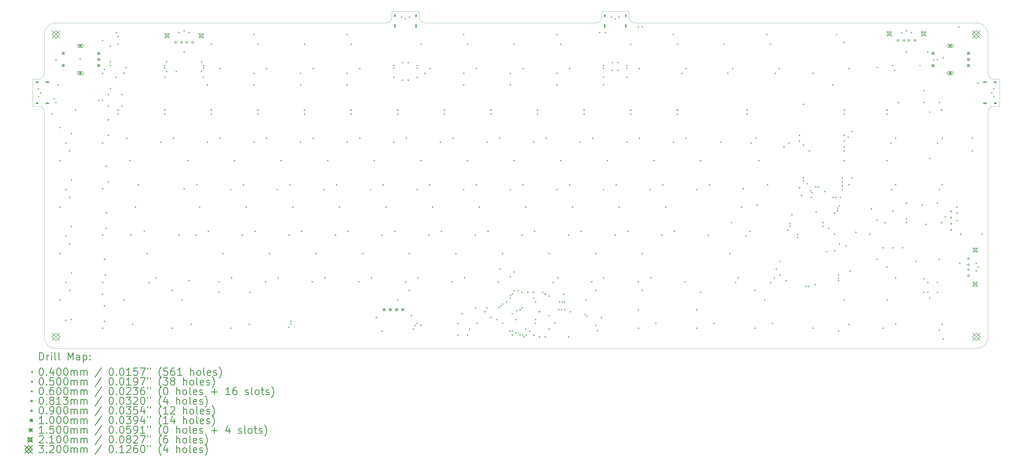
<source format=gbr>
%FSLAX45Y45*%
G04 Gerber Fmt 4.5, Leading zero omitted, Abs format (unit mm)*
G04 Created by KiCad (PCBNEW (5.1.10)-1) date 2021-10-29 20:38:59*
%MOMM*%
%LPD*%
G01*
G04 APERTURE LIST*
%TA.AperFunction,Profile*%
%ADD10C,0.100000*%
%TD*%
%ADD11C,0.200000*%
%ADD12C,0.300000*%
G04 APERTURE END LIST*
D10*
X6984560Y-18810690D02*
X7222670Y-18810690D01*
X7460780Y-28255720D02*
X7460780Y-19048800D01*
X7460780Y-15874000D02*
X7460780Y-17461400D01*
X7222670Y-17699510D02*
X6984560Y-17699510D01*
X7460780Y-17461400D02*
G75*
G02*
X7222670Y-17699510I-238110J0D01*
G01*
X7222670Y-18810690D02*
G75*
G02*
X7460780Y-19048800I0J-238110D01*
G01*
X31351150Y-15159670D02*
X31351150Y-14921560D01*
X30239970Y-15159670D02*
X30239970Y-14921560D01*
X31589260Y-15397780D02*
X45558380Y-15397780D01*
X23017300Y-15397780D02*
X30001860Y-15397780D01*
X30239970Y-15159670D02*
G75*
G02*
X30001860Y-15397780I-238110J0D01*
G01*
X31589260Y-15397780D02*
G75*
G02*
X31351150Y-15159670I0J238110D01*
G01*
X22779190Y-14921560D02*
X22779190Y-15159670D01*
X21668010Y-14921560D02*
X22779190Y-14921560D01*
X21668010Y-15159670D02*
X21668010Y-14921560D01*
X7937000Y-15397780D02*
X21429900Y-15397780D01*
X21668010Y-15159670D02*
G75*
G02*
X21429900Y-15397780I-238110J0D01*
G01*
X23017300Y-15397780D02*
G75*
G02*
X22779190Y-15159670I0J238110D01*
G01*
X46510820Y-17699510D02*
X46272710Y-17699510D01*
X46510820Y-18810690D02*
X46510820Y-17699510D01*
X46272710Y-18810690D02*
X46510820Y-18810690D01*
X46034600Y-19048800D02*
G75*
G02*
X46272710Y-18810690I238110J0D01*
G01*
X46272710Y-17699510D02*
G75*
G02*
X46034600Y-17461400I0J238110D01*
G01*
X46034600Y-17461400D02*
X46034600Y-15874000D01*
X46034600Y-28255720D02*
X46034600Y-19048800D01*
X6984560Y-17699510D02*
X6984560Y-18810690D01*
X31351150Y-14921560D02*
X30239970Y-14921560D01*
X7937000Y-28731940D02*
X45558380Y-28731940D01*
X46034600Y-28255720D02*
G75*
G02*
X45558380Y-28731940I-476220J0D01*
G01*
X45558380Y-15397780D02*
G75*
G02*
X46034600Y-15874000I0J-476220D01*
G01*
X7460780Y-15874000D02*
G75*
G02*
X7937000Y-15397780I476220J0D01*
G01*
X7937000Y-28731940D02*
G75*
G02*
X7460780Y-28255720I0J476220D01*
G01*
D11*
X7202670Y-18076360D02*
X7242670Y-18116360D01*
X7242670Y-18076360D02*
X7202670Y-18116360D01*
X7202670Y-18393840D02*
X7242670Y-18433840D01*
X7242670Y-18393840D02*
X7202670Y-18433840D01*
X7282040Y-18235100D02*
X7322040Y-18275100D01*
X7322040Y-18235100D02*
X7282040Y-18275100D01*
X7758260Y-19108170D02*
X7798260Y-19148170D01*
X7798260Y-19108170D02*
X7758260Y-19148170D01*
X7837630Y-18473210D02*
X7877630Y-18513210D01*
X7877630Y-18473210D02*
X7837630Y-18513210D01*
X7917000Y-18631950D02*
X7957000Y-18671950D01*
X7957000Y-18631950D02*
X7917000Y-18671950D01*
X8001390Y-17912600D02*
X8041390Y-17952600D01*
X8041390Y-17912600D02*
X8001390Y-17952600D01*
X8075740Y-19663760D02*
X8115740Y-19703760D01*
X8115740Y-19663760D02*
X8075740Y-19703760D01*
X8075740Y-21013050D02*
X8115740Y-21053050D01*
X8115740Y-21013050D02*
X8075740Y-21053050D01*
X8075740Y-22917930D02*
X8115740Y-22957930D01*
X8115740Y-22917930D02*
X8075740Y-22957930D01*
X8075740Y-24822810D02*
X8115740Y-24862810D01*
X8115740Y-24822810D02*
X8075740Y-24862810D01*
X8075740Y-26727690D02*
X8115740Y-26767690D01*
X8115740Y-26727690D02*
X8075740Y-26767690D01*
X8313850Y-20298720D02*
X8353850Y-20338720D01*
X8353850Y-20298720D02*
X8313850Y-20338720D01*
X8313850Y-22203600D02*
X8353850Y-22243600D01*
X8353850Y-22203600D02*
X8313850Y-22243600D01*
X8313850Y-24108480D02*
X8353850Y-24148480D01*
X8353850Y-24108480D02*
X8313850Y-24148480D01*
X8313850Y-26013360D02*
X8353850Y-26053360D01*
X8353850Y-26013360D02*
X8313850Y-26053360D01*
X8313850Y-27561075D02*
X8353850Y-27601075D01*
X8353850Y-27561075D02*
X8313850Y-27601075D01*
X8472590Y-20616200D02*
X8512590Y-20656200D01*
X8512590Y-20616200D02*
X8472590Y-20656200D01*
X8472590Y-22521080D02*
X8512590Y-22561080D01*
X8512590Y-22521080D02*
X8472590Y-22561080D01*
X8472590Y-24425960D02*
X8512590Y-24465960D01*
X8512590Y-24425960D02*
X8472590Y-24465960D01*
X8472590Y-26330840D02*
X8512590Y-26370840D01*
X8512590Y-26330840D02*
X8472590Y-26370840D01*
X8551960Y-19901870D02*
X8591960Y-19941870D01*
X8591960Y-19901870D02*
X8551960Y-19941870D01*
X8551960Y-21806750D02*
X8591960Y-21846750D01*
X8591960Y-21806750D02*
X8551960Y-21846750D01*
X8551960Y-23711630D02*
X8591960Y-23751630D01*
X8591960Y-23711630D02*
X8551960Y-23751630D01*
X8551960Y-25616510D02*
X8591960Y-25656510D01*
X8591960Y-25616510D02*
X8551960Y-25656510D01*
X8551960Y-27521390D02*
X8591960Y-27561390D01*
X8591960Y-27521390D02*
X8551960Y-27561390D01*
X8710700Y-18949430D02*
X8750700Y-18989430D01*
X8750700Y-18949430D02*
X8710700Y-18989430D01*
X8909125Y-16846125D02*
X8949125Y-16886125D01*
X8949125Y-16846125D02*
X8909125Y-16886125D01*
X9663140Y-18552580D02*
X9703140Y-18592580D01*
X9703140Y-18552580D02*
X9663140Y-18592580D01*
X9821880Y-16092110D02*
X9861880Y-16132110D01*
X9861880Y-16092110D02*
X9821880Y-16132110D01*
X9821880Y-17441400D02*
X9861880Y-17481400D01*
X9861880Y-17441400D02*
X9821880Y-17481400D01*
X9821880Y-18552580D02*
X9861880Y-18592580D01*
X9861880Y-18552580D02*
X9821880Y-18592580D01*
X9821880Y-20298720D02*
X9861880Y-20338720D01*
X9861880Y-20298720D02*
X9821880Y-20338720D01*
X9821880Y-22163915D02*
X9861880Y-22203915D01*
X9861880Y-22163915D02*
X9821880Y-22203915D01*
X9821880Y-24068795D02*
X9861880Y-24108795D01*
X9861880Y-24068795D02*
X9821880Y-24108795D01*
X9821880Y-26013360D02*
X9861880Y-26053360D01*
X9861880Y-26013360D02*
X9821880Y-26053360D01*
X9821880Y-26489580D02*
X9861880Y-26529580D01*
X9861880Y-26489580D02*
X9821880Y-26529580D01*
X9821880Y-27878555D02*
X9861880Y-27918555D01*
X9861880Y-27878555D02*
X9821880Y-27918555D01*
X9901250Y-17282660D02*
X9941250Y-17322660D01*
X9941250Y-17282660D02*
X9901250Y-17322660D01*
X9901250Y-27600760D02*
X9941250Y-27640760D01*
X9941250Y-27600760D02*
X9901250Y-27640760D01*
X9940935Y-25695880D02*
X9980935Y-25735880D01*
X9980935Y-25695880D02*
X9940935Y-25735880D01*
X9980620Y-23791000D02*
X10020620Y-23831000D01*
X10020620Y-23791000D02*
X9980620Y-23831000D01*
X10059990Y-18314470D02*
X10099990Y-18354470D01*
X10099990Y-18314470D02*
X10059990Y-18354470D01*
X10059990Y-18790690D02*
X10099990Y-18830690D01*
X10099990Y-18790690D02*
X10059990Y-18830690D01*
X10059990Y-19981240D02*
X10099990Y-20021240D01*
X10099990Y-19981240D02*
X10059990Y-20021240D01*
X10059990Y-21886120D02*
X10099990Y-21926120D01*
X10099990Y-21886120D02*
X10059990Y-21926120D01*
X10139360Y-16330220D02*
X10179360Y-16370220D01*
X10179360Y-16330220D02*
X10139360Y-16370220D01*
X10139360Y-17123920D02*
X10179360Y-17163920D01*
X10179360Y-17123920D02*
X10139360Y-17163920D01*
X10139360Y-18076360D02*
X10179360Y-18116360D01*
X10179360Y-18076360D02*
X10139360Y-18116360D01*
X10377470Y-15774630D02*
X10417470Y-15814630D01*
X10417470Y-15774630D02*
X10377470Y-15814630D01*
X10377470Y-17600140D02*
X10417470Y-17640140D01*
X10417470Y-17600140D02*
X10377470Y-17640140D01*
X10456840Y-15933370D02*
X10496840Y-15973370D01*
X10496840Y-15933370D02*
X10456840Y-15973370D01*
X10456840Y-16250850D02*
X10496840Y-16290850D01*
X10496840Y-16250850D02*
X10456840Y-16290850D01*
X10456840Y-19108170D02*
X10496840Y-19148170D01*
X10496840Y-19108170D02*
X10456840Y-19148170D01*
X10615580Y-18314470D02*
X10655580Y-18354470D01*
X10655580Y-18314470D02*
X10615580Y-18354470D01*
X10615580Y-18790690D02*
X10655580Y-18830690D01*
X10655580Y-18790690D02*
X10615580Y-18830690D01*
X10694950Y-26727690D02*
X10734950Y-26767690D01*
X10734950Y-26727690D02*
X10694950Y-26767690D01*
X10774320Y-17203290D02*
X10814320Y-17243290D01*
X10814320Y-17203290D02*
X10774320Y-17243290D01*
X10814005Y-20100295D02*
X10854005Y-20140295D01*
X10854005Y-20100295D02*
X10814005Y-20140295D01*
X10933060Y-21013050D02*
X10973060Y-21053050D01*
X10973060Y-21013050D02*
X10933060Y-21053050D01*
X10972745Y-24068795D02*
X11012745Y-24108795D01*
X11012745Y-24068795D02*
X10972745Y-24108795D01*
X11052115Y-27719815D02*
X11092115Y-27759815D01*
X11092115Y-27719815D02*
X11052115Y-27759815D01*
X11171170Y-22917930D02*
X11211170Y-22957930D01*
X11211170Y-22917930D02*
X11171170Y-22957930D01*
X11290225Y-22005175D02*
X11330225Y-22045175D01*
X11330225Y-22005175D02*
X11290225Y-22045175D01*
X11528335Y-23910055D02*
X11568335Y-23950055D01*
X11568335Y-23910055D02*
X11528335Y-23950055D01*
X11647390Y-24822810D02*
X11687390Y-24862810D01*
X11687390Y-24822810D02*
X11647390Y-24862810D01*
X11726760Y-26013360D02*
X11766760Y-26053360D01*
X11766760Y-26013360D02*
X11726760Y-26053360D01*
X12004555Y-25814935D02*
X12044555Y-25854935D01*
X12044555Y-25814935D02*
X12004555Y-25854935D01*
X12202980Y-20259035D02*
X12242980Y-20299035D01*
X12242980Y-20259035D02*
X12202980Y-20299035D01*
X12361720Y-17123920D02*
X12401720Y-17163920D01*
X12401720Y-17123920D02*
X12361720Y-17163920D01*
X12361720Y-17223920D02*
X12401720Y-17263920D01*
X12401720Y-17223920D02*
X12361720Y-17263920D01*
X12361720Y-17600140D02*
X12401720Y-17640140D01*
X12401720Y-17600140D02*
X12361720Y-17640140D01*
X12361720Y-19108170D02*
X12401720Y-19148170D01*
X12401720Y-19108170D02*
X12361720Y-19148170D01*
X12441090Y-16965180D02*
X12481090Y-17005180D01*
X12481090Y-16965180D02*
X12441090Y-17005180D01*
X12441090Y-17362030D02*
X12481090Y-17402030D01*
X12481090Y-17362030D02*
X12441090Y-17402030D01*
X12679200Y-26330840D02*
X12719200Y-26370840D01*
X12719200Y-26330840D02*
X12679200Y-26370840D01*
X12679200Y-27878555D02*
X12719200Y-27918555D01*
X12719200Y-27878555D02*
X12679200Y-27918555D01*
X12718885Y-20100295D02*
X12758885Y-20140295D01*
X12758885Y-20100295D02*
X12718885Y-20140295D01*
X12837940Y-17362030D02*
X12877940Y-17402030D01*
X12877940Y-17362030D02*
X12837940Y-17402030D01*
X12956995Y-15774630D02*
X12996995Y-15814630D01*
X12996995Y-15774630D02*
X12956995Y-15814630D01*
X12956995Y-24068795D02*
X12996995Y-24108795D01*
X12996995Y-24068795D02*
X12956995Y-24108795D01*
X13076050Y-26727690D02*
X13116050Y-26767690D01*
X13116050Y-26727690D02*
X13076050Y-26767690D01*
X13155420Y-15695260D02*
X13195420Y-15735260D01*
X13195420Y-15695260D02*
X13155420Y-15735260D01*
X13155420Y-16568330D02*
X13195420Y-16608330D01*
X13195420Y-16568330D02*
X13155420Y-16608330D01*
X13155420Y-22163915D02*
X13195420Y-22203915D01*
X13195420Y-22163915D02*
X13155420Y-22203915D01*
X13314160Y-21013050D02*
X13354160Y-21053050D01*
X13354160Y-21013050D02*
X13314160Y-21053050D01*
X13353845Y-15774630D02*
X13393845Y-15814630D01*
X13393845Y-15774630D02*
X13353845Y-15814630D01*
X13353845Y-25933990D02*
X13393845Y-25973990D01*
X13393845Y-25933990D02*
X13353845Y-25973990D01*
X13433215Y-27719815D02*
X13473215Y-27759815D01*
X13473215Y-27719815D02*
X13433215Y-27759815D01*
X13631640Y-24068795D02*
X13671640Y-24108795D01*
X13671640Y-24068795D02*
X13631640Y-24108795D01*
X13671325Y-22005175D02*
X13711325Y-22045175D01*
X13711325Y-22005175D02*
X13671325Y-22045175D01*
X13790380Y-22917930D02*
X13830380Y-22957930D01*
X13830380Y-22917930D02*
X13790380Y-22957930D01*
X13869750Y-16965180D02*
X13909750Y-17005180D01*
X13909750Y-16965180D02*
X13869750Y-17005180D01*
X13869750Y-17362030D02*
X13909750Y-17402030D01*
X13909750Y-17362030D02*
X13869750Y-17402030D01*
X13949120Y-17123920D02*
X13989120Y-17163920D01*
X13989120Y-17123920D02*
X13949120Y-17163920D01*
X13949120Y-17223920D02*
X13989120Y-17263920D01*
X13989120Y-17223920D02*
X13949120Y-17263920D01*
X13949120Y-17600140D02*
X13989120Y-17640140D01*
X13989120Y-17600140D02*
X13949120Y-17640140D01*
X14107860Y-17917620D02*
X14147860Y-17957620D01*
X14147860Y-17917620D02*
X14107860Y-17957620D01*
X14107860Y-20259035D02*
X14147860Y-20299035D01*
X14147860Y-20259035D02*
X14107860Y-20299035D01*
X14147545Y-23910055D02*
X14187545Y-23950055D01*
X14187545Y-23910055D02*
X14147545Y-23950055D01*
X14266600Y-16250850D02*
X14306600Y-16290850D01*
X14306600Y-16250850D02*
X14266600Y-16290850D01*
X14266600Y-19108170D02*
X14306600Y-19148170D01*
X14306600Y-19108170D02*
X14266600Y-19148170D01*
X14584080Y-25973675D02*
X14624080Y-26013675D01*
X14624080Y-25973675D02*
X14584080Y-26013675D01*
X14584080Y-26410210D02*
X14624080Y-26450210D01*
X14624080Y-26410210D02*
X14584080Y-26450210D01*
X14623765Y-17242975D02*
X14663765Y-17282975D01*
X14663765Y-17242975D02*
X14623765Y-17282975D01*
X14623765Y-20100295D02*
X14663765Y-20140295D01*
X14663765Y-20100295D02*
X14623765Y-20140295D01*
X14742820Y-24822810D02*
X14782820Y-24862810D01*
X14782820Y-24822810D02*
X14742820Y-24862810D01*
X15060300Y-22203600D02*
X15100300Y-22243600D01*
X15100300Y-22203600D02*
X15060300Y-22243600D01*
X15060300Y-27878555D02*
X15100300Y-27918555D01*
X15100300Y-27878555D02*
X15060300Y-27918555D01*
X15099985Y-25814935D02*
X15139985Y-25854935D01*
X15139985Y-25814935D02*
X15099985Y-25854935D01*
X15219040Y-21013050D02*
X15259040Y-21053050D01*
X15259040Y-21013050D02*
X15219040Y-21053050D01*
X15536520Y-24068795D02*
X15576520Y-24108795D01*
X15576520Y-24068795D02*
X15536520Y-24108795D01*
X15576205Y-22005175D02*
X15616205Y-22045175D01*
X15616205Y-22005175D02*
X15576205Y-22045175D01*
X15695260Y-22917930D02*
X15735260Y-22957930D01*
X15735260Y-22917930D02*
X15695260Y-22957930D01*
X15814315Y-27719815D02*
X15854315Y-27759815D01*
X15854315Y-27719815D02*
X15814315Y-27759815D01*
X15854000Y-26410210D02*
X15894000Y-26450210D01*
X15894000Y-26410210D02*
X15854000Y-26450210D01*
X16012740Y-15854000D02*
X16052740Y-15894000D01*
X16052740Y-15854000D02*
X16012740Y-15894000D01*
X16012740Y-17441400D02*
X16052740Y-17481400D01*
X16052740Y-17441400D02*
X16012740Y-17481400D01*
X16012740Y-17917620D02*
X16052740Y-17957620D01*
X16052740Y-17917620D02*
X16012740Y-17957620D01*
X16012740Y-20259035D02*
X16052740Y-20299035D01*
X16052740Y-20259035D02*
X16012740Y-20299035D01*
X16052425Y-23910055D02*
X16092425Y-23950055D01*
X16092425Y-23910055D02*
X16052425Y-23950055D01*
X16171480Y-16250850D02*
X16211480Y-16290850D01*
X16211480Y-16250850D02*
X16171480Y-16290850D01*
X16171480Y-19108170D02*
X16211480Y-19148170D01*
X16211480Y-19108170D02*
X16171480Y-19148170D01*
X16488960Y-25973675D02*
X16528960Y-26013675D01*
X16528960Y-25973675D02*
X16488960Y-26013675D01*
X16528645Y-17242975D02*
X16568645Y-17282975D01*
X16568645Y-17242975D02*
X16528645Y-17282975D01*
X16528645Y-20100295D02*
X16568645Y-20140295D01*
X16568645Y-20100295D02*
X16528645Y-20140295D01*
X16647700Y-24822810D02*
X16687700Y-24862810D01*
X16687700Y-24822810D02*
X16647700Y-24862810D01*
X16965180Y-22203600D02*
X17005180Y-22243600D01*
X17005180Y-22203600D02*
X16965180Y-22243600D01*
X17004865Y-25814935D02*
X17044865Y-25854935D01*
X17044865Y-25814935D02*
X17004865Y-25854935D01*
X17123920Y-21013050D02*
X17163920Y-21053050D01*
X17163920Y-21013050D02*
X17123920Y-21053050D01*
X17441400Y-24068795D02*
X17481400Y-24108795D01*
X17481400Y-24068795D02*
X17441400Y-24108795D01*
X17441400Y-27838870D02*
X17481400Y-27878870D01*
X17481400Y-27838870D02*
X17441400Y-27878870D01*
X17481085Y-22005175D02*
X17521085Y-22045175D01*
X17521085Y-22005175D02*
X17481085Y-22045175D01*
X17520770Y-27600760D02*
X17560770Y-27640760D01*
X17560770Y-27600760D02*
X17520770Y-27640760D01*
X17520770Y-27700760D02*
X17560770Y-27740760D01*
X17560770Y-27700760D02*
X17520770Y-27740760D01*
X17600140Y-22917930D02*
X17640140Y-22957930D01*
X17640140Y-22917930D02*
X17600140Y-22957930D01*
X17917620Y-17441400D02*
X17957620Y-17481400D01*
X17957620Y-17441400D02*
X17917620Y-17481400D01*
X17917620Y-17917620D02*
X17957620Y-17957620D01*
X17957620Y-17917620D02*
X17917620Y-17957620D01*
X17917620Y-20259035D02*
X17957620Y-20299035D01*
X17957620Y-20259035D02*
X17917620Y-20299035D01*
X17957305Y-23910055D02*
X17997305Y-23950055D01*
X17997305Y-23910055D02*
X17957305Y-23950055D01*
X18076360Y-16250850D02*
X18116360Y-16290850D01*
X18116360Y-16250850D02*
X18076360Y-16290850D01*
X18076360Y-19108170D02*
X18116360Y-19148170D01*
X18116360Y-19108170D02*
X18076360Y-19148170D01*
X18393840Y-25973675D02*
X18433840Y-26013675D01*
X18433840Y-25973675D02*
X18393840Y-26013675D01*
X18433525Y-17242975D02*
X18473525Y-17282975D01*
X18473525Y-17242975D02*
X18433525Y-17282975D01*
X18433525Y-20100295D02*
X18473525Y-20140295D01*
X18473525Y-20100295D02*
X18433525Y-20140295D01*
X18552580Y-24822810D02*
X18592580Y-24862810D01*
X18592580Y-24822810D02*
X18552580Y-24862810D01*
X18870060Y-22203600D02*
X18910060Y-22243600D01*
X18910060Y-22203600D02*
X18870060Y-22243600D01*
X18909745Y-25814935D02*
X18949745Y-25854935D01*
X18949745Y-25814935D02*
X18909745Y-25854935D01*
X19028800Y-21013050D02*
X19068800Y-21053050D01*
X19068800Y-21013050D02*
X19028800Y-21053050D01*
X19346280Y-24068795D02*
X19386280Y-24108795D01*
X19386280Y-24068795D02*
X19346280Y-24108795D01*
X19385965Y-22005175D02*
X19425965Y-22045175D01*
X19425965Y-22005175D02*
X19385965Y-22045175D01*
X19505020Y-22917930D02*
X19545020Y-22957930D01*
X19545020Y-22917930D02*
X19505020Y-22957930D01*
X19822500Y-15854000D02*
X19862500Y-15894000D01*
X19862500Y-15854000D02*
X19822500Y-15894000D01*
X19822500Y-17441400D02*
X19862500Y-17481400D01*
X19862500Y-17441400D02*
X19822500Y-17481400D01*
X19822500Y-17917620D02*
X19862500Y-17957620D01*
X19862500Y-17917620D02*
X19822500Y-17957620D01*
X19822500Y-20259035D02*
X19862500Y-20299035D01*
X19862500Y-20259035D02*
X19822500Y-20299035D01*
X19862185Y-23910055D02*
X19902185Y-23950055D01*
X19902185Y-23910055D02*
X19862185Y-23950055D01*
X19981240Y-16250850D02*
X20021240Y-16290850D01*
X20021240Y-16250850D02*
X19981240Y-16290850D01*
X19981240Y-19108170D02*
X20021240Y-19148170D01*
X20021240Y-19108170D02*
X19981240Y-19148170D01*
X20298720Y-25973675D02*
X20338720Y-26013675D01*
X20338720Y-25973675D02*
X20298720Y-26013675D01*
X20338405Y-17242975D02*
X20378405Y-17282975D01*
X20378405Y-17242975D02*
X20338405Y-17282975D01*
X20338405Y-20100295D02*
X20378405Y-20140295D01*
X20378405Y-20100295D02*
X20338405Y-20140295D01*
X20457460Y-24822810D02*
X20497460Y-24862810D01*
X20497460Y-24822810D02*
X20457460Y-24862810D01*
X20774940Y-22203600D02*
X20814940Y-22243600D01*
X20814940Y-22203600D02*
X20774940Y-22243600D01*
X20814625Y-25814935D02*
X20854625Y-25854935D01*
X20854625Y-25814935D02*
X20814625Y-25854935D01*
X20933680Y-21013050D02*
X20973680Y-21053050D01*
X20973680Y-21013050D02*
X20933680Y-21053050D01*
X21251160Y-24068795D02*
X21291160Y-24108795D01*
X21291160Y-24068795D02*
X21251160Y-24108795D01*
X21251160Y-27993848D02*
X21291160Y-28033848D01*
X21291160Y-27993848D02*
X21251160Y-28033848D01*
X21290845Y-22005175D02*
X21330845Y-22045175D01*
X21330845Y-22005175D02*
X21290845Y-22045175D01*
X21409900Y-22917930D02*
X21449900Y-22957930D01*
X21449900Y-22917930D02*
X21409900Y-22957930D01*
X21727380Y-17123920D02*
X21767380Y-17163920D01*
X21767380Y-17123920D02*
X21727380Y-17163920D01*
X21727380Y-17223920D02*
X21767380Y-17263920D01*
X21767380Y-17223920D02*
X21727380Y-17263920D01*
X21727380Y-17600140D02*
X21767380Y-17640140D01*
X21767380Y-17600140D02*
X21727380Y-17640140D01*
X21727380Y-20259035D02*
X21767380Y-20299035D01*
X21767380Y-20259035D02*
X21727380Y-20299035D01*
X21767065Y-23910055D02*
X21807065Y-23950055D01*
X21807065Y-23910055D02*
X21767065Y-23950055D01*
X21886120Y-19108170D02*
X21926120Y-19148170D01*
X21926120Y-19108170D02*
X21886120Y-19148170D01*
X21886120Y-26727690D02*
X21926120Y-26767690D01*
X21926120Y-26727690D02*
X21886120Y-26767690D01*
X22044860Y-15139670D02*
X22084860Y-15179670D01*
X22084860Y-15139670D02*
X22044860Y-15179670D01*
X22084545Y-17004865D02*
X22124545Y-17044865D01*
X22124545Y-17004865D02*
X22084545Y-17044865D01*
X22084545Y-17719195D02*
X22124545Y-17759195D01*
X22124545Y-17719195D02*
X22084545Y-17759195D01*
X22203600Y-15219040D02*
X22243600Y-15259040D01*
X22243600Y-15219040D02*
X22203600Y-15259040D01*
X22203600Y-25973675D02*
X22243600Y-26013675D01*
X22243600Y-25973675D02*
X22203600Y-26013675D01*
X22243285Y-20100295D02*
X22283285Y-20140295D01*
X22283285Y-20100295D02*
X22243285Y-20140295D01*
X22322655Y-17004865D02*
X22362655Y-17044865D01*
X22362655Y-17004865D02*
X22322655Y-17044865D01*
X22322655Y-17719195D02*
X22362655Y-17759195D01*
X22362655Y-17719195D02*
X22322655Y-17759195D01*
X22362340Y-15139670D02*
X22402340Y-15179670D01*
X22402340Y-15139670D02*
X22362340Y-15179670D01*
X22362340Y-24822810D02*
X22402340Y-24862810D01*
X22402340Y-24822810D02*
X22362340Y-24862810D01*
X22362340Y-26330840D02*
X22402340Y-26370840D01*
X22402340Y-26330840D02*
X22362340Y-26370840D01*
X22441710Y-27362650D02*
X22481710Y-27402650D01*
X22481710Y-27362650D02*
X22441710Y-27402650D01*
X22521080Y-27918240D02*
X22561080Y-27958240D01*
X22561080Y-27918240D02*
X22521080Y-27958240D01*
X22600450Y-27759500D02*
X22640450Y-27799500D01*
X22640450Y-27759500D02*
X22600450Y-27799500D01*
X22679820Y-17123920D02*
X22719820Y-17163920D01*
X22719820Y-17123920D02*
X22679820Y-17163920D01*
X22679820Y-17223920D02*
X22719820Y-17263920D01*
X22719820Y-17223920D02*
X22679820Y-17263920D01*
X22679820Y-17600140D02*
X22719820Y-17640140D01*
X22719820Y-17600140D02*
X22679820Y-17640140D01*
X22679820Y-22203600D02*
X22719820Y-22243600D01*
X22719820Y-22203600D02*
X22679820Y-22243600D01*
X22679820Y-27680130D02*
X22719820Y-27720130D01*
X22719820Y-27680130D02*
X22679820Y-27720130D01*
X22719505Y-25814935D02*
X22759505Y-25854935D01*
X22759505Y-25814935D02*
X22719505Y-25854935D01*
X22838560Y-16250850D02*
X22878560Y-16290850D01*
X22878560Y-16250850D02*
X22838560Y-16290850D01*
X22838560Y-21013050D02*
X22878560Y-21053050D01*
X22878560Y-21013050D02*
X22838560Y-21053050D01*
X22838560Y-27759500D02*
X22878560Y-27799500D01*
X22878560Y-27759500D02*
X22838560Y-27799500D01*
X22997300Y-17441400D02*
X23037300Y-17481400D01*
X23037300Y-17441400D02*
X22997300Y-17481400D01*
X23156040Y-24068795D02*
X23196040Y-24108795D01*
X23196040Y-24068795D02*
X23156040Y-24108795D01*
X23195725Y-17242975D02*
X23235725Y-17282975D01*
X23235725Y-17242975D02*
X23195725Y-17282975D01*
X23195725Y-22005175D02*
X23235725Y-22045175D01*
X23235725Y-22005175D02*
X23195725Y-22045175D01*
X23314780Y-22917930D02*
X23354780Y-22957930D01*
X23354780Y-22917930D02*
X23314780Y-22957930D01*
X23632260Y-20259035D02*
X23672260Y-20299035D01*
X23672260Y-20259035D02*
X23632260Y-20299035D01*
X23671945Y-23910055D02*
X23711945Y-23950055D01*
X23711945Y-23910055D02*
X23671945Y-23950055D01*
X23791000Y-19108170D02*
X23831000Y-19148170D01*
X23831000Y-19108170D02*
X23791000Y-19148170D01*
X24108480Y-25973675D02*
X24148480Y-26013675D01*
X24148480Y-25973675D02*
X24108480Y-26013675D01*
X24148165Y-20100295D02*
X24188165Y-20140295D01*
X24188165Y-20100295D02*
X24148165Y-20140295D01*
X24267220Y-24822810D02*
X24307220Y-24862810D01*
X24307220Y-24822810D02*
X24267220Y-24862810D01*
X24346590Y-27680130D02*
X24386590Y-27720130D01*
X24386590Y-27680130D02*
X24346590Y-27720130D01*
X24346590Y-28156350D02*
X24386590Y-28196350D01*
X24386590Y-28156350D02*
X24346590Y-28196350D01*
X24505330Y-27283280D02*
X24545330Y-27323280D01*
X24545330Y-27283280D02*
X24505330Y-27323280D01*
X24584700Y-15854000D02*
X24624700Y-15894000D01*
X24624700Y-15854000D02*
X24584700Y-15894000D01*
X24584700Y-17441400D02*
X24624700Y-17481400D01*
X24624700Y-17441400D02*
X24584700Y-17481400D01*
X24584700Y-17917620D02*
X24624700Y-17957620D01*
X24624700Y-17917620D02*
X24584700Y-17957620D01*
X24584700Y-22203600D02*
X24624700Y-22243600D01*
X24624700Y-22203600D02*
X24584700Y-22243600D01*
X24624385Y-25814935D02*
X24664385Y-25854935D01*
X24664385Y-25814935D02*
X24624385Y-25854935D01*
X24743440Y-16250850D02*
X24783440Y-16290850D01*
X24783440Y-16250850D02*
X24743440Y-16290850D01*
X24743440Y-21013050D02*
X24783440Y-21053050D01*
X24783440Y-21013050D02*
X24743440Y-21053050D01*
X24743440Y-28156350D02*
X24783440Y-28196350D01*
X24783440Y-28156350D02*
X24743440Y-28196350D01*
X24822810Y-27918240D02*
X24862810Y-27958240D01*
X24862810Y-27918240D02*
X24822810Y-27958240D01*
X25060920Y-24068795D02*
X25100920Y-24108795D01*
X25100920Y-24068795D02*
X25060920Y-24108795D01*
X25060920Y-27045170D02*
X25100920Y-27085170D01*
X25100920Y-27045170D02*
X25060920Y-27085170D01*
X25100605Y-17242975D02*
X25140605Y-17282975D01*
X25140605Y-17242975D02*
X25100605Y-17282975D01*
X25100605Y-22005175D02*
X25140605Y-22045175D01*
X25140605Y-22005175D02*
X25100605Y-22045175D01*
X25140290Y-27680130D02*
X25180290Y-27720130D01*
X25180290Y-27680130D02*
X25140290Y-27720130D01*
X25219660Y-22917930D02*
X25259660Y-22957930D01*
X25259660Y-22917930D02*
X25219660Y-22957930D01*
X25537140Y-20259035D02*
X25577140Y-20299035D01*
X25577140Y-20259035D02*
X25537140Y-20299035D01*
X25537140Y-27045170D02*
X25577140Y-27085170D01*
X25577140Y-27045170D02*
X25537140Y-27085170D01*
X25576825Y-23910055D02*
X25616825Y-23950055D01*
X25616825Y-23910055D02*
X25576825Y-23950055D01*
X25695880Y-19108170D02*
X25735880Y-19148170D01*
X25735880Y-19108170D02*
X25695880Y-19148170D01*
X25935777Y-27528574D02*
X25975777Y-27568574D01*
X25975777Y-27528574D02*
X25935777Y-27568574D01*
X26013360Y-25973675D02*
X26053360Y-26013675D01*
X26053360Y-25973675D02*
X26013360Y-26013675D01*
X26024940Y-27033590D02*
X26064940Y-27073590D01*
X26064940Y-27033590D02*
X26024940Y-27073590D01*
X26053045Y-20100295D02*
X26093045Y-20140295D01*
X26093045Y-20100295D02*
X26053045Y-20140295D01*
X26053045Y-25457770D02*
X26093045Y-25497770D01*
X26093045Y-25457770D02*
X26053045Y-25497770D01*
X26095651Y-26962879D02*
X26135651Y-27002879D01*
X26135651Y-26962879D02*
X26095651Y-27002879D01*
X26172100Y-24822810D02*
X26212100Y-24862810D01*
X26212100Y-24822810D02*
X26172100Y-24862810D01*
X26172100Y-26886430D02*
X26212100Y-26926430D01*
X26212100Y-26886430D02*
X26172100Y-26926430D01*
X26172100Y-27680130D02*
X26212100Y-27720130D01*
X26212100Y-27680130D02*
X26172100Y-27720130D01*
X26330840Y-26807060D02*
X26370840Y-26847060D01*
X26370840Y-26807060D02*
X26330840Y-26847060D01*
X26467685Y-27996345D02*
X26507685Y-28036345D01*
X26507685Y-27996345D02*
X26467685Y-28036345D01*
X26489580Y-17441400D02*
X26529580Y-17481400D01*
X26529580Y-17441400D02*
X26489580Y-17481400D01*
X26489580Y-17917620D02*
X26529580Y-17957620D01*
X26529580Y-17917620D02*
X26489580Y-17957620D01*
X26489580Y-22203600D02*
X26529580Y-22243600D01*
X26529580Y-22203600D02*
X26489580Y-22243600D01*
X26489580Y-25775250D02*
X26529580Y-25815250D01*
X26529580Y-25775250D02*
X26489580Y-25815250D01*
X26489580Y-26648320D02*
X26529580Y-26688320D01*
X26529580Y-26648320D02*
X26489580Y-26688320D01*
X26490845Y-26547055D02*
X26530845Y-26587055D01*
X26530845Y-26547055D02*
X26490845Y-26587055D01*
X26568950Y-27283280D02*
X26608950Y-27323280D01*
X26608950Y-27283280D02*
X26568950Y-27323280D01*
X26568950Y-27997610D02*
X26608950Y-28037610D01*
X26608950Y-27997610D02*
X26568950Y-28037610D01*
X26571388Y-26487786D02*
X26611388Y-26527786D01*
X26611388Y-26487786D02*
X26571388Y-26527786D01*
X26648320Y-16250850D02*
X26688320Y-16290850D01*
X26688320Y-16250850D02*
X26648320Y-16290850D01*
X26648320Y-21013050D02*
X26688320Y-21053050D01*
X26688320Y-21013050D02*
X26648320Y-21053050D01*
X26648320Y-25576825D02*
X26688320Y-25616825D01*
X26688320Y-25576825D02*
X26648320Y-25616825D01*
X26648320Y-26330840D02*
X26688320Y-26370840D01*
X26688320Y-26330840D02*
X26648320Y-26370840D01*
X26727690Y-27521390D02*
X26767690Y-27561390D01*
X26767690Y-27521390D02*
X26727690Y-27561390D01*
X26727690Y-28076980D02*
X26767690Y-28116980D01*
X26767690Y-28076980D02*
X26727690Y-28116980D01*
X26742990Y-27158280D02*
X26782990Y-27198280D01*
X26782990Y-27158280D02*
X26742990Y-27198280D01*
X26807060Y-26330840D02*
X26847060Y-26370840D01*
X26847060Y-26330840D02*
X26807060Y-26370840D01*
X26828862Y-28078339D02*
X26868862Y-28118339D01*
X26868862Y-28078339D02*
X26828862Y-28118339D01*
X26886430Y-27124540D02*
X26926430Y-27164540D01*
X26926430Y-27124540D02*
X26886430Y-27164540D01*
X26888239Y-28158802D02*
X26928239Y-28198802D01*
X26928239Y-28158802D02*
X26888239Y-28198802D01*
X26965800Y-24068795D02*
X27005800Y-24108795D01*
X27005800Y-24068795D02*
X26965800Y-24108795D01*
X26965800Y-27045170D02*
X27005800Y-27085170D01*
X27005800Y-27045170D02*
X26965800Y-27085170D01*
X26988190Y-28155642D02*
X27028190Y-28195642D01*
X27028190Y-28155642D02*
X26988190Y-28195642D01*
X27005485Y-17242975D02*
X27045485Y-17282975D01*
X27045485Y-17242975D02*
X27005485Y-17282975D01*
X27005485Y-22005175D02*
X27045485Y-22045175D01*
X27045485Y-22005175D02*
X27005485Y-22045175D01*
X27046167Y-28237121D02*
X27086167Y-28277121D01*
X27086167Y-28237121D02*
X27046167Y-28277121D01*
X27124540Y-22917930D02*
X27164540Y-22957930D01*
X27164540Y-22917930D02*
X27124540Y-22957930D01*
X27124540Y-27918240D02*
X27164540Y-27958240D01*
X27164540Y-27918240D02*
X27124540Y-27958240D01*
X27133190Y-28156350D02*
X27173190Y-28196350D01*
X27173190Y-28156350D02*
X27133190Y-28196350D01*
X27283280Y-27997610D02*
X27323280Y-28037610D01*
X27323280Y-27997610D02*
X27283280Y-28037610D01*
X27442020Y-20259035D02*
X27482020Y-20299035D01*
X27482020Y-20259035D02*
X27442020Y-20299035D01*
X27442020Y-26648320D02*
X27482020Y-26688320D01*
X27482020Y-26648320D02*
X27442020Y-26688320D01*
X27453035Y-28167365D02*
X27493035Y-28207365D01*
X27493035Y-28167365D02*
X27453035Y-28207365D01*
X27481705Y-23910055D02*
X27521705Y-23950055D01*
X27521705Y-23910055D02*
X27481705Y-23950055D01*
X27521390Y-26807060D02*
X27561390Y-26847060D01*
X27561390Y-26807060D02*
X27521390Y-26847060D01*
X27521390Y-27521390D02*
X27561390Y-27561390D01*
X27561390Y-27521390D02*
X27521390Y-27561390D01*
X27521390Y-27680130D02*
X27561390Y-27720130D01*
X27561390Y-27680130D02*
X27521390Y-27720130D01*
X27600760Y-19108170D02*
X27640760Y-19148170D01*
X27640760Y-19108170D02*
X27600760Y-19148170D01*
X27816975Y-26408945D02*
X27856975Y-26448945D01*
X27856975Y-26408945D02*
X27816975Y-26448945D01*
X27957925Y-20100295D02*
X27997925Y-20140295D01*
X27997925Y-20100295D02*
X27957925Y-20140295D01*
X28076980Y-24822810D02*
X28116980Y-24862810D01*
X28116980Y-24822810D02*
X28076980Y-24862810D01*
X28076980Y-26568950D02*
X28116980Y-26608950D01*
X28116980Y-26568950D02*
X28076980Y-26608950D01*
X28076980Y-27362650D02*
X28116980Y-27402650D01*
X28116980Y-27362650D02*
X28076980Y-27402650D01*
X28076980Y-27918240D02*
X28116980Y-27958240D01*
X28116980Y-27918240D02*
X28076980Y-27958240D01*
X28235720Y-26013360D02*
X28275720Y-26053360D01*
X28275720Y-26013360D02*
X28235720Y-26053360D01*
X28315090Y-27680130D02*
X28355090Y-27720130D01*
X28355090Y-27680130D02*
X28315090Y-27720130D01*
X28394460Y-15854000D02*
X28434460Y-15894000D01*
X28434460Y-15854000D02*
X28394460Y-15894000D01*
X28394460Y-17441400D02*
X28434460Y-17481400D01*
X28434460Y-17441400D02*
X28394460Y-17481400D01*
X28394460Y-17917620D02*
X28434460Y-17957620D01*
X28434460Y-17917620D02*
X28394460Y-17957620D01*
X28394460Y-22203600D02*
X28434460Y-22243600D01*
X28434460Y-22203600D02*
X28394460Y-22243600D01*
X28434145Y-25814935D02*
X28474145Y-25854935D01*
X28474145Y-25814935D02*
X28434145Y-25854935D01*
X28476750Y-27121620D02*
X28516750Y-27161620D01*
X28516750Y-27121620D02*
X28476750Y-27161620D01*
X28508321Y-26805618D02*
X28548321Y-26845618D01*
X28548321Y-26805618D02*
X28508321Y-26845618D01*
X28553200Y-16250850D02*
X28593200Y-16290850D01*
X28593200Y-16250850D02*
X28553200Y-16290850D01*
X28553200Y-21013050D02*
X28593200Y-21053050D01*
X28593200Y-21013050D02*
X28553200Y-21053050D01*
X28581182Y-27120932D02*
X28621182Y-27160932D01*
X28621182Y-27120932D02*
X28581182Y-27160932D01*
X28610675Y-26805795D02*
X28650675Y-26845795D01*
X28650675Y-26805795D02*
X28610675Y-26845795D01*
X28672255Y-26489580D02*
X28712255Y-26529580D01*
X28712255Y-26489580D02*
X28672255Y-26529580D01*
X28711940Y-26807060D02*
X28751940Y-26847060D01*
X28751940Y-26807060D02*
X28711940Y-26847060D01*
X28711940Y-27124540D02*
X28751940Y-27164540D01*
X28751940Y-27124540D02*
X28711940Y-27164540D01*
X28870680Y-24068795D02*
X28910680Y-24108795D01*
X28910680Y-24068795D02*
X28870680Y-24108795D01*
X28870680Y-28235720D02*
X28910680Y-28275720D01*
X28910680Y-28235720D02*
X28870680Y-28275720D01*
X28910365Y-17242975D02*
X28950365Y-17282975D01*
X28950365Y-17242975D02*
X28910365Y-17282975D01*
X28910365Y-22005175D02*
X28950365Y-22045175D01*
X28950365Y-22005175D02*
X28910365Y-22045175D01*
X28950050Y-27203910D02*
X28990050Y-27243910D01*
X28990050Y-27203910D02*
X28950050Y-27243910D01*
X29029420Y-22917930D02*
X29069420Y-22957930D01*
X29069420Y-22917930D02*
X29029420Y-22957930D01*
X29346900Y-20259035D02*
X29386900Y-20299035D01*
X29386900Y-20259035D02*
X29346900Y-20299035D01*
X29386585Y-23910055D02*
X29426585Y-23950055D01*
X29426585Y-23910055D02*
X29386585Y-23950055D01*
X29505640Y-19108170D02*
X29545640Y-19148170D01*
X29545640Y-19108170D02*
X29505640Y-19148170D01*
X29547887Y-27325527D02*
X29587887Y-27365527D01*
X29587887Y-27325527D02*
X29547887Y-27365527D01*
X29585010Y-26727690D02*
X29625010Y-26767690D01*
X29625010Y-26727690D02*
X29585010Y-26767690D01*
X29622133Y-27399773D02*
X29662133Y-27439773D01*
X29662133Y-27399773D02*
X29622133Y-27439773D01*
X29823120Y-25973675D02*
X29863120Y-26013675D01*
X29863120Y-25973675D02*
X29823120Y-26013675D01*
X29862805Y-20100295D02*
X29902805Y-20140295D01*
X29902805Y-20100295D02*
X29862805Y-20140295D01*
X29981860Y-24822810D02*
X30021860Y-24862810D01*
X30021860Y-24822810D02*
X29981860Y-24862810D01*
X29981860Y-26330840D02*
X30021860Y-26370840D01*
X30021860Y-26330840D02*
X29981860Y-26370840D01*
X29981860Y-27759500D02*
X30021860Y-27799500D01*
X30021860Y-27759500D02*
X29981860Y-27799500D01*
X30061230Y-27984480D02*
X30101230Y-28024480D01*
X30101230Y-27984480D02*
X30061230Y-28024480D01*
X30140600Y-15774630D02*
X30180600Y-15814630D01*
X30180600Y-15774630D02*
X30140600Y-15814630D01*
X30219970Y-27442020D02*
X30259970Y-27482020D01*
X30259970Y-27442020D02*
X30219970Y-27482020D01*
X30299340Y-17123920D02*
X30339340Y-17163920D01*
X30339340Y-17123920D02*
X30299340Y-17163920D01*
X30299340Y-17223920D02*
X30339340Y-17263920D01*
X30339340Y-17223920D02*
X30299340Y-17263920D01*
X30299340Y-17600140D02*
X30339340Y-17640140D01*
X30339340Y-17600140D02*
X30299340Y-17640140D01*
X30299340Y-17917620D02*
X30339340Y-17957620D01*
X30339340Y-17917620D02*
X30299340Y-17957620D01*
X30299340Y-22203600D02*
X30339340Y-22243600D01*
X30339340Y-22203600D02*
X30299340Y-22243600D01*
X30299340Y-25814935D02*
X30339340Y-25854935D01*
X30339340Y-25814935D02*
X30299340Y-25854935D01*
X30378710Y-15774630D02*
X30418710Y-15814630D01*
X30418710Y-15774630D02*
X30378710Y-15814630D01*
X30458080Y-21013050D02*
X30498080Y-21053050D01*
X30498080Y-21013050D02*
X30458080Y-21053050D01*
X30616820Y-15139670D02*
X30656820Y-15179670D01*
X30656820Y-15139670D02*
X30616820Y-15179670D01*
X30656505Y-17004865D02*
X30696505Y-17044865D01*
X30696505Y-17004865D02*
X30656505Y-17044865D01*
X30656505Y-17322345D02*
X30696505Y-17362345D01*
X30696505Y-17322345D02*
X30656505Y-17362345D01*
X30775560Y-15219040D02*
X30815560Y-15259040D01*
X30815560Y-15219040D02*
X30775560Y-15259040D01*
X30775560Y-24068795D02*
X30815560Y-24108795D01*
X30815560Y-24068795D02*
X30775560Y-24108795D01*
X30815245Y-22005175D02*
X30855245Y-22045175D01*
X30855245Y-22005175D02*
X30815245Y-22045175D01*
X30894615Y-17004865D02*
X30934615Y-17044865D01*
X30934615Y-17004865D02*
X30894615Y-17044865D01*
X30894615Y-17322345D02*
X30934615Y-17362345D01*
X30934615Y-17322345D02*
X30894615Y-17362345D01*
X30934300Y-15139670D02*
X30974300Y-15179670D01*
X30974300Y-15139670D02*
X30934300Y-15179670D01*
X30934300Y-22917930D02*
X30974300Y-22957930D01*
X30974300Y-22917930D02*
X30934300Y-22957930D01*
X31251780Y-17123920D02*
X31291780Y-17163920D01*
X31291780Y-17123920D02*
X31251780Y-17163920D01*
X31251780Y-17223920D02*
X31291780Y-17263920D01*
X31291780Y-17223920D02*
X31251780Y-17263920D01*
X31251780Y-17600140D02*
X31291780Y-17640140D01*
X31291780Y-17600140D02*
X31251780Y-17640140D01*
X31251780Y-20259035D02*
X31291780Y-20299035D01*
X31291780Y-20259035D02*
X31251780Y-20299035D01*
X31291465Y-23910055D02*
X31331465Y-23950055D01*
X31331465Y-23910055D02*
X31291465Y-23950055D01*
X31410520Y-16250850D02*
X31450520Y-16290850D01*
X31450520Y-16250850D02*
X31410520Y-16290850D01*
X31410520Y-19108170D02*
X31450520Y-19148170D01*
X31450520Y-19108170D02*
X31410520Y-19148170D01*
X31728000Y-15536520D02*
X31768000Y-15576520D01*
X31768000Y-15536520D02*
X31728000Y-15576520D01*
X31728000Y-25973675D02*
X31768000Y-26013675D01*
X31768000Y-25973675D02*
X31728000Y-26013675D01*
X31728000Y-27124540D02*
X31768000Y-27164540D01*
X31768000Y-27124540D02*
X31728000Y-27164540D01*
X31728000Y-27878555D02*
X31768000Y-27918555D01*
X31768000Y-27878555D02*
X31728000Y-27918555D01*
X31767685Y-17242975D02*
X31807685Y-17282975D01*
X31807685Y-17242975D02*
X31767685Y-17282975D01*
X31767685Y-20100295D02*
X31807685Y-20140295D01*
X31807685Y-20100295D02*
X31767685Y-20140295D01*
X31886740Y-15536520D02*
X31926740Y-15576520D01*
X31926740Y-15536520D02*
X31886740Y-15576520D01*
X31886740Y-24822810D02*
X31926740Y-24862810D01*
X31926740Y-24822810D02*
X31886740Y-24862810D01*
X31886740Y-26330840D02*
X31926740Y-26370840D01*
X31926740Y-26330840D02*
X31886740Y-26370840D01*
X32204220Y-22203600D02*
X32244220Y-22243600D01*
X32244220Y-22203600D02*
X32204220Y-22243600D01*
X32243905Y-25814935D02*
X32283905Y-25854935D01*
X32283905Y-25814935D02*
X32243905Y-25854935D01*
X32362960Y-21013050D02*
X32402960Y-21053050D01*
X32402960Y-21013050D02*
X32362960Y-21053050D01*
X32442330Y-27680130D02*
X32482330Y-27720130D01*
X32482330Y-27680130D02*
X32442330Y-27720130D01*
X32680440Y-24068795D02*
X32720440Y-24108795D01*
X32720440Y-24068795D02*
X32680440Y-24108795D01*
X32720125Y-22005175D02*
X32760125Y-22045175D01*
X32760125Y-22005175D02*
X32720125Y-22045175D01*
X32839180Y-22917930D02*
X32879180Y-22957930D01*
X32879180Y-22917930D02*
X32839180Y-22957930D01*
X33156660Y-15854000D02*
X33196660Y-15894000D01*
X33196660Y-15854000D02*
X33156660Y-15894000D01*
X33156660Y-20259035D02*
X33196660Y-20299035D01*
X33196660Y-20259035D02*
X33156660Y-20299035D01*
X33196345Y-23910055D02*
X33236345Y-23950055D01*
X33236345Y-23910055D02*
X33196345Y-23950055D01*
X33315400Y-16250850D02*
X33355400Y-16290850D01*
X33355400Y-16250850D02*
X33315400Y-16290850D01*
X33315400Y-19108170D02*
X33355400Y-19148170D01*
X33355400Y-19108170D02*
X33315400Y-19148170D01*
X33513825Y-17441400D02*
X33553825Y-17481400D01*
X33553825Y-17441400D02*
X33513825Y-17481400D01*
X33632880Y-25973675D02*
X33672880Y-26013675D01*
X33672880Y-25973675D02*
X33632880Y-26013675D01*
X33672565Y-17242975D02*
X33712565Y-17282975D01*
X33712565Y-17242975D02*
X33672565Y-17282975D01*
X33672565Y-20100295D02*
X33712565Y-20140295D01*
X33712565Y-20100295D02*
X33672565Y-20140295D01*
X34109100Y-22203600D02*
X34149100Y-22243600D01*
X34149100Y-22203600D02*
X34109100Y-22243600D01*
X34109100Y-27124540D02*
X34149100Y-27164540D01*
X34149100Y-27124540D02*
X34109100Y-27164540D01*
X34109100Y-27878555D02*
X34149100Y-27918555D01*
X34149100Y-27878555D02*
X34109100Y-27918555D01*
X34267840Y-21013050D02*
X34307840Y-21053050D01*
X34307840Y-21013050D02*
X34267840Y-21053050D01*
X34267840Y-26410210D02*
X34307840Y-26450210D01*
X34307840Y-26410210D02*
X34267840Y-26450210D01*
X34585320Y-24068795D02*
X34625320Y-24108795D01*
X34625320Y-24068795D02*
X34585320Y-24108795D01*
X34625005Y-22005175D02*
X34665005Y-22045175D01*
X34665005Y-22005175D02*
X34625005Y-22045175D01*
X34823430Y-27680130D02*
X34863430Y-27720130D01*
X34863430Y-27680130D02*
X34823430Y-27720130D01*
X35101225Y-20259035D02*
X35141225Y-20299035D01*
X35141225Y-20259035D02*
X35101225Y-20299035D01*
X35220280Y-16250850D02*
X35260280Y-16290850D01*
X35260280Y-16250850D02*
X35220280Y-16290850D01*
X35379020Y-17441400D02*
X35419020Y-17481400D01*
X35419020Y-17441400D02*
X35379020Y-17481400D01*
X35458390Y-24822810D02*
X35498390Y-24862810D01*
X35498390Y-24822810D02*
X35458390Y-24862810D01*
X35537760Y-23552890D02*
X35577760Y-23592890D01*
X35577760Y-23552890D02*
X35537760Y-23592890D01*
X35577445Y-17242975D02*
X35617445Y-17282975D01*
X35617445Y-17242975D02*
X35577445Y-17282975D01*
X35696500Y-26013360D02*
X35736500Y-26053360D01*
X35736500Y-26013360D02*
X35696500Y-26053360D01*
X35815555Y-25814935D02*
X35855555Y-25854935D01*
X35855555Y-25814935D02*
X35815555Y-25854935D01*
X35934610Y-22917930D02*
X35974610Y-22957930D01*
X35974610Y-22917930D02*
X35934610Y-22957930D01*
X36013980Y-22163915D02*
X36053980Y-22203915D01*
X36053980Y-22163915D02*
X36013980Y-22203915D01*
X36133035Y-24108480D02*
X36173035Y-24148480D01*
X36173035Y-24108480D02*
X36133035Y-24148480D01*
X36172720Y-19108170D02*
X36212720Y-19148170D01*
X36212720Y-19108170D02*
X36172720Y-19148170D01*
X36291775Y-23910055D02*
X36331775Y-23950055D01*
X36331775Y-23910055D02*
X36291775Y-23950055D01*
X36331460Y-20298720D02*
X36371460Y-20338720D01*
X36371460Y-20298720D02*
X36331460Y-20338720D01*
X36490200Y-26330840D02*
X36530200Y-26370840D01*
X36530200Y-26330840D02*
X36490200Y-26370840D01*
X36490200Y-27878555D02*
X36530200Y-27918555D01*
X36530200Y-27878555D02*
X36490200Y-27918555D01*
X36529885Y-20100295D02*
X36569885Y-20140295D01*
X36569885Y-20100295D02*
X36529885Y-20140295D01*
X36569570Y-22838560D02*
X36609570Y-22878560D01*
X36609570Y-22838560D02*
X36569570Y-22878560D01*
X36648940Y-21013050D02*
X36688940Y-21053050D01*
X36688940Y-21013050D02*
X36648940Y-21053050D01*
X36887050Y-26727690D02*
X36927050Y-26767690D01*
X36927050Y-26727690D02*
X36887050Y-26767690D01*
X36966420Y-15854000D02*
X37006420Y-15894000D01*
X37006420Y-15854000D02*
X36966420Y-15894000D01*
X37006105Y-22005175D02*
X37046105Y-22045175D01*
X37046105Y-22005175D02*
X37006105Y-22045175D01*
X37125160Y-16250850D02*
X37165160Y-16290850D01*
X37165160Y-16250850D02*
X37125160Y-16290850D01*
X37125160Y-26013360D02*
X37165160Y-26053360D01*
X37165160Y-26013360D02*
X37125160Y-26053360D01*
X37204530Y-27680130D02*
X37244530Y-27720130D01*
X37244530Y-27680130D02*
X37204530Y-27720130D01*
X37283900Y-25814935D02*
X37323900Y-25854935D01*
X37323900Y-25814935D02*
X37283900Y-25854935D01*
X37323585Y-17441400D02*
X37363585Y-17481400D01*
X37363585Y-17441400D02*
X37323585Y-17481400D01*
X37363270Y-25457770D02*
X37403270Y-25497770D01*
X37403270Y-25457770D02*
X37363270Y-25497770D01*
X37482325Y-17242975D02*
X37522325Y-17282975D01*
X37522325Y-17242975D02*
X37482325Y-17282975D01*
X37522010Y-25140290D02*
X37562010Y-25180290D01*
X37562010Y-25140290D02*
X37522010Y-25180290D01*
X37522010Y-25695880D02*
X37562010Y-25735880D01*
X37562010Y-25695880D02*
X37522010Y-25735880D01*
X37680750Y-20457460D02*
X37720750Y-20497460D01*
X37720750Y-20457460D02*
X37680750Y-20497460D01*
X37760120Y-25933990D02*
X37800120Y-25973990D01*
X37800120Y-25933990D02*
X37760120Y-25973990D01*
X37839490Y-23870370D02*
X37879490Y-23910370D01*
X37879490Y-23870370D02*
X37839490Y-23910370D01*
X37879175Y-20298720D02*
X37919175Y-20338720D01*
X37919175Y-20298720D02*
X37879175Y-20338720D01*
X37932600Y-23600390D02*
X37972600Y-23640390D01*
X37972600Y-23600390D02*
X37932600Y-23640390D01*
X37932600Y-23705390D02*
X37972600Y-23745390D01*
X37972600Y-23705390D02*
X37932600Y-23745390D01*
X37998230Y-23235410D02*
X38038230Y-23275410D01*
X38038230Y-23235410D02*
X37998230Y-23275410D01*
X38236340Y-24055980D02*
X38276340Y-24095980D01*
X38276340Y-24055980D02*
X38236340Y-24095980D01*
X38236340Y-24160980D02*
X38276340Y-24200980D01*
X38276340Y-24160980D02*
X38236340Y-24200980D01*
X38315710Y-19981240D02*
X38355710Y-20021240D01*
X38355710Y-19981240D02*
X38315710Y-20021240D01*
X38315710Y-20219350D02*
X38355710Y-20259350D01*
X38355710Y-20219350D02*
X38315710Y-20259350D01*
X38315710Y-22124230D02*
X38355710Y-22164230D01*
X38355710Y-22124230D02*
X38315710Y-22164230D01*
X38395080Y-22441710D02*
X38435080Y-22481710D01*
X38435080Y-22441710D02*
X38395080Y-22481710D01*
X38474450Y-18711320D02*
X38514450Y-18751320D01*
X38514450Y-18711320D02*
X38474450Y-18751320D01*
X38474450Y-20378090D02*
X38514450Y-20418090D01*
X38514450Y-20378090D02*
X38474450Y-20418090D01*
X38474450Y-21727380D02*
X38514450Y-21767380D01*
X38514450Y-21727380D02*
X38474450Y-21767380D01*
X38474450Y-21827380D02*
X38514450Y-21867380D01*
X38514450Y-21827380D02*
X38474450Y-21867380D01*
X38580690Y-26172100D02*
X38620690Y-26212100D01*
X38620690Y-26172100D02*
X38580690Y-26212100D01*
X38633190Y-21965490D02*
X38673190Y-22005490D01*
X38673190Y-21965490D02*
X38633190Y-22005490D01*
X38685690Y-26172100D02*
X38725690Y-26212100D01*
X38725690Y-26172100D02*
X38685690Y-26212100D01*
X38712560Y-20616200D02*
X38752560Y-20656200D01*
X38752560Y-20616200D02*
X38712560Y-20656200D01*
X38754807Y-22245847D02*
X38794807Y-22285847D01*
X38794807Y-22245847D02*
X38754807Y-22285847D01*
X38791930Y-22521080D02*
X38831930Y-22561080D01*
X38831930Y-22521080D02*
X38791930Y-22561080D01*
X38829053Y-22320093D02*
X38869053Y-22360093D01*
X38869053Y-22320093D02*
X38829053Y-22360093D01*
X38871300Y-17441400D02*
X38911300Y-17481400D01*
X38911300Y-17441400D02*
X38871300Y-17481400D01*
X38871300Y-27878555D02*
X38911300Y-27918555D01*
X38911300Y-27878555D02*
X38871300Y-27918555D01*
X38950670Y-26092730D02*
X38990670Y-26132730D01*
X38990670Y-26092730D02*
X38950670Y-26132730D01*
X38977540Y-22090490D02*
X39017540Y-22130490D01*
X39017540Y-22090490D02*
X38977540Y-22130490D01*
X38990355Y-23116355D02*
X39030355Y-23156355D01*
X39030355Y-23116355D02*
X38990355Y-23156355D01*
X39082540Y-22090490D02*
X39122540Y-22130490D01*
X39122540Y-22090490D02*
X39082540Y-22130490D01*
X39268150Y-23552890D02*
X39308150Y-23592890D01*
X39308150Y-23552890D02*
X39268150Y-23592890D01*
X39272520Y-23707260D02*
X39312520Y-23747260D01*
X39312520Y-23707260D02*
X39272520Y-23747260D01*
X39347520Y-22282970D02*
X39387520Y-22322970D01*
X39387520Y-22282970D02*
X39347520Y-22322970D01*
X39426890Y-24743440D02*
X39466890Y-24783440D01*
X39466890Y-24743440D02*
X39426890Y-24783440D01*
X39506260Y-23791000D02*
X39546260Y-23831000D01*
X39546260Y-23791000D02*
X39506260Y-23831000D01*
X39665000Y-17917620D02*
X39705000Y-17957620D01*
X39705000Y-17917620D02*
X39665000Y-17957620D01*
X39691870Y-22521080D02*
X39731870Y-22561080D01*
X39731870Y-22521080D02*
X39691870Y-22561080D01*
X39744370Y-23156040D02*
X39784370Y-23196040D01*
X39784370Y-23156040D02*
X39744370Y-23196040D01*
X39744370Y-24029110D02*
X39784370Y-24069110D01*
X39784370Y-24029110D02*
X39744370Y-24069110D01*
X39744370Y-24703755D02*
X39784370Y-24743755D01*
X39784370Y-24703755D02*
X39744370Y-24743755D01*
X39796870Y-22521080D02*
X39836870Y-22561080D01*
X39836870Y-22521080D02*
X39796870Y-22561080D01*
X39823740Y-15854000D02*
X39863740Y-15894000D01*
X39863740Y-15854000D02*
X39823740Y-15894000D01*
X39857480Y-22960050D02*
X39897480Y-23000050D01*
X39897480Y-22960050D02*
X39857480Y-23000050D01*
X39857480Y-23065050D02*
X39897480Y-23105050D01*
X39897480Y-23065050D02*
X39857480Y-23105050D01*
X39903110Y-25695880D02*
X39943110Y-25735880D01*
X39943110Y-25695880D02*
X39903110Y-25735880D01*
X39903110Y-25833990D02*
X39943110Y-25873990D01*
X39943110Y-25833990D02*
X39903110Y-25873990D01*
X39903110Y-25933990D02*
X39943110Y-25973990D01*
X39943110Y-25933990D02*
X39903110Y-25973990D01*
X39903110Y-27997610D02*
X39943110Y-28037610D01*
X39943110Y-27997610D02*
X39903110Y-28037610D01*
X39942795Y-22878245D02*
X39982795Y-22918245D01*
X39982795Y-22878245D02*
X39942795Y-22918245D01*
X39942795Y-24425960D02*
X39982795Y-24465960D01*
X39982795Y-24425960D02*
X39942795Y-24465960D01*
X39982480Y-22521080D02*
X40022480Y-22561080D01*
X40022480Y-22521080D02*
X39982480Y-22561080D01*
X40061850Y-21727380D02*
X40101850Y-21767380D01*
X40101850Y-21727380D02*
X40061850Y-21767380D01*
X40061850Y-21886120D02*
X40101850Y-21926120D01*
X40101850Y-21886120D02*
X40061850Y-21926120D01*
X40061850Y-22044860D02*
X40101850Y-22084860D01*
X40101850Y-22044860D02*
X40061850Y-22084860D01*
X40061850Y-22203600D02*
X40101850Y-22243600D01*
X40101850Y-22203600D02*
X40061850Y-22243600D01*
X40141220Y-16171480D02*
X40181220Y-16211480D01*
X40181220Y-16171480D02*
X40141220Y-16211480D01*
X40141220Y-19108170D02*
X40181220Y-19148170D01*
X40181220Y-19108170D02*
X40141220Y-19148170D01*
X40141220Y-19981240D02*
X40181220Y-20021240D01*
X40181220Y-19981240D02*
X40141220Y-20021240D01*
X40141220Y-20219350D02*
X40181220Y-20259350D01*
X40181220Y-20219350D02*
X40141220Y-20259350D01*
X40141220Y-20457460D02*
X40181220Y-20497460D01*
X40181220Y-20457460D02*
X40141220Y-20497460D01*
X40141220Y-20616200D02*
X40181220Y-20656200D01*
X40181220Y-20616200D02*
X40141220Y-20656200D01*
X40141220Y-21013050D02*
X40181220Y-21053050D01*
X40181220Y-21013050D02*
X40141220Y-21053050D01*
X40141220Y-26727690D02*
X40181220Y-26767690D01*
X40181220Y-26727690D02*
X40141220Y-26767690D01*
X40220590Y-24505330D02*
X40260590Y-24545330D01*
X40260590Y-24505330D02*
X40220590Y-24545330D01*
X40299960Y-20060610D02*
X40339960Y-20100610D01*
X40339960Y-20060610D02*
X40299960Y-20100610D01*
X40339645Y-17242975D02*
X40379645Y-17282975D01*
X40379645Y-17242975D02*
X40339645Y-17282975D01*
X40339645Y-22005175D02*
X40379645Y-22045175D01*
X40379645Y-22005175D02*
X40339645Y-22045175D01*
X40339645Y-27719815D02*
X40379645Y-27759815D01*
X40379645Y-27719815D02*
X40339645Y-27759815D01*
X40379330Y-25537140D02*
X40419330Y-25577140D01*
X40419330Y-25537140D02*
X40379330Y-25577140D01*
X40458700Y-19822500D02*
X40498700Y-19862500D01*
X40498700Y-19822500D02*
X40458700Y-19862500D01*
X40458700Y-21727380D02*
X40498700Y-21767380D01*
X40498700Y-21727380D02*
X40458700Y-21767380D01*
X40617440Y-23949740D02*
X40657440Y-23989740D01*
X40657440Y-23949740D02*
X40617440Y-23989740D01*
X41173030Y-24029110D02*
X41213030Y-24069110D01*
X41213030Y-24029110D02*
X41173030Y-24069110D01*
X41252400Y-22997300D02*
X41292400Y-23037300D01*
X41292400Y-22997300D02*
X41252400Y-23037300D01*
X41478930Y-23461940D02*
X41518930Y-23501940D01*
X41518930Y-23461940D02*
X41478930Y-23501940D01*
X41490510Y-17203290D02*
X41530510Y-17243290D01*
X41530510Y-17203290D02*
X41490510Y-17243290D01*
X41490510Y-25060920D02*
X41530510Y-25100920D01*
X41530510Y-25060920D02*
X41490510Y-25100920D01*
X41728620Y-24584700D02*
X41768620Y-24624700D01*
X41768620Y-24584700D02*
X41728620Y-24624700D01*
X41728620Y-27878555D02*
X41768620Y-27918555D01*
X41768620Y-27878555D02*
X41728620Y-27918555D01*
X41807990Y-23552890D02*
X41847990Y-23592890D01*
X41847990Y-23552890D02*
X41807990Y-23592890D01*
X41887360Y-19108170D02*
X41927360Y-19148170D01*
X41927360Y-19108170D02*
X41887360Y-19148170D01*
X41887360Y-21013050D02*
X41927360Y-21053050D01*
X41927360Y-21013050D02*
X41887360Y-21053050D01*
X41887360Y-25378400D02*
X41927360Y-25418400D01*
X41927360Y-25378400D02*
X41887360Y-25418400D01*
X41887360Y-26727690D02*
X41927360Y-26767690D01*
X41927360Y-26727690D02*
X41887360Y-26767690D01*
X42046100Y-20298720D02*
X42086100Y-20338720D01*
X42086100Y-20298720D02*
X42046100Y-20338720D01*
X42085785Y-22203600D02*
X42125785Y-22243600D01*
X42125785Y-22203600D02*
X42085785Y-22243600D01*
X42125470Y-17123920D02*
X42165470Y-17163920D01*
X42165470Y-17123920D02*
X42125470Y-17163920D01*
X42125470Y-23076670D02*
X42165470Y-23116670D01*
X42165470Y-23076670D02*
X42125470Y-23116670D01*
X42125470Y-24584700D02*
X42165470Y-24624700D01*
X42165470Y-24584700D02*
X42125470Y-24624700D01*
X42204840Y-17322345D02*
X42244840Y-17362345D01*
X42244840Y-17322345D02*
X42204840Y-17362345D01*
X42244525Y-20100295D02*
X42284525Y-20140295D01*
X42284525Y-20100295D02*
X42244525Y-20140295D01*
X42244525Y-22005175D02*
X42284525Y-22045175D01*
X42284525Y-22005175D02*
X42244525Y-22045175D01*
X42244525Y-25814935D02*
X42284525Y-25854935D01*
X42284525Y-25814935D02*
X42244525Y-25854935D01*
X42244525Y-27719815D02*
X42284525Y-27759815D01*
X42284525Y-27719815D02*
X42244525Y-27759815D01*
X42363580Y-18631950D02*
X42403580Y-18671950D01*
X42403580Y-18631950D02*
X42363580Y-18671950D01*
X42482635Y-15774630D02*
X42522635Y-15814630D01*
X42522635Y-15774630D02*
X42482635Y-15814630D01*
X42522320Y-24584700D02*
X42562320Y-24624700D01*
X42562320Y-24584700D02*
X42522320Y-24624700D01*
X42681060Y-15695260D02*
X42721060Y-15735260D01*
X42721060Y-15695260D02*
X42681060Y-15735260D01*
X42681060Y-16568330D02*
X42721060Y-16608330D01*
X42721060Y-16568330D02*
X42681060Y-16608330D01*
X42681060Y-23394150D02*
X42721060Y-23434150D01*
X42721060Y-23394150D02*
X42681060Y-23434150D01*
X42681060Y-23552890D02*
X42721060Y-23592890D01*
X42721060Y-23552890D02*
X42681060Y-23592890D01*
X42879485Y-15774630D02*
X42919485Y-15814630D01*
X42919485Y-15774630D02*
X42879485Y-15814630D01*
X43077910Y-25140290D02*
X43117910Y-25180290D01*
X43117910Y-25140290D02*
X43077910Y-25180290D01*
X43236650Y-17123920D02*
X43276650Y-17163920D01*
X43276650Y-17123920D02*
X43236650Y-17163920D01*
X43316020Y-22838560D02*
X43356020Y-22878560D01*
X43356020Y-22838560D02*
X43316020Y-22878560D01*
X43395390Y-18155730D02*
X43435390Y-18195730D01*
X43435390Y-18155730D02*
X43395390Y-18195730D01*
X43395390Y-18631950D02*
X43435390Y-18671950D01*
X43435390Y-18631950D02*
X43395390Y-18671950D01*
X43395390Y-25854620D02*
X43435390Y-25894620D01*
X43435390Y-25854620D02*
X43395390Y-25894620D01*
X43395390Y-26410210D02*
X43435390Y-26450210D01*
X43435390Y-26410210D02*
X43395390Y-26450210D01*
X43474760Y-23632260D02*
X43514760Y-23672260D01*
X43514760Y-23632260D02*
X43474760Y-23672260D01*
X43554130Y-16568330D02*
X43594130Y-16608330D01*
X43594130Y-16568330D02*
X43554130Y-16608330D01*
X43554130Y-26013360D02*
X43594130Y-26053360D01*
X43594130Y-26013360D02*
X43554130Y-26053360D01*
X43554130Y-26410210D02*
X43594130Y-26450210D01*
X43594130Y-26410210D02*
X43554130Y-26450210D01*
X43633500Y-19028800D02*
X43673500Y-19068800D01*
X43673500Y-19028800D02*
X43633500Y-19068800D01*
X43633500Y-20933680D02*
X43673500Y-20973680D01*
X43673500Y-20933680D02*
X43633500Y-20973680D01*
X43633500Y-26648320D02*
X43673500Y-26688320D01*
X43673500Y-26648320D02*
X43633500Y-26688320D01*
X43792240Y-16885810D02*
X43832240Y-16925810D01*
X43832240Y-16885810D02*
X43792240Y-16925810D01*
X43950980Y-16885810D02*
X43990980Y-16925810D01*
X43990980Y-16885810D02*
X43950980Y-16925810D01*
X43950980Y-20298720D02*
X43990980Y-20338720D01*
X43990980Y-20298720D02*
X43950980Y-20338720D01*
X43950980Y-22759190D02*
X43990980Y-22799190D01*
X43990980Y-22759190D02*
X43950980Y-22799190D01*
X43950980Y-26013360D02*
X43990980Y-26053360D01*
X43990980Y-26013360D02*
X43950980Y-26053360D01*
X43950980Y-26410210D02*
X43990980Y-26450210D01*
X43990980Y-26410210D02*
X43950980Y-26450210D01*
X44030350Y-18631950D02*
X44070350Y-18671950D01*
X44070350Y-18631950D02*
X44030350Y-18671950D01*
X44030350Y-22203600D02*
X44070350Y-22243600D01*
X44070350Y-22203600D02*
X44030350Y-22243600D01*
X44030350Y-25060920D02*
X44070350Y-25100920D01*
X44070350Y-25060920D02*
X44030350Y-25100920D01*
X44030350Y-27957925D02*
X44070350Y-27997925D01*
X44070350Y-27957925D02*
X44030350Y-27997925D01*
X44149405Y-20100295D02*
X44189405Y-20140295D01*
X44189405Y-20100295D02*
X44149405Y-20140295D01*
X44149405Y-22005175D02*
X44189405Y-22045175D01*
X44189405Y-22005175D02*
X44149405Y-22045175D01*
X44149405Y-27719815D02*
X44189405Y-27759815D01*
X44189405Y-27719815D02*
X44149405Y-27759815D01*
X44189090Y-16806440D02*
X44229090Y-16846440D01*
X44229090Y-16806440D02*
X44189090Y-16846440D01*
X44189090Y-28315090D02*
X44229090Y-28355090D01*
X44229090Y-28315090D02*
X44189090Y-28355090D01*
X44268460Y-23314780D02*
X44308460Y-23354780D01*
X44308460Y-23314780D02*
X44268460Y-23354780D01*
X44744680Y-22917930D02*
X44784680Y-22957930D01*
X44784680Y-22917930D02*
X44744680Y-22957930D01*
X44744680Y-23156040D02*
X44784680Y-23196040D01*
X44784680Y-23156040D02*
X44744680Y-23196040D01*
X44744680Y-23473520D02*
X44784680Y-23513520D01*
X44784680Y-23473520D02*
X44744680Y-23513520D01*
X44824050Y-15536520D02*
X44864050Y-15576520D01*
X44864050Y-15536520D02*
X44824050Y-15576520D01*
X44863735Y-25219660D02*
X44903735Y-25259660D01*
X44903735Y-25219660D02*
X44863735Y-25259660D01*
X44903420Y-24029110D02*
X44943420Y-24069110D01*
X44943420Y-24029110D02*
X44903420Y-24069110D01*
X45379640Y-20100295D02*
X45419640Y-20140295D01*
X45419640Y-20100295D02*
X45379640Y-20140295D01*
X45379640Y-20616200D02*
X45419640Y-20656200D01*
X45419640Y-20616200D02*
X45379640Y-20656200D01*
X45538380Y-25219660D02*
X45578380Y-25259660D01*
X45578380Y-25219660D02*
X45538380Y-25259660D01*
X45538380Y-25537140D02*
X45578380Y-25577140D01*
X45578380Y-25537140D02*
X45538380Y-25577140D01*
X45617750Y-17838250D02*
X45657750Y-17878250D01*
X45657750Y-17838250D02*
X45617750Y-17878250D01*
X45617750Y-25378400D02*
X45657750Y-25418400D01*
X45657750Y-25378400D02*
X45617750Y-25418400D01*
X45776490Y-24029110D02*
X45816490Y-24069110D01*
X45816490Y-24029110D02*
X45776490Y-24069110D01*
X46173340Y-18235100D02*
X46213340Y-18275100D01*
X46213340Y-18235100D02*
X46173340Y-18275100D01*
X46252710Y-18076360D02*
X46292710Y-18116360D01*
X46292710Y-18076360D02*
X46252710Y-18116360D01*
X46252710Y-18393840D02*
X46292710Y-18433840D01*
X46292710Y-18393840D02*
X46252710Y-18433840D01*
X7962000Y-16905810D02*
G75*
G03*
X7962000Y-16905810I-25000J0D01*
G01*
X9946250Y-25080920D02*
G75*
G03*
X9946250Y-25080920I-25000J0D01*
G01*
X9946250Y-26985800D02*
G75*
G03*
X9946250Y-26985800I-25000J0D01*
G01*
X10025620Y-21271160D02*
G75*
G03*
X10025620Y-21271160I-25000J0D01*
G01*
X10025620Y-23176040D02*
G75*
G03*
X10025620Y-23176040I-25000J0D01*
G01*
X10104990Y-19366280D02*
G75*
G03*
X10104990Y-19366280I-25000J0D01*
G01*
X10184360Y-16985180D02*
G75*
G03*
X10184360Y-16985180I-25000J0D01*
G01*
X10501840Y-18969430D02*
G75*
G03*
X10501840Y-18969430I-25000J0D01*
G01*
X10739950Y-17461400D02*
G75*
G03*
X10739950Y-17461400I-25000J0D01*
G01*
X12406720Y-18969430D02*
G75*
G03*
X12406720Y-18969430I-25000J0D01*
G01*
X14311600Y-18969430D02*
G75*
G03*
X14311600Y-18969430I-25000J0D01*
G01*
X16216480Y-18969430D02*
G75*
G03*
X16216480Y-18969430I-25000J0D01*
G01*
X18121360Y-18969430D02*
G75*
G03*
X18121360Y-18969430I-25000J0D01*
G01*
X20026240Y-18969430D02*
G75*
G03*
X20026240Y-18969430I-25000J0D01*
G01*
X21058050Y-27462020D02*
G75*
G03*
X21058050Y-27462020I-25000J0D01*
G01*
X21931120Y-18969430D02*
G75*
G03*
X21931120Y-18969430I-25000J0D01*
G01*
X23836000Y-18969430D02*
G75*
G03*
X23836000Y-18969430I-25000J0D01*
G01*
X25502770Y-27223910D02*
G75*
G03*
X25502770Y-27223910I-25000J0D01*
G01*
X25740880Y-18969430D02*
G75*
G03*
X25740880Y-18969430I-25000J0D01*
G01*
X25740880Y-27462020D02*
G75*
G03*
X25740880Y-27462020I-25000J0D01*
G01*
X26613950Y-28176350D02*
G75*
G03*
X26613950Y-28176350I-25000J0D01*
G01*
X27010800Y-26430210D02*
G75*
G03*
X27010800Y-26430210I-25000J0D01*
G01*
X27248910Y-26430210D02*
G75*
G03*
X27248910Y-26430210I-25000J0D01*
G01*
X27487020Y-26430210D02*
G75*
G03*
X27487020Y-26430210I-25000J0D01*
G01*
X27645760Y-18969430D02*
G75*
G03*
X27645760Y-18969430I-25000J0D01*
G01*
X27725130Y-27223910D02*
G75*
G03*
X27725130Y-27223910I-25000J0D01*
G01*
X27725130Y-28255720D02*
G75*
G03*
X27725130Y-28255720I-25000J0D01*
G01*
X27963240Y-26509580D02*
G75*
G03*
X27963240Y-26509580I-25000J0D01*
G01*
X27963240Y-28255720D02*
G75*
G03*
X27963240Y-28255720I-25000J0D01*
G01*
X29550640Y-18969430D02*
G75*
G03*
X29550640Y-18969430I-25000J0D01*
G01*
X31455520Y-18969430D02*
G75*
G03*
X31455520Y-18969430I-25000J0D01*
G01*
X33360400Y-18969430D02*
G75*
G03*
X33360400Y-18969430I-25000J0D01*
G01*
X36217720Y-18969430D02*
G75*
G03*
X36217720Y-18969430I-25000J0D01*
G01*
X40186220Y-18969430D02*
G75*
G03*
X40186220Y-18969430I-25000J0D01*
G01*
X41932360Y-18969430D02*
G75*
G03*
X41932360Y-18969430I-25000J0D01*
G01*
X42726060Y-22779190D02*
G75*
G03*
X42726060Y-22779190I-25000J0D01*
G01*
X44154720Y-18969430D02*
G75*
G03*
X44154720Y-18969430I-25000J0D01*
G01*
X44154720Y-23572890D02*
G75*
G03*
X44154720Y-23572890I-25000J0D01*
G01*
X7165190Y-17793100D02*
X7165190Y-17853100D01*
X7135190Y-17823100D02*
X7195190Y-17823100D01*
X7135190Y-17843100D02*
X7195190Y-17843100D01*
X7135190Y-17803100D02*
X7195190Y-17803100D01*
X7195190Y-17843100D02*
G75*
G03*
X7195190Y-17803100I0J20000D01*
G01*
X7135190Y-17803100D02*
G75*
G03*
X7135190Y-17843100I0J-20000D01*
G01*
X7165190Y-18657100D02*
X7165190Y-18717100D01*
X7135190Y-18687100D02*
X7195190Y-18687100D01*
X7135190Y-18707100D02*
X7195190Y-18707100D01*
X7135190Y-18667100D02*
X7195190Y-18667100D01*
X7195190Y-18707100D02*
G75*
G03*
X7195190Y-18667100I0J20000D01*
G01*
X7135190Y-18667100D02*
G75*
G03*
X7135190Y-18707100I0J-20000D01*
G01*
X7583190Y-17793100D02*
X7583190Y-17853100D01*
X7553190Y-17823100D02*
X7613190Y-17823100D01*
X7528190Y-17843100D02*
X7638190Y-17843100D01*
X7528190Y-17803100D02*
X7638190Y-17803100D01*
X7638190Y-17843100D02*
G75*
G03*
X7638190Y-17803100I0J20000D01*
G01*
X7528190Y-17803100D02*
G75*
G03*
X7528190Y-17843100I0J-20000D01*
G01*
X7583190Y-18657100D02*
X7583190Y-18717100D01*
X7553190Y-18687100D02*
X7613190Y-18687100D01*
X7528190Y-18707100D02*
X7638190Y-18707100D01*
X7528190Y-18667100D02*
X7638190Y-18667100D01*
X7638190Y-18707100D02*
G75*
G03*
X7638190Y-18667100I0J20000D01*
G01*
X7528190Y-18667100D02*
G75*
G03*
X7528190Y-18707100I0J-20000D01*
G01*
X21791600Y-15072190D02*
X21791600Y-15132190D01*
X21761600Y-15102190D02*
X21821600Y-15102190D01*
X21771600Y-15072190D02*
X21771600Y-15132190D01*
X21811600Y-15072190D02*
X21811600Y-15132190D01*
X21771600Y-15132190D02*
G75*
G03*
X21811600Y-15132190I20000J0D01*
G01*
X21811600Y-15072190D02*
G75*
G03*
X21771600Y-15072190I-20000J0D01*
G01*
X21791600Y-15490190D02*
X21791600Y-15550190D01*
X21761600Y-15520190D02*
X21821600Y-15520190D01*
X21771600Y-15465190D02*
X21771600Y-15575190D01*
X21811600Y-15465190D02*
X21811600Y-15575190D01*
X21771600Y-15575190D02*
G75*
G03*
X21811600Y-15575190I20000J0D01*
G01*
X21811600Y-15465190D02*
G75*
G03*
X21771600Y-15465190I-20000J0D01*
G01*
X22655600Y-15072190D02*
X22655600Y-15132190D01*
X22625600Y-15102190D02*
X22685600Y-15102190D01*
X22635600Y-15072190D02*
X22635600Y-15132190D01*
X22675600Y-15072190D02*
X22675600Y-15132190D01*
X22635600Y-15132190D02*
G75*
G03*
X22675600Y-15132190I20000J0D01*
G01*
X22675600Y-15072190D02*
G75*
G03*
X22635600Y-15072190I-20000J0D01*
G01*
X22655600Y-15490190D02*
X22655600Y-15550190D01*
X22625600Y-15520190D02*
X22685600Y-15520190D01*
X22635600Y-15465190D02*
X22635600Y-15575190D01*
X22675600Y-15465190D02*
X22675600Y-15575190D01*
X22635600Y-15575190D02*
G75*
G03*
X22675600Y-15575190I20000J0D01*
G01*
X22675600Y-15465190D02*
G75*
G03*
X22635600Y-15465190I-20000J0D01*
G01*
X30363560Y-15072190D02*
X30363560Y-15132190D01*
X30333560Y-15102190D02*
X30393560Y-15102190D01*
X30343560Y-15072190D02*
X30343560Y-15132190D01*
X30383560Y-15072190D02*
X30383560Y-15132190D01*
X30343560Y-15132190D02*
G75*
G03*
X30383560Y-15132190I20000J0D01*
G01*
X30383560Y-15072190D02*
G75*
G03*
X30343560Y-15072190I-20000J0D01*
G01*
X30363560Y-15490190D02*
X30363560Y-15550190D01*
X30333560Y-15520190D02*
X30393560Y-15520190D01*
X30343560Y-15465190D02*
X30343560Y-15575190D01*
X30383560Y-15465190D02*
X30383560Y-15575190D01*
X30343560Y-15575190D02*
G75*
G03*
X30383560Y-15575190I20000J0D01*
G01*
X30383560Y-15465190D02*
G75*
G03*
X30343560Y-15465190I-20000J0D01*
G01*
X31227560Y-15072190D02*
X31227560Y-15132190D01*
X31197560Y-15102190D02*
X31257560Y-15102190D01*
X31207560Y-15072190D02*
X31207560Y-15132190D01*
X31247560Y-15072190D02*
X31247560Y-15132190D01*
X31207560Y-15132190D02*
G75*
G03*
X31247560Y-15132190I20000J0D01*
G01*
X31247560Y-15072190D02*
G75*
G03*
X31207560Y-15072190I-20000J0D01*
G01*
X31227560Y-15490190D02*
X31227560Y-15550190D01*
X31197560Y-15520190D02*
X31257560Y-15520190D01*
X31207560Y-15465190D02*
X31207560Y-15575190D01*
X31247560Y-15465190D02*
X31247560Y-15575190D01*
X31207560Y-15575190D02*
G75*
G03*
X31247560Y-15575190I20000J0D01*
G01*
X31247560Y-15465190D02*
G75*
G03*
X31207560Y-15465190I-20000J0D01*
G01*
X45912190Y-17793100D02*
X45912190Y-17853100D01*
X45882190Y-17823100D02*
X45942190Y-17823100D01*
X45967190Y-17803100D02*
X45857190Y-17803100D01*
X45967190Y-17843100D02*
X45857190Y-17843100D01*
X45857190Y-17803100D02*
G75*
G03*
X45857190Y-17843100I0J-20000D01*
G01*
X45967190Y-17843100D02*
G75*
G03*
X45967190Y-17803100I0J20000D01*
G01*
X45912190Y-18657100D02*
X45912190Y-18717100D01*
X45882190Y-18687100D02*
X45942190Y-18687100D01*
X45967190Y-18667100D02*
X45857190Y-18667100D01*
X45967190Y-18707100D02*
X45857190Y-18707100D01*
X45857190Y-18667100D02*
G75*
G03*
X45857190Y-18707100I0J-20000D01*
G01*
X45967190Y-18707100D02*
G75*
G03*
X45967190Y-18667100I0J20000D01*
G01*
X46330190Y-17793100D02*
X46330190Y-17853100D01*
X46300190Y-17823100D02*
X46360190Y-17823100D01*
X46360190Y-17803100D02*
X46300190Y-17803100D01*
X46360190Y-17843100D02*
X46300190Y-17843100D01*
X46300190Y-17803100D02*
G75*
G03*
X46300190Y-17843100I0J-20000D01*
G01*
X46360190Y-17843100D02*
G75*
G03*
X46360190Y-17803100I0J20000D01*
G01*
X46330190Y-18657100D02*
X46330190Y-18717100D01*
X46300190Y-18687100D02*
X46360190Y-18687100D01*
X46360190Y-18667100D02*
X46300190Y-18667100D01*
X46360190Y-18707100D02*
X46300190Y-18707100D01*
X46300190Y-18667100D02*
G75*
G03*
X46300190Y-18707100I0J-20000D01*
G01*
X46360190Y-18707100D02*
G75*
G03*
X46360190Y-18667100I0J20000D01*
G01*
X44555307Y-23141257D02*
X44555307Y-23083783D01*
X44497833Y-23083783D01*
X44497833Y-23141257D01*
X44555307Y-23141257D01*
X44555307Y-23395257D02*
X44555307Y-23337783D01*
X44497833Y-23337783D01*
X44497833Y-23395257D01*
X44555307Y-23395257D01*
X44555307Y-23649257D02*
X44555307Y-23591783D01*
X44497833Y-23591783D01*
X44497833Y-23649257D01*
X44555307Y-23649257D01*
X44555307Y-23903257D02*
X44555307Y-23845783D01*
X44497833Y-23845783D01*
X44497833Y-23903257D01*
X44555307Y-23903257D01*
X12825420Y-16236480D02*
X12870420Y-16191480D01*
X12825420Y-16146480D01*
X12780420Y-16191480D01*
X12825420Y-16236480D01*
X13075420Y-16236480D02*
X13120420Y-16191480D01*
X13075420Y-16146480D01*
X13030420Y-16191480D01*
X13075420Y-16236480D01*
X13275420Y-16236480D02*
X13320420Y-16191480D01*
X13275420Y-16146480D01*
X13230420Y-16191480D01*
X13275420Y-16236480D01*
X13525420Y-16236480D02*
X13570420Y-16191480D01*
X13525420Y-16146480D01*
X13480420Y-16191480D01*
X13525420Y-16236480D01*
X42351060Y-16157110D02*
X42396060Y-16112110D01*
X42351060Y-16067110D01*
X42306060Y-16112110D01*
X42351060Y-16157110D01*
X42601060Y-16157110D02*
X42646060Y-16112110D01*
X42601060Y-16067110D01*
X42556060Y-16112110D01*
X42601060Y-16157110D01*
X42801060Y-16157110D02*
X42846060Y-16112110D01*
X42801060Y-16067110D01*
X42756060Y-16112110D01*
X42801060Y-16157110D01*
X43051060Y-16157110D02*
X43096060Y-16112110D01*
X43051060Y-16067110D01*
X43006060Y-16112110D01*
X43051060Y-16157110D01*
X45240900Y-25093400D02*
X45285900Y-25048400D01*
X45240900Y-25003400D01*
X45195900Y-25048400D01*
X45240900Y-25093400D01*
X45240900Y-25343400D02*
X45285900Y-25298400D01*
X45240900Y-25253400D01*
X45195900Y-25298400D01*
X45240900Y-25343400D01*
X45240900Y-25543400D02*
X45285900Y-25498400D01*
X45240900Y-25453400D01*
X45195900Y-25498400D01*
X45240900Y-25543400D01*
X45240900Y-25793400D02*
X45285900Y-25748400D01*
X45240900Y-25703400D01*
X45195900Y-25748400D01*
X45240900Y-25793400D01*
X8183140Y-16593920D02*
X8283140Y-16693920D01*
X8283140Y-16593920D02*
X8183140Y-16693920D01*
X8283140Y-16643920D02*
G75*
G03*
X8283140Y-16643920I-50000J0D01*
G01*
X8183140Y-17093920D02*
X8283140Y-17193920D01*
X8283140Y-17093920D02*
X8183140Y-17193920D01*
X8283140Y-17143920D02*
G75*
G03*
X8283140Y-17143920I-50000J0D01*
G01*
X9633140Y-16593920D02*
X9733140Y-16693920D01*
X9733140Y-16593920D02*
X9633140Y-16693920D01*
X9733140Y-16643920D02*
G75*
G03*
X9733140Y-16643920I-50000J0D01*
G01*
X9633140Y-16843920D02*
X9733140Y-16943920D01*
X9733140Y-16843920D02*
X9633140Y-16943920D01*
X9733140Y-16893920D02*
G75*
G03*
X9733140Y-16893920I-50000J0D01*
G01*
X9633140Y-17093920D02*
X9733140Y-17193920D01*
X9733140Y-17093920D02*
X9633140Y-17193920D01*
X9733140Y-17143920D02*
G75*
G03*
X9733140Y-17143920I-50000J0D01*
G01*
X21300530Y-27094540D02*
X21400530Y-27194540D01*
X21400530Y-27094540D02*
X21300530Y-27194540D01*
X21400530Y-27144540D02*
G75*
G03*
X21400530Y-27144540I-50000J0D01*
G01*
X21554530Y-27094540D02*
X21654530Y-27194540D01*
X21654530Y-27094540D02*
X21554530Y-27194540D01*
X21654530Y-27144540D02*
G75*
G03*
X21654530Y-27144540I-50000J0D01*
G01*
X21808530Y-27094540D02*
X21908530Y-27194540D01*
X21908530Y-27094540D02*
X21808530Y-27194540D01*
X21908530Y-27144540D02*
G75*
G03*
X21908530Y-27144540I-50000J0D01*
G01*
X22062530Y-27094540D02*
X22162530Y-27194540D01*
X22162530Y-27094540D02*
X22062530Y-27194540D01*
X22162530Y-27144540D02*
G75*
G03*
X22162530Y-27144540I-50000J0D01*
G01*
X43740900Y-16593920D02*
X43840900Y-16693920D01*
X43840900Y-16593920D02*
X43740900Y-16693920D01*
X43840900Y-16643920D02*
G75*
G03*
X43840900Y-16643920I-50000J0D01*
G01*
X43740900Y-17093920D02*
X43840900Y-17193920D01*
X43840900Y-17093920D02*
X43740900Y-17193920D01*
X43840900Y-17143920D02*
G75*
G03*
X43840900Y-17143920I-50000J0D01*
G01*
X45190900Y-16593920D02*
X45290900Y-16693920D01*
X45290900Y-16593920D02*
X45190900Y-16693920D01*
X45290900Y-16643920D02*
G75*
G03*
X45290900Y-16643920I-50000J0D01*
G01*
X45190900Y-16843920D02*
X45290900Y-16943920D01*
X45290900Y-16843920D02*
X45190900Y-16943920D01*
X45290900Y-16893920D02*
G75*
G03*
X45290900Y-16893920I-50000J0D01*
G01*
X45190900Y-17093920D02*
X45290900Y-17193920D01*
X45290900Y-17093920D02*
X45190900Y-17193920D01*
X45290900Y-17143920D02*
G75*
G03*
X45290900Y-17143920I-50000J0D01*
G01*
X8858140Y-16258920D02*
X9008140Y-16408920D01*
X9008140Y-16258920D02*
X8858140Y-16408920D01*
X8933140Y-16258920D02*
X8933140Y-16408920D01*
X8858140Y-16333920D02*
X9008140Y-16333920D01*
X8998140Y-16268920D02*
X8868140Y-16268920D01*
X8998140Y-16398920D02*
X8868140Y-16398920D01*
X8868140Y-16268920D02*
G75*
G03*
X8868140Y-16398920I0J-65000D01*
G01*
X8998140Y-16398920D02*
G75*
G03*
X8998140Y-16268920I0J65000D01*
G01*
X8858140Y-17378920D02*
X9008140Y-17528920D01*
X9008140Y-17378920D02*
X8858140Y-17528920D01*
X8933140Y-17378920D02*
X8933140Y-17528920D01*
X8858140Y-17453920D02*
X9008140Y-17453920D01*
X8998140Y-17388920D02*
X8868140Y-17388920D01*
X8998140Y-17518920D02*
X8868140Y-17518920D01*
X8868140Y-17388920D02*
G75*
G03*
X8868140Y-17518920I0J-65000D01*
G01*
X8998140Y-17518920D02*
G75*
G03*
X8998140Y-17388920I0J65000D01*
G01*
X44415900Y-16258920D02*
X44565900Y-16408920D01*
X44565900Y-16258920D02*
X44415900Y-16408920D01*
X44490900Y-16258920D02*
X44490900Y-16408920D01*
X44415900Y-16333920D02*
X44565900Y-16333920D01*
X44555900Y-16268920D02*
X44425900Y-16268920D01*
X44555900Y-16398920D02*
X44425900Y-16398920D01*
X44425900Y-16268920D02*
G75*
G03*
X44425900Y-16398920I0J-65000D01*
G01*
X44555900Y-16398920D02*
G75*
G03*
X44555900Y-16268920I0J65000D01*
G01*
X44415900Y-17378920D02*
X44565900Y-17528920D01*
X44565900Y-17378920D02*
X44415900Y-17528920D01*
X44490900Y-17378920D02*
X44490900Y-17528920D01*
X44415900Y-17453920D02*
X44565900Y-17453920D01*
X44555900Y-17388920D02*
X44425900Y-17388920D01*
X44555900Y-17518920D02*
X44425900Y-17518920D01*
X44425900Y-17388920D02*
G75*
G03*
X44425900Y-17518920I0J-65000D01*
G01*
X44555900Y-17518920D02*
G75*
G03*
X44555900Y-17388920I0J65000D01*
G01*
X12370420Y-15815480D02*
X12580420Y-16025480D01*
X12580420Y-15815480D02*
X12370420Y-16025480D01*
X12549667Y-15994727D02*
X12549667Y-15846233D01*
X12401173Y-15846233D01*
X12401173Y-15994727D01*
X12549667Y-15994727D01*
X13770420Y-15815480D02*
X13980420Y-16025480D01*
X13980420Y-15815480D02*
X13770420Y-16025480D01*
X13949667Y-15994727D02*
X13949667Y-15846233D01*
X13801173Y-15846233D01*
X13801173Y-15994727D01*
X13949667Y-15994727D01*
X41896060Y-15736110D02*
X42106060Y-15946110D01*
X42106060Y-15736110D02*
X41896060Y-15946110D01*
X42075307Y-15915357D02*
X42075307Y-15766863D01*
X41926813Y-15766863D01*
X41926813Y-15915357D01*
X42075307Y-15915357D01*
X43296060Y-15736110D02*
X43506060Y-15946110D01*
X43506060Y-15736110D02*
X43296060Y-15946110D01*
X43475307Y-15915357D02*
X43475307Y-15766863D01*
X43326813Y-15766863D01*
X43326813Y-15915357D01*
X43475307Y-15915357D01*
X45406900Y-24593400D02*
X45616900Y-24803400D01*
X45616900Y-24593400D02*
X45406900Y-24803400D01*
X45586147Y-24772647D02*
X45586147Y-24624153D01*
X45437653Y-24624153D01*
X45437653Y-24772647D01*
X45586147Y-24772647D01*
X45406900Y-25993400D02*
X45616900Y-26203400D01*
X45616900Y-25993400D02*
X45406900Y-26203400D01*
X45586147Y-26172647D02*
X45586147Y-26024153D01*
X45437653Y-26024153D01*
X45437653Y-26172647D01*
X45586147Y-26172647D01*
X7777000Y-15714000D02*
X8097000Y-16034000D01*
X8097000Y-15714000D02*
X7777000Y-16034000D01*
X7937000Y-16034000D02*
X8097000Y-15874000D01*
X7937000Y-15714000D01*
X7777000Y-15874000D01*
X7937000Y-16034000D01*
X7777000Y-28095720D02*
X8097000Y-28415720D01*
X8097000Y-28095720D02*
X7777000Y-28415720D01*
X7937000Y-28415720D02*
X8097000Y-28255720D01*
X7937000Y-28095720D01*
X7777000Y-28255720D01*
X7937000Y-28415720D01*
X45398380Y-15714000D02*
X45718380Y-16034000D01*
X45718380Y-15714000D02*
X45398380Y-16034000D01*
X45558380Y-16034000D02*
X45718380Y-15874000D01*
X45558380Y-15714000D01*
X45398380Y-15874000D01*
X45558380Y-16034000D01*
X45398380Y-28095720D02*
X45718380Y-28415720D01*
X45718380Y-28095720D02*
X45398380Y-28415720D01*
X45558380Y-28415720D02*
X45718380Y-28255720D01*
X45558380Y-28095720D01*
X45398380Y-28255720D01*
X45558380Y-28415720D01*
D12*
X7265988Y-29202654D02*
X7265988Y-28902654D01*
X7337417Y-28902654D01*
X7380274Y-28916940D01*
X7408846Y-28945511D01*
X7423131Y-28974083D01*
X7437417Y-29031226D01*
X7437417Y-29074083D01*
X7423131Y-29131226D01*
X7408846Y-29159797D01*
X7380274Y-29188369D01*
X7337417Y-29202654D01*
X7265988Y-29202654D01*
X7565988Y-29202654D02*
X7565988Y-29002654D01*
X7565988Y-29059797D02*
X7580274Y-29031226D01*
X7594560Y-29016940D01*
X7623131Y-29002654D01*
X7651703Y-29002654D01*
X7751703Y-29202654D02*
X7751703Y-29002654D01*
X7751703Y-28902654D02*
X7737417Y-28916940D01*
X7751703Y-28931226D01*
X7765988Y-28916940D01*
X7751703Y-28902654D01*
X7751703Y-28931226D01*
X7937417Y-29202654D02*
X7908846Y-29188369D01*
X7894560Y-29159797D01*
X7894560Y-28902654D01*
X8094560Y-29202654D02*
X8065988Y-29188369D01*
X8051703Y-29159797D01*
X8051703Y-28902654D01*
X8437417Y-29202654D02*
X8437417Y-28902654D01*
X8537417Y-29116940D01*
X8637417Y-28902654D01*
X8637417Y-29202654D01*
X8908846Y-29202654D02*
X8908846Y-29045511D01*
X8894560Y-29016940D01*
X8865988Y-29002654D01*
X8808846Y-29002654D01*
X8780274Y-29016940D01*
X8908846Y-29188369D02*
X8880274Y-29202654D01*
X8808846Y-29202654D01*
X8780274Y-29188369D01*
X8765988Y-29159797D01*
X8765988Y-29131226D01*
X8780274Y-29102654D01*
X8808846Y-29088369D01*
X8880274Y-29088369D01*
X8908846Y-29074083D01*
X9051703Y-29002654D02*
X9051703Y-29302654D01*
X9051703Y-29016940D02*
X9080274Y-29002654D01*
X9137417Y-29002654D01*
X9165988Y-29016940D01*
X9180274Y-29031226D01*
X9194560Y-29059797D01*
X9194560Y-29145511D01*
X9180274Y-29174083D01*
X9165988Y-29188369D01*
X9137417Y-29202654D01*
X9080274Y-29202654D01*
X9051703Y-29188369D01*
X9323131Y-29174083D02*
X9337417Y-29188369D01*
X9323131Y-29202654D01*
X9308846Y-29188369D01*
X9323131Y-29174083D01*
X9323131Y-29202654D01*
X9323131Y-29016940D02*
X9337417Y-29031226D01*
X9323131Y-29045511D01*
X9308846Y-29031226D01*
X9323131Y-29016940D01*
X9323131Y-29045511D01*
X6939560Y-29676940D02*
X6979560Y-29716940D01*
X6979560Y-29676940D02*
X6939560Y-29716940D01*
X7323131Y-29532654D02*
X7351703Y-29532654D01*
X7380274Y-29546940D01*
X7394560Y-29561226D01*
X7408846Y-29589797D01*
X7423131Y-29646940D01*
X7423131Y-29718369D01*
X7408846Y-29775511D01*
X7394560Y-29804083D01*
X7380274Y-29818369D01*
X7351703Y-29832654D01*
X7323131Y-29832654D01*
X7294560Y-29818369D01*
X7280274Y-29804083D01*
X7265988Y-29775511D01*
X7251703Y-29718369D01*
X7251703Y-29646940D01*
X7265988Y-29589797D01*
X7280274Y-29561226D01*
X7294560Y-29546940D01*
X7323131Y-29532654D01*
X7551703Y-29804083D02*
X7565988Y-29818369D01*
X7551703Y-29832654D01*
X7537417Y-29818369D01*
X7551703Y-29804083D01*
X7551703Y-29832654D01*
X7823131Y-29632654D02*
X7823131Y-29832654D01*
X7751703Y-29518369D02*
X7680274Y-29732654D01*
X7865988Y-29732654D01*
X8037417Y-29532654D02*
X8065988Y-29532654D01*
X8094560Y-29546940D01*
X8108846Y-29561226D01*
X8123131Y-29589797D01*
X8137417Y-29646940D01*
X8137417Y-29718369D01*
X8123131Y-29775511D01*
X8108846Y-29804083D01*
X8094560Y-29818369D01*
X8065988Y-29832654D01*
X8037417Y-29832654D01*
X8008846Y-29818369D01*
X7994560Y-29804083D01*
X7980274Y-29775511D01*
X7965988Y-29718369D01*
X7965988Y-29646940D01*
X7980274Y-29589797D01*
X7994560Y-29561226D01*
X8008846Y-29546940D01*
X8037417Y-29532654D01*
X8323131Y-29532654D02*
X8351703Y-29532654D01*
X8380274Y-29546940D01*
X8394560Y-29561226D01*
X8408846Y-29589797D01*
X8423131Y-29646940D01*
X8423131Y-29718369D01*
X8408846Y-29775511D01*
X8394560Y-29804083D01*
X8380274Y-29818369D01*
X8351703Y-29832654D01*
X8323131Y-29832654D01*
X8294560Y-29818369D01*
X8280274Y-29804083D01*
X8265988Y-29775511D01*
X8251703Y-29718369D01*
X8251703Y-29646940D01*
X8265988Y-29589797D01*
X8280274Y-29561226D01*
X8294560Y-29546940D01*
X8323131Y-29532654D01*
X8551703Y-29832654D02*
X8551703Y-29632654D01*
X8551703Y-29661226D02*
X8565988Y-29646940D01*
X8594560Y-29632654D01*
X8637417Y-29632654D01*
X8665988Y-29646940D01*
X8680274Y-29675511D01*
X8680274Y-29832654D01*
X8680274Y-29675511D02*
X8694560Y-29646940D01*
X8723131Y-29632654D01*
X8765988Y-29632654D01*
X8794560Y-29646940D01*
X8808846Y-29675511D01*
X8808846Y-29832654D01*
X8951703Y-29832654D02*
X8951703Y-29632654D01*
X8951703Y-29661226D02*
X8965988Y-29646940D01*
X8994560Y-29632654D01*
X9037417Y-29632654D01*
X9065988Y-29646940D01*
X9080274Y-29675511D01*
X9080274Y-29832654D01*
X9080274Y-29675511D02*
X9094560Y-29646940D01*
X9123131Y-29632654D01*
X9165988Y-29632654D01*
X9194560Y-29646940D01*
X9208846Y-29675511D01*
X9208846Y-29832654D01*
X9794560Y-29518369D02*
X9537417Y-29904083D01*
X10180274Y-29532654D02*
X10208846Y-29532654D01*
X10237417Y-29546940D01*
X10251703Y-29561226D01*
X10265988Y-29589797D01*
X10280274Y-29646940D01*
X10280274Y-29718369D01*
X10265988Y-29775511D01*
X10251703Y-29804083D01*
X10237417Y-29818369D01*
X10208846Y-29832654D01*
X10180274Y-29832654D01*
X10151703Y-29818369D01*
X10137417Y-29804083D01*
X10123131Y-29775511D01*
X10108846Y-29718369D01*
X10108846Y-29646940D01*
X10123131Y-29589797D01*
X10137417Y-29561226D01*
X10151703Y-29546940D01*
X10180274Y-29532654D01*
X10408846Y-29804083D02*
X10423131Y-29818369D01*
X10408846Y-29832654D01*
X10394560Y-29818369D01*
X10408846Y-29804083D01*
X10408846Y-29832654D01*
X10608846Y-29532654D02*
X10637417Y-29532654D01*
X10665988Y-29546940D01*
X10680274Y-29561226D01*
X10694560Y-29589797D01*
X10708846Y-29646940D01*
X10708846Y-29718369D01*
X10694560Y-29775511D01*
X10680274Y-29804083D01*
X10665988Y-29818369D01*
X10637417Y-29832654D01*
X10608846Y-29832654D01*
X10580274Y-29818369D01*
X10565988Y-29804083D01*
X10551703Y-29775511D01*
X10537417Y-29718369D01*
X10537417Y-29646940D01*
X10551703Y-29589797D01*
X10565988Y-29561226D01*
X10580274Y-29546940D01*
X10608846Y-29532654D01*
X10994560Y-29832654D02*
X10823131Y-29832654D01*
X10908846Y-29832654D02*
X10908846Y-29532654D01*
X10880274Y-29575511D01*
X10851703Y-29604083D01*
X10823131Y-29618369D01*
X11265988Y-29532654D02*
X11123131Y-29532654D01*
X11108846Y-29675511D01*
X11123131Y-29661226D01*
X11151703Y-29646940D01*
X11223131Y-29646940D01*
X11251703Y-29661226D01*
X11265988Y-29675511D01*
X11280274Y-29704083D01*
X11280274Y-29775511D01*
X11265988Y-29804083D01*
X11251703Y-29818369D01*
X11223131Y-29832654D01*
X11151703Y-29832654D01*
X11123131Y-29818369D01*
X11108846Y-29804083D01*
X11380274Y-29532654D02*
X11580274Y-29532654D01*
X11451703Y-29832654D01*
X11680274Y-29532654D02*
X11680274Y-29589797D01*
X11794560Y-29532654D02*
X11794560Y-29589797D01*
X12237417Y-29946940D02*
X12223131Y-29932654D01*
X12194560Y-29889797D01*
X12180274Y-29861226D01*
X12165988Y-29818369D01*
X12151703Y-29746940D01*
X12151703Y-29689797D01*
X12165988Y-29618369D01*
X12180274Y-29575511D01*
X12194560Y-29546940D01*
X12223131Y-29504083D01*
X12237417Y-29489797D01*
X12494560Y-29532654D02*
X12351703Y-29532654D01*
X12337417Y-29675511D01*
X12351703Y-29661226D01*
X12380274Y-29646940D01*
X12451703Y-29646940D01*
X12480274Y-29661226D01*
X12494560Y-29675511D01*
X12508846Y-29704083D01*
X12508846Y-29775511D01*
X12494560Y-29804083D01*
X12480274Y-29818369D01*
X12451703Y-29832654D01*
X12380274Y-29832654D01*
X12351703Y-29818369D01*
X12337417Y-29804083D01*
X12765988Y-29532654D02*
X12708846Y-29532654D01*
X12680274Y-29546940D01*
X12665988Y-29561226D01*
X12637417Y-29604083D01*
X12623131Y-29661226D01*
X12623131Y-29775511D01*
X12637417Y-29804083D01*
X12651703Y-29818369D01*
X12680274Y-29832654D01*
X12737417Y-29832654D01*
X12765988Y-29818369D01*
X12780274Y-29804083D01*
X12794560Y-29775511D01*
X12794560Y-29704083D01*
X12780274Y-29675511D01*
X12765988Y-29661226D01*
X12737417Y-29646940D01*
X12680274Y-29646940D01*
X12651703Y-29661226D01*
X12637417Y-29675511D01*
X12623131Y-29704083D01*
X13080274Y-29832654D02*
X12908846Y-29832654D01*
X12994560Y-29832654D02*
X12994560Y-29532654D01*
X12965988Y-29575511D01*
X12937417Y-29604083D01*
X12908846Y-29618369D01*
X13437417Y-29832654D02*
X13437417Y-29532654D01*
X13565988Y-29832654D02*
X13565988Y-29675511D01*
X13551703Y-29646940D01*
X13523131Y-29632654D01*
X13480274Y-29632654D01*
X13451703Y-29646940D01*
X13437417Y-29661226D01*
X13751703Y-29832654D02*
X13723131Y-29818369D01*
X13708846Y-29804083D01*
X13694560Y-29775511D01*
X13694560Y-29689797D01*
X13708846Y-29661226D01*
X13723131Y-29646940D01*
X13751703Y-29632654D01*
X13794560Y-29632654D01*
X13823131Y-29646940D01*
X13837417Y-29661226D01*
X13851703Y-29689797D01*
X13851703Y-29775511D01*
X13837417Y-29804083D01*
X13823131Y-29818369D01*
X13794560Y-29832654D01*
X13751703Y-29832654D01*
X14023131Y-29832654D02*
X13994560Y-29818369D01*
X13980274Y-29789797D01*
X13980274Y-29532654D01*
X14251703Y-29818369D02*
X14223131Y-29832654D01*
X14165988Y-29832654D01*
X14137417Y-29818369D01*
X14123131Y-29789797D01*
X14123131Y-29675511D01*
X14137417Y-29646940D01*
X14165988Y-29632654D01*
X14223131Y-29632654D01*
X14251703Y-29646940D01*
X14265988Y-29675511D01*
X14265988Y-29704083D01*
X14123131Y-29732654D01*
X14380274Y-29818369D02*
X14408846Y-29832654D01*
X14465988Y-29832654D01*
X14494560Y-29818369D01*
X14508846Y-29789797D01*
X14508846Y-29775511D01*
X14494560Y-29746940D01*
X14465988Y-29732654D01*
X14423131Y-29732654D01*
X14394560Y-29718369D01*
X14380274Y-29689797D01*
X14380274Y-29675511D01*
X14394560Y-29646940D01*
X14423131Y-29632654D01*
X14465988Y-29632654D01*
X14494560Y-29646940D01*
X14608846Y-29946940D02*
X14623131Y-29932654D01*
X14651703Y-29889797D01*
X14665988Y-29861226D01*
X14680274Y-29818369D01*
X14694560Y-29746940D01*
X14694560Y-29689797D01*
X14680274Y-29618369D01*
X14665988Y-29575511D01*
X14651703Y-29546940D01*
X14623131Y-29504083D01*
X14608846Y-29489797D01*
X6979560Y-30092940D02*
G75*
G03*
X6979560Y-30092940I-25000J0D01*
G01*
X7323131Y-29928654D02*
X7351703Y-29928654D01*
X7380274Y-29942940D01*
X7394560Y-29957226D01*
X7408846Y-29985797D01*
X7423131Y-30042940D01*
X7423131Y-30114369D01*
X7408846Y-30171511D01*
X7394560Y-30200083D01*
X7380274Y-30214369D01*
X7351703Y-30228654D01*
X7323131Y-30228654D01*
X7294560Y-30214369D01*
X7280274Y-30200083D01*
X7265988Y-30171511D01*
X7251703Y-30114369D01*
X7251703Y-30042940D01*
X7265988Y-29985797D01*
X7280274Y-29957226D01*
X7294560Y-29942940D01*
X7323131Y-29928654D01*
X7551703Y-30200083D02*
X7565988Y-30214369D01*
X7551703Y-30228654D01*
X7537417Y-30214369D01*
X7551703Y-30200083D01*
X7551703Y-30228654D01*
X7837417Y-29928654D02*
X7694560Y-29928654D01*
X7680274Y-30071511D01*
X7694560Y-30057226D01*
X7723131Y-30042940D01*
X7794560Y-30042940D01*
X7823131Y-30057226D01*
X7837417Y-30071511D01*
X7851703Y-30100083D01*
X7851703Y-30171511D01*
X7837417Y-30200083D01*
X7823131Y-30214369D01*
X7794560Y-30228654D01*
X7723131Y-30228654D01*
X7694560Y-30214369D01*
X7680274Y-30200083D01*
X8037417Y-29928654D02*
X8065988Y-29928654D01*
X8094560Y-29942940D01*
X8108846Y-29957226D01*
X8123131Y-29985797D01*
X8137417Y-30042940D01*
X8137417Y-30114369D01*
X8123131Y-30171511D01*
X8108846Y-30200083D01*
X8094560Y-30214369D01*
X8065988Y-30228654D01*
X8037417Y-30228654D01*
X8008846Y-30214369D01*
X7994560Y-30200083D01*
X7980274Y-30171511D01*
X7965988Y-30114369D01*
X7965988Y-30042940D01*
X7980274Y-29985797D01*
X7994560Y-29957226D01*
X8008846Y-29942940D01*
X8037417Y-29928654D01*
X8323131Y-29928654D02*
X8351703Y-29928654D01*
X8380274Y-29942940D01*
X8394560Y-29957226D01*
X8408846Y-29985797D01*
X8423131Y-30042940D01*
X8423131Y-30114369D01*
X8408846Y-30171511D01*
X8394560Y-30200083D01*
X8380274Y-30214369D01*
X8351703Y-30228654D01*
X8323131Y-30228654D01*
X8294560Y-30214369D01*
X8280274Y-30200083D01*
X8265988Y-30171511D01*
X8251703Y-30114369D01*
X8251703Y-30042940D01*
X8265988Y-29985797D01*
X8280274Y-29957226D01*
X8294560Y-29942940D01*
X8323131Y-29928654D01*
X8551703Y-30228654D02*
X8551703Y-30028654D01*
X8551703Y-30057226D02*
X8565988Y-30042940D01*
X8594560Y-30028654D01*
X8637417Y-30028654D01*
X8665988Y-30042940D01*
X8680274Y-30071511D01*
X8680274Y-30228654D01*
X8680274Y-30071511D02*
X8694560Y-30042940D01*
X8723131Y-30028654D01*
X8765988Y-30028654D01*
X8794560Y-30042940D01*
X8808846Y-30071511D01*
X8808846Y-30228654D01*
X8951703Y-30228654D02*
X8951703Y-30028654D01*
X8951703Y-30057226D02*
X8965988Y-30042940D01*
X8994560Y-30028654D01*
X9037417Y-30028654D01*
X9065988Y-30042940D01*
X9080274Y-30071511D01*
X9080274Y-30228654D01*
X9080274Y-30071511D02*
X9094560Y-30042940D01*
X9123131Y-30028654D01*
X9165988Y-30028654D01*
X9194560Y-30042940D01*
X9208846Y-30071511D01*
X9208846Y-30228654D01*
X9794560Y-29914369D02*
X9537417Y-30300083D01*
X10180274Y-29928654D02*
X10208846Y-29928654D01*
X10237417Y-29942940D01*
X10251703Y-29957226D01*
X10265988Y-29985797D01*
X10280274Y-30042940D01*
X10280274Y-30114369D01*
X10265988Y-30171511D01*
X10251703Y-30200083D01*
X10237417Y-30214369D01*
X10208846Y-30228654D01*
X10180274Y-30228654D01*
X10151703Y-30214369D01*
X10137417Y-30200083D01*
X10123131Y-30171511D01*
X10108846Y-30114369D01*
X10108846Y-30042940D01*
X10123131Y-29985797D01*
X10137417Y-29957226D01*
X10151703Y-29942940D01*
X10180274Y-29928654D01*
X10408846Y-30200083D02*
X10423131Y-30214369D01*
X10408846Y-30228654D01*
X10394560Y-30214369D01*
X10408846Y-30200083D01*
X10408846Y-30228654D01*
X10608846Y-29928654D02*
X10637417Y-29928654D01*
X10665988Y-29942940D01*
X10680274Y-29957226D01*
X10694560Y-29985797D01*
X10708846Y-30042940D01*
X10708846Y-30114369D01*
X10694560Y-30171511D01*
X10680274Y-30200083D01*
X10665988Y-30214369D01*
X10637417Y-30228654D01*
X10608846Y-30228654D01*
X10580274Y-30214369D01*
X10565988Y-30200083D01*
X10551703Y-30171511D01*
X10537417Y-30114369D01*
X10537417Y-30042940D01*
X10551703Y-29985797D01*
X10565988Y-29957226D01*
X10580274Y-29942940D01*
X10608846Y-29928654D01*
X10994560Y-30228654D02*
X10823131Y-30228654D01*
X10908846Y-30228654D02*
X10908846Y-29928654D01*
X10880274Y-29971511D01*
X10851703Y-30000083D01*
X10823131Y-30014369D01*
X11137417Y-30228654D02*
X11194560Y-30228654D01*
X11223131Y-30214369D01*
X11237417Y-30200083D01*
X11265988Y-30157226D01*
X11280274Y-30100083D01*
X11280274Y-29985797D01*
X11265988Y-29957226D01*
X11251703Y-29942940D01*
X11223131Y-29928654D01*
X11165988Y-29928654D01*
X11137417Y-29942940D01*
X11123131Y-29957226D01*
X11108846Y-29985797D01*
X11108846Y-30057226D01*
X11123131Y-30085797D01*
X11137417Y-30100083D01*
X11165988Y-30114369D01*
X11223131Y-30114369D01*
X11251703Y-30100083D01*
X11265988Y-30085797D01*
X11280274Y-30057226D01*
X11380274Y-29928654D02*
X11580274Y-29928654D01*
X11451703Y-30228654D01*
X11680274Y-29928654D02*
X11680274Y-29985797D01*
X11794560Y-29928654D02*
X11794560Y-29985797D01*
X12237417Y-30342940D02*
X12223131Y-30328654D01*
X12194560Y-30285797D01*
X12180274Y-30257226D01*
X12165988Y-30214369D01*
X12151703Y-30142940D01*
X12151703Y-30085797D01*
X12165988Y-30014369D01*
X12180274Y-29971511D01*
X12194560Y-29942940D01*
X12223131Y-29900083D01*
X12237417Y-29885797D01*
X12323131Y-29928654D02*
X12508846Y-29928654D01*
X12408846Y-30042940D01*
X12451703Y-30042940D01*
X12480274Y-30057226D01*
X12494560Y-30071511D01*
X12508846Y-30100083D01*
X12508846Y-30171511D01*
X12494560Y-30200083D01*
X12480274Y-30214369D01*
X12451703Y-30228654D01*
X12365988Y-30228654D01*
X12337417Y-30214369D01*
X12323131Y-30200083D01*
X12680274Y-30057226D02*
X12651703Y-30042940D01*
X12637417Y-30028654D01*
X12623131Y-30000083D01*
X12623131Y-29985797D01*
X12637417Y-29957226D01*
X12651703Y-29942940D01*
X12680274Y-29928654D01*
X12737417Y-29928654D01*
X12765988Y-29942940D01*
X12780274Y-29957226D01*
X12794560Y-29985797D01*
X12794560Y-30000083D01*
X12780274Y-30028654D01*
X12765988Y-30042940D01*
X12737417Y-30057226D01*
X12680274Y-30057226D01*
X12651703Y-30071511D01*
X12637417Y-30085797D01*
X12623131Y-30114369D01*
X12623131Y-30171511D01*
X12637417Y-30200083D01*
X12651703Y-30214369D01*
X12680274Y-30228654D01*
X12737417Y-30228654D01*
X12765988Y-30214369D01*
X12780274Y-30200083D01*
X12794560Y-30171511D01*
X12794560Y-30114369D01*
X12780274Y-30085797D01*
X12765988Y-30071511D01*
X12737417Y-30057226D01*
X13151703Y-30228654D02*
X13151703Y-29928654D01*
X13280274Y-30228654D02*
X13280274Y-30071511D01*
X13265988Y-30042940D01*
X13237417Y-30028654D01*
X13194560Y-30028654D01*
X13165988Y-30042940D01*
X13151703Y-30057226D01*
X13465988Y-30228654D02*
X13437417Y-30214369D01*
X13423131Y-30200083D01*
X13408846Y-30171511D01*
X13408846Y-30085797D01*
X13423131Y-30057226D01*
X13437417Y-30042940D01*
X13465988Y-30028654D01*
X13508846Y-30028654D01*
X13537417Y-30042940D01*
X13551703Y-30057226D01*
X13565988Y-30085797D01*
X13565988Y-30171511D01*
X13551703Y-30200083D01*
X13537417Y-30214369D01*
X13508846Y-30228654D01*
X13465988Y-30228654D01*
X13737417Y-30228654D02*
X13708846Y-30214369D01*
X13694560Y-30185797D01*
X13694560Y-29928654D01*
X13965988Y-30214369D02*
X13937417Y-30228654D01*
X13880274Y-30228654D01*
X13851703Y-30214369D01*
X13837417Y-30185797D01*
X13837417Y-30071511D01*
X13851703Y-30042940D01*
X13880274Y-30028654D01*
X13937417Y-30028654D01*
X13965988Y-30042940D01*
X13980274Y-30071511D01*
X13980274Y-30100083D01*
X13837417Y-30128654D01*
X14094560Y-30214369D02*
X14123131Y-30228654D01*
X14180274Y-30228654D01*
X14208846Y-30214369D01*
X14223131Y-30185797D01*
X14223131Y-30171511D01*
X14208846Y-30142940D01*
X14180274Y-30128654D01*
X14137417Y-30128654D01*
X14108846Y-30114369D01*
X14094560Y-30085797D01*
X14094560Y-30071511D01*
X14108846Y-30042940D01*
X14137417Y-30028654D01*
X14180274Y-30028654D01*
X14208846Y-30042940D01*
X14323131Y-30342940D02*
X14337417Y-30328654D01*
X14365988Y-30285797D01*
X14380274Y-30257226D01*
X14394560Y-30214369D01*
X14408846Y-30142940D01*
X14408846Y-30085797D01*
X14394560Y-30014369D01*
X14380274Y-29971511D01*
X14365988Y-29942940D01*
X14337417Y-29900083D01*
X14323131Y-29885797D01*
X6949560Y-30458940D02*
X6949560Y-30518940D01*
X6919560Y-30488940D02*
X6979560Y-30488940D01*
X7323131Y-30324654D02*
X7351703Y-30324654D01*
X7380274Y-30338940D01*
X7394560Y-30353226D01*
X7408846Y-30381797D01*
X7423131Y-30438940D01*
X7423131Y-30510369D01*
X7408846Y-30567511D01*
X7394560Y-30596083D01*
X7380274Y-30610369D01*
X7351703Y-30624654D01*
X7323131Y-30624654D01*
X7294560Y-30610369D01*
X7280274Y-30596083D01*
X7265988Y-30567511D01*
X7251703Y-30510369D01*
X7251703Y-30438940D01*
X7265988Y-30381797D01*
X7280274Y-30353226D01*
X7294560Y-30338940D01*
X7323131Y-30324654D01*
X7551703Y-30596083D02*
X7565988Y-30610369D01*
X7551703Y-30624654D01*
X7537417Y-30610369D01*
X7551703Y-30596083D01*
X7551703Y-30624654D01*
X7823131Y-30324654D02*
X7765988Y-30324654D01*
X7737417Y-30338940D01*
X7723131Y-30353226D01*
X7694560Y-30396083D01*
X7680274Y-30453226D01*
X7680274Y-30567511D01*
X7694560Y-30596083D01*
X7708846Y-30610369D01*
X7737417Y-30624654D01*
X7794560Y-30624654D01*
X7823131Y-30610369D01*
X7837417Y-30596083D01*
X7851703Y-30567511D01*
X7851703Y-30496083D01*
X7837417Y-30467511D01*
X7823131Y-30453226D01*
X7794560Y-30438940D01*
X7737417Y-30438940D01*
X7708846Y-30453226D01*
X7694560Y-30467511D01*
X7680274Y-30496083D01*
X8037417Y-30324654D02*
X8065988Y-30324654D01*
X8094560Y-30338940D01*
X8108846Y-30353226D01*
X8123131Y-30381797D01*
X8137417Y-30438940D01*
X8137417Y-30510369D01*
X8123131Y-30567511D01*
X8108846Y-30596083D01*
X8094560Y-30610369D01*
X8065988Y-30624654D01*
X8037417Y-30624654D01*
X8008846Y-30610369D01*
X7994560Y-30596083D01*
X7980274Y-30567511D01*
X7965988Y-30510369D01*
X7965988Y-30438940D01*
X7980274Y-30381797D01*
X7994560Y-30353226D01*
X8008846Y-30338940D01*
X8037417Y-30324654D01*
X8323131Y-30324654D02*
X8351703Y-30324654D01*
X8380274Y-30338940D01*
X8394560Y-30353226D01*
X8408846Y-30381797D01*
X8423131Y-30438940D01*
X8423131Y-30510369D01*
X8408846Y-30567511D01*
X8394560Y-30596083D01*
X8380274Y-30610369D01*
X8351703Y-30624654D01*
X8323131Y-30624654D01*
X8294560Y-30610369D01*
X8280274Y-30596083D01*
X8265988Y-30567511D01*
X8251703Y-30510369D01*
X8251703Y-30438940D01*
X8265988Y-30381797D01*
X8280274Y-30353226D01*
X8294560Y-30338940D01*
X8323131Y-30324654D01*
X8551703Y-30624654D02*
X8551703Y-30424654D01*
X8551703Y-30453226D02*
X8565988Y-30438940D01*
X8594560Y-30424654D01*
X8637417Y-30424654D01*
X8665988Y-30438940D01*
X8680274Y-30467511D01*
X8680274Y-30624654D01*
X8680274Y-30467511D02*
X8694560Y-30438940D01*
X8723131Y-30424654D01*
X8765988Y-30424654D01*
X8794560Y-30438940D01*
X8808846Y-30467511D01*
X8808846Y-30624654D01*
X8951703Y-30624654D02*
X8951703Y-30424654D01*
X8951703Y-30453226D02*
X8965988Y-30438940D01*
X8994560Y-30424654D01*
X9037417Y-30424654D01*
X9065988Y-30438940D01*
X9080274Y-30467511D01*
X9080274Y-30624654D01*
X9080274Y-30467511D02*
X9094560Y-30438940D01*
X9123131Y-30424654D01*
X9165988Y-30424654D01*
X9194560Y-30438940D01*
X9208846Y-30467511D01*
X9208846Y-30624654D01*
X9794560Y-30310369D02*
X9537417Y-30696083D01*
X10180274Y-30324654D02*
X10208846Y-30324654D01*
X10237417Y-30338940D01*
X10251703Y-30353226D01*
X10265988Y-30381797D01*
X10280274Y-30438940D01*
X10280274Y-30510369D01*
X10265988Y-30567511D01*
X10251703Y-30596083D01*
X10237417Y-30610369D01*
X10208846Y-30624654D01*
X10180274Y-30624654D01*
X10151703Y-30610369D01*
X10137417Y-30596083D01*
X10123131Y-30567511D01*
X10108846Y-30510369D01*
X10108846Y-30438940D01*
X10123131Y-30381797D01*
X10137417Y-30353226D01*
X10151703Y-30338940D01*
X10180274Y-30324654D01*
X10408846Y-30596083D02*
X10423131Y-30610369D01*
X10408846Y-30624654D01*
X10394560Y-30610369D01*
X10408846Y-30596083D01*
X10408846Y-30624654D01*
X10608846Y-30324654D02*
X10637417Y-30324654D01*
X10665988Y-30338940D01*
X10680274Y-30353226D01*
X10694560Y-30381797D01*
X10708846Y-30438940D01*
X10708846Y-30510369D01*
X10694560Y-30567511D01*
X10680274Y-30596083D01*
X10665988Y-30610369D01*
X10637417Y-30624654D01*
X10608846Y-30624654D01*
X10580274Y-30610369D01*
X10565988Y-30596083D01*
X10551703Y-30567511D01*
X10537417Y-30510369D01*
X10537417Y-30438940D01*
X10551703Y-30381797D01*
X10565988Y-30353226D01*
X10580274Y-30338940D01*
X10608846Y-30324654D01*
X10823131Y-30353226D02*
X10837417Y-30338940D01*
X10865988Y-30324654D01*
X10937417Y-30324654D01*
X10965988Y-30338940D01*
X10980274Y-30353226D01*
X10994560Y-30381797D01*
X10994560Y-30410369D01*
X10980274Y-30453226D01*
X10808846Y-30624654D01*
X10994560Y-30624654D01*
X11094560Y-30324654D02*
X11280274Y-30324654D01*
X11180274Y-30438940D01*
X11223131Y-30438940D01*
X11251703Y-30453226D01*
X11265988Y-30467511D01*
X11280274Y-30496083D01*
X11280274Y-30567511D01*
X11265988Y-30596083D01*
X11251703Y-30610369D01*
X11223131Y-30624654D01*
X11137417Y-30624654D01*
X11108846Y-30610369D01*
X11094560Y-30596083D01*
X11537417Y-30324654D02*
X11480274Y-30324654D01*
X11451703Y-30338940D01*
X11437417Y-30353226D01*
X11408846Y-30396083D01*
X11394560Y-30453226D01*
X11394560Y-30567511D01*
X11408846Y-30596083D01*
X11423131Y-30610369D01*
X11451703Y-30624654D01*
X11508846Y-30624654D01*
X11537417Y-30610369D01*
X11551703Y-30596083D01*
X11565988Y-30567511D01*
X11565988Y-30496083D01*
X11551703Y-30467511D01*
X11537417Y-30453226D01*
X11508846Y-30438940D01*
X11451703Y-30438940D01*
X11423131Y-30453226D01*
X11408846Y-30467511D01*
X11394560Y-30496083D01*
X11680274Y-30324654D02*
X11680274Y-30381797D01*
X11794560Y-30324654D02*
X11794560Y-30381797D01*
X12237417Y-30738940D02*
X12223131Y-30724654D01*
X12194560Y-30681797D01*
X12180274Y-30653226D01*
X12165988Y-30610369D01*
X12151703Y-30538940D01*
X12151703Y-30481797D01*
X12165988Y-30410369D01*
X12180274Y-30367511D01*
X12194560Y-30338940D01*
X12223131Y-30296083D01*
X12237417Y-30281797D01*
X12408846Y-30324654D02*
X12437417Y-30324654D01*
X12465988Y-30338940D01*
X12480274Y-30353226D01*
X12494560Y-30381797D01*
X12508846Y-30438940D01*
X12508846Y-30510369D01*
X12494560Y-30567511D01*
X12480274Y-30596083D01*
X12465988Y-30610369D01*
X12437417Y-30624654D01*
X12408846Y-30624654D01*
X12380274Y-30610369D01*
X12365988Y-30596083D01*
X12351703Y-30567511D01*
X12337417Y-30510369D01*
X12337417Y-30438940D01*
X12351703Y-30381797D01*
X12365988Y-30353226D01*
X12380274Y-30338940D01*
X12408846Y-30324654D01*
X12865988Y-30624654D02*
X12865988Y-30324654D01*
X12994560Y-30624654D02*
X12994560Y-30467511D01*
X12980274Y-30438940D01*
X12951703Y-30424654D01*
X12908846Y-30424654D01*
X12880274Y-30438940D01*
X12865988Y-30453226D01*
X13180274Y-30624654D02*
X13151703Y-30610369D01*
X13137417Y-30596083D01*
X13123131Y-30567511D01*
X13123131Y-30481797D01*
X13137417Y-30453226D01*
X13151703Y-30438940D01*
X13180274Y-30424654D01*
X13223131Y-30424654D01*
X13251703Y-30438940D01*
X13265988Y-30453226D01*
X13280274Y-30481797D01*
X13280274Y-30567511D01*
X13265988Y-30596083D01*
X13251703Y-30610369D01*
X13223131Y-30624654D01*
X13180274Y-30624654D01*
X13451703Y-30624654D02*
X13423131Y-30610369D01*
X13408846Y-30581797D01*
X13408846Y-30324654D01*
X13680274Y-30610369D02*
X13651703Y-30624654D01*
X13594560Y-30624654D01*
X13565988Y-30610369D01*
X13551703Y-30581797D01*
X13551703Y-30467511D01*
X13565988Y-30438940D01*
X13594560Y-30424654D01*
X13651703Y-30424654D01*
X13680274Y-30438940D01*
X13694560Y-30467511D01*
X13694560Y-30496083D01*
X13551703Y-30524654D01*
X13808846Y-30610369D02*
X13837417Y-30624654D01*
X13894560Y-30624654D01*
X13923131Y-30610369D01*
X13937417Y-30581797D01*
X13937417Y-30567511D01*
X13923131Y-30538940D01*
X13894560Y-30524654D01*
X13851703Y-30524654D01*
X13823131Y-30510369D01*
X13808846Y-30481797D01*
X13808846Y-30467511D01*
X13823131Y-30438940D01*
X13851703Y-30424654D01*
X13894560Y-30424654D01*
X13923131Y-30438940D01*
X14294560Y-30510369D02*
X14523131Y-30510369D01*
X14408846Y-30624654D02*
X14408846Y-30396083D01*
X15051703Y-30624654D02*
X14880274Y-30624654D01*
X14965988Y-30624654D02*
X14965988Y-30324654D01*
X14937417Y-30367511D01*
X14908846Y-30396083D01*
X14880274Y-30410369D01*
X15308846Y-30324654D02*
X15251703Y-30324654D01*
X15223131Y-30338940D01*
X15208846Y-30353226D01*
X15180274Y-30396083D01*
X15165988Y-30453226D01*
X15165988Y-30567511D01*
X15180274Y-30596083D01*
X15194560Y-30610369D01*
X15223131Y-30624654D01*
X15280274Y-30624654D01*
X15308846Y-30610369D01*
X15323131Y-30596083D01*
X15337417Y-30567511D01*
X15337417Y-30496083D01*
X15323131Y-30467511D01*
X15308846Y-30453226D01*
X15280274Y-30438940D01*
X15223131Y-30438940D01*
X15194560Y-30453226D01*
X15180274Y-30467511D01*
X15165988Y-30496083D01*
X15680274Y-30610369D02*
X15708846Y-30624654D01*
X15765988Y-30624654D01*
X15794560Y-30610369D01*
X15808846Y-30581797D01*
X15808846Y-30567511D01*
X15794560Y-30538940D01*
X15765988Y-30524654D01*
X15723131Y-30524654D01*
X15694560Y-30510369D01*
X15680274Y-30481797D01*
X15680274Y-30467511D01*
X15694560Y-30438940D01*
X15723131Y-30424654D01*
X15765988Y-30424654D01*
X15794560Y-30438940D01*
X15980274Y-30624654D02*
X15951703Y-30610369D01*
X15937417Y-30581797D01*
X15937417Y-30324654D01*
X16137417Y-30624654D02*
X16108846Y-30610369D01*
X16094560Y-30596083D01*
X16080274Y-30567511D01*
X16080274Y-30481797D01*
X16094560Y-30453226D01*
X16108846Y-30438940D01*
X16137417Y-30424654D01*
X16180274Y-30424654D01*
X16208846Y-30438940D01*
X16223131Y-30453226D01*
X16237417Y-30481797D01*
X16237417Y-30567511D01*
X16223131Y-30596083D01*
X16208846Y-30610369D01*
X16180274Y-30624654D01*
X16137417Y-30624654D01*
X16323131Y-30424654D02*
X16437417Y-30424654D01*
X16365988Y-30324654D02*
X16365988Y-30581797D01*
X16380274Y-30610369D01*
X16408846Y-30624654D01*
X16437417Y-30624654D01*
X16523131Y-30610369D02*
X16551703Y-30624654D01*
X16608846Y-30624654D01*
X16637417Y-30610369D01*
X16651703Y-30581797D01*
X16651703Y-30567511D01*
X16637417Y-30538940D01*
X16608846Y-30524654D01*
X16565988Y-30524654D01*
X16537417Y-30510369D01*
X16523131Y-30481797D01*
X16523131Y-30467511D01*
X16537417Y-30438940D01*
X16565988Y-30424654D01*
X16608846Y-30424654D01*
X16637417Y-30438940D01*
X16751703Y-30738940D02*
X16765988Y-30724654D01*
X16794560Y-30681797D01*
X16808846Y-30653226D01*
X16823131Y-30610369D01*
X16837417Y-30538940D01*
X16837417Y-30481797D01*
X16823131Y-30410369D01*
X16808846Y-30367511D01*
X16794560Y-30338940D01*
X16765988Y-30296083D01*
X16751703Y-30281797D01*
X6967657Y-30913677D02*
X6967657Y-30856203D01*
X6910183Y-30856203D01*
X6910183Y-30913677D01*
X6967657Y-30913677D01*
X7323131Y-30720654D02*
X7351703Y-30720654D01*
X7380274Y-30734940D01*
X7394560Y-30749226D01*
X7408846Y-30777797D01*
X7423131Y-30834940D01*
X7423131Y-30906369D01*
X7408846Y-30963511D01*
X7394560Y-30992083D01*
X7380274Y-31006369D01*
X7351703Y-31020654D01*
X7323131Y-31020654D01*
X7294560Y-31006369D01*
X7280274Y-30992083D01*
X7265988Y-30963511D01*
X7251703Y-30906369D01*
X7251703Y-30834940D01*
X7265988Y-30777797D01*
X7280274Y-30749226D01*
X7294560Y-30734940D01*
X7323131Y-30720654D01*
X7551703Y-30992083D02*
X7565988Y-31006369D01*
X7551703Y-31020654D01*
X7537417Y-31006369D01*
X7551703Y-30992083D01*
X7551703Y-31020654D01*
X7737417Y-30849226D02*
X7708846Y-30834940D01*
X7694560Y-30820654D01*
X7680274Y-30792083D01*
X7680274Y-30777797D01*
X7694560Y-30749226D01*
X7708846Y-30734940D01*
X7737417Y-30720654D01*
X7794560Y-30720654D01*
X7823131Y-30734940D01*
X7837417Y-30749226D01*
X7851703Y-30777797D01*
X7851703Y-30792083D01*
X7837417Y-30820654D01*
X7823131Y-30834940D01*
X7794560Y-30849226D01*
X7737417Y-30849226D01*
X7708846Y-30863511D01*
X7694560Y-30877797D01*
X7680274Y-30906369D01*
X7680274Y-30963511D01*
X7694560Y-30992083D01*
X7708846Y-31006369D01*
X7737417Y-31020654D01*
X7794560Y-31020654D01*
X7823131Y-31006369D01*
X7837417Y-30992083D01*
X7851703Y-30963511D01*
X7851703Y-30906369D01*
X7837417Y-30877797D01*
X7823131Y-30863511D01*
X7794560Y-30849226D01*
X8137417Y-31020654D02*
X7965988Y-31020654D01*
X8051703Y-31020654D02*
X8051703Y-30720654D01*
X8023131Y-30763511D01*
X7994560Y-30792083D01*
X7965988Y-30806369D01*
X8237417Y-30720654D02*
X8423131Y-30720654D01*
X8323131Y-30834940D01*
X8365988Y-30834940D01*
X8394560Y-30849226D01*
X8408846Y-30863511D01*
X8423131Y-30892083D01*
X8423131Y-30963511D01*
X8408846Y-30992083D01*
X8394560Y-31006369D01*
X8365988Y-31020654D01*
X8280274Y-31020654D01*
X8251703Y-31006369D01*
X8237417Y-30992083D01*
X8551703Y-31020654D02*
X8551703Y-30820654D01*
X8551703Y-30849226D02*
X8565988Y-30834940D01*
X8594560Y-30820654D01*
X8637417Y-30820654D01*
X8665988Y-30834940D01*
X8680274Y-30863511D01*
X8680274Y-31020654D01*
X8680274Y-30863511D02*
X8694560Y-30834940D01*
X8723131Y-30820654D01*
X8765988Y-30820654D01*
X8794560Y-30834940D01*
X8808846Y-30863511D01*
X8808846Y-31020654D01*
X8951703Y-31020654D02*
X8951703Y-30820654D01*
X8951703Y-30849226D02*
X8965988Y-30834940D01*
X8994560Y-30820654D01*
X9037417Y-30820654D01*
X9065988Y-30834940D01*
X9080274Y-30863511D01*
X9080274Y-31020654D01*
X9080274Y-30863511D02*
X9094560Y-30834940D01*
X9123131Y-30820654D01*
X9165988Y-30820654D01*
X9194560Y-30834940D01*
X9208846Y-30863511D01*
X9208846Y-31020654D01*
X9794560Y-30706369D02*
X9537417Y-31092083D01*
X10180274Y-30720654D02*
X10208846Y-30720654D01*
X10237417Y-30734940D01*
X10251703Y-30749226D01*
X10265988Y-30777797D01*
X10280274Y-30834940D01*
X10280274Y-30906369D01*
X10265988Y-30963511D01*
X10251703Y-30992083D01*
X10237417Y-31006369D01*
X10208846Y-31020654D01*
X10180274Y-31020654D01*
X10151703Y-31006369D01*
X10137417Y-30992083D01*
X10123131Y-30963511D01*
X10108846Y-30906369D01*
X10108846Y-30834940D01*
X10123131Y-30777797D01*
X10137417Y-30749226D01*
X10151703Y-30734940D01*
X10180274Y-30720654D01*
X10408846Y-30992083D02*
X10423131Y-31006369D01*
X10408846Y-31020654D01*
X10394560Y-31006369D01*
X10408846Y-30992083D01*
X10408846Y-31020654D01*
X10608846Y-30720654D02*
X10637417Y-30720654D01*
X10665988Y-30734940D01*
X10680274Y-30749226D01*
X10694560Y-30777797D01*
X10708846Y-30834940D01*
X10708846Y-30906369D01*
X10694560Y-30963511D01*
X10680274Y-30992083D01*
X10665988Y-31006369D01*
X10637417Y-31020654D01*
X10608846Y-31020654D01*
X10580274Y-31006369D01*
X10565988Y-30992083D01*
X10551703Y-30963511D01*
X10537417Y-30906369D01*
X10537417Y-30834940D01*
X10551703Y-30777797D01*
X10565988Y-30749226D01*
X10580274Y-30734940D01*
X10608846Y-30720654D01*
X10808846Y-30720654D02*
X10994560Y-30720654D01*
X10894560Y-30834940D01*
X10937417Y-30834940D01*
X10965988Y-30849226D01*
X10980274Y-30863511D01*
X10994560Y-30892083D01*
X10994560Y-30963511D01*
X10980274Y-30992083D01*
X10965988Y-31006369D01*
X10937417Y-31020654D01*
X10851703Y-31020654D01*
X10823131Y-31006369D01*
X10808846Y-30992083D01*
X11108846Y-30749226D02*
X11123131Y-30734940D01*
X11151703Y-30720654D01*
X11223131Y-30720654D01*
X11251703Y-30734940D01*
X11265988Y-30749226D01*
X11280274Y-30777797D01*
X11280274Y-30806369D01*
X11265988Y-30849226D01*
X11094560Y-31020654D01*
X11280274Y-31020654D01*
X11465988Y-30720654D02*
X11494560Y-30720654D01*
X11523131Y-30734940D01*
X11537417Y-30749226D01*
X11551703Y-30777797D01*
X11565988Y-30834940D01*
X11565988Y-30906369D01*
X11551703Y-30963511D01*
X11537417Y-30992083D01*
X11523131Y-31006369D01*
X11494560Y-31020654D01*
X11465988Y-31020654D01*
X11437417Y-31006369D01*
X11423131Y-30992083D01*
X11408846Y-30963511D01*
X11394560Y-30906369D01*
X11394560Y-30834940D01*
X11408846Y-30777797D01*
X11423131Y-30749226D01*
X11437417Y-30734940D01*
X11465988Y-30720654D01*
X11680274Y-30720654D02*
X11680274Y-30777797D01*
X11794560Y-30720654D02*
X11794560Y-30777797D01*
X12237417Y-31134940D02*
X12223131Y-31120654D01*
X12194560Y-31077797D01*
X12180274Y-31049226D01*
X12165988Y-31006369D01*
X12151703Y-30934940D01*
X12151703Y-30877797D01*
X12165988Y-30806369D01*
X12180274Y-30763511D01*
X12194560Y-30734940D01*
X12223131Y-30692083D01*
X12237417Y-30677797D01*
X12480274Y-30820654D02*
X12480274Y-31020654D01*
X12408846Y-30706369D02*
X12337417Y-30920654D01*
X12523131Y-30920654D01*
X12865988Y-31020654D02*
X12865988Y-30720654D01*
X12994560Y-31020654D02*
X12994560Y-30863511D01*
X12980274Y-30834940D01*
X12951703Y-30820654D01*
X12908846Y-30820654D01*
X12880274Y-30834940D01*
X12865988Y-30849226D01*
X13180274Y-31020654D02*
X13151703Y-31006369D01*
X13137417Y-30992083D01*
X13123131Y-30963511D01*
X13123131Y-30877797D01*
X13137417Y-30849226D01*
X13151703Y-30834940D01*
X13180274Y-30820654D01*
X13223131Y-30820654D01*
X13251703Y-30834940D01*
X13265988Y-30849226D01*
X13280274Y-30877797D01*
X13280274Y-30963511D01*
X13265988Y-30992083D01*
X13251703Y-31006369D01*
X13223131Y-31020654D01*
X13180274Y-31020654D01*
X13451703Y-31020654D02*
X13423131Y-31006369D01*
X13408846Y-30977797D01*
X13408846Y-30720654D01*
X13680274Y-31006369D02*
X13651703Y-31020654D01*
X13594560Y-31020654D01*
X13565988Y-31006369D01*
X13551703Y-30977797D01*
X13551703Y-30863511D01*
X13565988Y-30834940D01*
X13594560Y-30820654D01*
X13651703Y-30820654D01*
X13680274Y-30834940D01*
X13694560Y-30863511D01*
X13694560Y-30892083D01*
X13551703Y-30920654D01*
X13808846Y-31006369D02*
X13837417Y-31020654D01*
X13894560Y-31020654D01*
X13923131Y-31006369D01*
X13937417Y-30977797D01*
X13937417Y-30963511D01*
X13923131Y-30934940D01*
X13894560Y-30920654D01*
X13851703Y-30920654D01*
X13823131Y-30906369D01*
X13808846Y-30877797D01*
X13808846Y-30863511D01*
X13823131Y-30834940D01*
X13851703Y-30820654D01*
X13894560Y-30820654D01*
X13923131Y-30834940D01*
X14037417Y-31134940D02*
X14051703Y-31120654D01*
X14080274Y-31077797D01*
X14094560Y-31049226D01*
X14108846Y-31006369D01*
X14123131Y-30934940D01*
X14123131Y-30877797D01*
X14108846Y-30806369D01*
X14094560Y-30763511D01*
X14080274Y-30734940D01*
X14051703Y-30692083D01*
X14037417Y-30677797D01*
X6934560Y-31325940D02*
X6979560Y-31280940D01*
X6934560Y-31235940D01*
X6889560Y-31280940D01*
X6934560Y-31325940D01*
X7323131Y-31116654D02*
X7351703Y-31116654D01*
X7380274Y-31130940D01*
X7394560Y-31145226D01*
X7408846Y-31173797D01*
X7423131Y-31230940D01*
X7423131Y-31302369D01*
X7408846Y-31359511D01*
X7394560Y-31388083D01*
X7380274Y-31402369D01*
X7351703Y-31416654D01*
X7323131Y-31416654D01*
X7294560Y-31402369D01*
X7280274Y-31388083D01*
X7265988Y-31359511D01*
X7251703Y-31302369D01*
X7251703Y-31230940D01*
X7265988Y-31173797D01*
X7280274Y-31145226D01*
X7294560Y-31130940D01*
X7323131Y-31116654D01*
X7551703Y-31388083D02*
X7565988Y-31402369D01*
X7551703Y-31416654D01*
X7537417Y-31402369D01*
X7551703Y-31388083D01*
X7551703Y-31416654D01*
X7708846Y-31416654D02*
X7765988Y-31416654D01*
X7794560Y-31402369D01*
X7808846Y-31388083D01*
X7837417Y-31345226D01*
X7851703Y-31288083D01*
X7851703Y-31173797D01*
X7837417Y-31145226D01*
X7823131Y-31130940D01*
X7794560Y-31116654D01*
X7737417Y-31116654D01*
X7708846Y-31130940D01*
X7694560Y-31145226D01*
X7680274Y-31173797D01*
X7680274Y-31245226D01*
X7694560Y-31273797D01*
X7708846Y-31288083D01*
X7737417Y-31302369D01*
X7794560Y-31302369D01*
X7823131Y-31288083D01*
X7837417Y-31273797D01*
X7851703Y-31245226D01*
X8037417Y-31116654D02*
X8065988Y-31116654D01*
X8094560Y-31130940D01*
X8108846Y-31145226D01*
X8123131Y-31173797D01*
X8137417Y-31230940D01*
X8137417Y-31302369D01*
X8123131Y-31359511D01*
X8108846Y-31388083D01*
X8094560Y-31402369D01*
X8065988Y-31416654D01*
X8037417Y-31416654D01*
X8008846Y-31402369D01*
X7994560Y-31388083D01*
X7980274Y-31359511D01*
X7965988Y-31302369D01*
X7965988Y-31230940D01*
X7980274Y-31173797D01*
X7994560Y-31145226D01*
X8008846Y-31130940D01*
X8037417Y-31116654D01*
X8323131Y-31116654D02*
X8351703Y-31116654D01*
X8380274Y-31130940D01*
X8394560Y-31145226D01*
X8408846Y-31173797D01*
X8423131Y-31230940D01*
X8423131Y-31302369D01*
X8408846Y-31359511D01*
X8394560Y-31388083D01*
X8380274Y-31402369D01*
X8351703Y-31416654D01*
X8323131Y-31416654D01*
X8294560Y-31402369D01*
X8280274Y-31388083D01*
X8265988Y-31359511D01*
X8251703Y-31302369D01*
X8251703Y-31230940D01*
X8265988Y-31173797D01*
X8280274Y-31145226D01*
X8294560Y-31130940D01*
X8323131Y-31116654D01*
X8551703Y-31416654D02*
X8551703Y-31216654D01*
X8551703Y-31245226D02*
X8565988Y-31230940D01*
X8594560Y-31216654D01*
X8637417Y-31216654D01*
X8665988Y-31230940D01*
X8680274Y-31259511D01*
X8680274Y-31416654D01*
X8680274Y-31259511D02*
X8694560Y-31230940D01*
X8723131Y-31216654D01*
X8765988Y-31216654D01*
X8794560Y-31230940D01*
X8808846Y-31259511D01*
X8808846Y-31416654D01*
X8951703Y-31416654D02*
X8951703Y-31216654D01*
X8951703Y-31245226D02*
X8965988Y-31230940D01*
X8994560Y-31216654D01*
X9037417Y-31216654D01*
X9065988Y-31230940D01*
X9080274Y-31259511D01*
X9080274Y-31416654D01*
X9080274Y-31259511D02*
X9094560Y-31230940D01*
X9123131Y-31216654D01*
X9165988Y-31216654D01*
X9194560Y-31230940D01*
X9208846Y-31259511D01*
X9208846Y-31416654D01*
X9794560Y-31102369D02*
X9537417Y-31488083D01*
X10180274Y-31116654D02*
X10208846Y-31116654D01*
X10237417Y-31130940D01*
X10251703Y-31145226D01*
X10265988Y-31173797D01*
X10280274Y-31230940D01*
X10280274Y-31302369D01*
X10265988Y-31359511D01*
X10251703Y-31388083D01*
X10237417Y-31402369D01*
X10208846Y-31416654D01*
X10180274Y-31416654D01*
X10151703Y-31402369D01*
X10137417Y-31388083D01*
X10123131Y-31359511D01*
X10108846Y-31302369D01*
X10108846Y-31230940D01*
X10123131Y-31173797D01*
X10137417Y-31145226D01*
X10151703Y-31130940D01*
X10180274Y-31116654D01*
X10408846Y-31388083D02*
X10423131Y-31402369D01*
X10408846Y-31416654D01*
X10394560Y-31402369D01*
X10408846Y-31388083D01*
X10408846Y-31416654D01*
X10608846Y-31116654D02*
X10637417Y-31116654D01*
X10665988Y-31130940D01*
X10680274Y-31145226D01*
X10694560Y-31173797D01*
X10708846Y-31230940D01*
X10708846Y-31302369D01*
X10694560Y-31359511D01*
X10680274Y-31388083D01*
X10665988Y-31402369D01*
X10637417Y-31416654D01*
X10608846Y-31416654D01*
X10580274Y-31402369D01*
X10565988Y-31388083D01*
X10551703Y-31359511D01*
X10537417Y-31302369D01*
X10537417Y-31230940D01*
X10551703Y-31173797D01*
X10565988Y-31145226D01*
X10580274Y-31130940D01*
X10608846Y-31116654D01*
X10808846Y-31116654D02*
X10994560Y-31116654D01*
X10894560Y-31230940D01*
X10937417Y-31230940D01*
X10965988Y-31245226D01*
X10980274Y-31259511D01*
X10994560Y-31288083D01*
X10994560Y-31359511D01*
X10980274Y-31388083D01*
X10965988Y-31402369D01*
X10937417Y-31416654D01*
X10851703Y-31416654D01*
X10823131Y-31402369D01*
X10808846Y-31388083D01*
X11265988Y-31116654D02*
X11123131Y-31116654D01*
X11108846Y-31259511D01*
X11123131Y-31245226D01*
X11151703Y-31230940D01*
X11223131Y-31230940D01*
X11251703Y-31245226D01*
X11265988Y-31259511D01*
X11280274Y-31288083D01*
X11280274Y-31359511D01*
X11265988Y-31388083D01*
X11251703Y-31402369D01*
X11223131Y-31416654D01*
X11151703Y-31416654D01*
X11123131Y-31402369D01*
X11108846Y-31388083D01*
X11537417Y-31216654D02*
X11537417Y-31416654D01*
X11465988Y-31102369D02*
X11394560Y-31316654D01*
X11580274Y-31316654D01*
X11680274Y-31116654D02*
X11680274Y-31173797D01*
X11794560Y-31116654D02*
X11794560Y-31173797D01*
X12237417Y-31530940D02*
X12223131Y-31516654D01*
X12194560Y-31473797D01*
X12180274Y-31445226D01*
X12165988Y-31402369D01*
X12151703Y-31330940D01*
X12151703Y-31273797D01*
X12165988Y-31202369D01*
X12180274Y-31159511D01*
X12194560Y-31130940D01*
X12223131Y-31088083D01*
X12237417Y-31073797D01*
X12508846Y-31416654D02*
X12337417Y-31416654D01*
X12423131Y-31416654D02*
X12423131Y-31116654D01*
X12394560Y-31159511D01*
X12365988Y-31188083D01*
X12337417Y-31202369D01*
X12623131Y-31145226D02*
X12637417Y-31130940D01*
X12665988Y-31116654D01*
X12737417Y-31116654D01*
X12765988Y-31130940D01*
X12780274Y-31145226D01*
X12794560Y-31173797D01*
X12794560Y-31202369D01*
X12780274Y-31245226D01*
X12608846Y-31416654D01*
X12794560Y-31416654D01*
X13151703Y-31416654D02*
X13151703Y-31116654D01*
X13280274Y-31416654D02*
X13280274Y-31259511D01*
X13265988Y-31230940D01*
X13237417Y-31216654D01*
X13194560Y-31216654D01*
X13165988Y-31230940D01*
X13151703Y-31245226D01*
X13465988Y-31416654D02*
X13437417Y-31402369D01*
X13423131Y-31388083D01*
X13408846Y-31359511D01*
X13408846Y-31273797D01*
X13423131Y-31245226D01*
X13437417Y-31230940D01*
X13465988Y-31216654D01*
X13508846Y-31216654D01*
X13537417Y-31230940D01*
X13551703Y-31245226D01*
X13565988Y-31273797D01*
X13565988Y-31359511D01*
X13551703Y-31388083D01*
X13537417Y-31402369D01*
X13508846Y-31416654D01*
X13465988Y-31416654D01*
X13737417Y-31416654D02*
X13708846Y-31402369D01*
X13694560Y-31373797D01*
X13694560Y-31116654D01*
X13965988Y-31402369D02*
X13937417Y-31416654D01*
X13880274Y-31416654D01*
X13851703Y-31402369D01*
X13837417Y-31373797D01*
X13837417Y-31259511D01*
X13851703Y-31230940D01*
X13880274Y-31216654D01*
X13937417Y-31216654D01*
X13965988Y-31230940D01*
X13980274Y-31259511D01*
X13980274Y-31288083D01*
X13837417Y-31316654D01*
X14094560Y-31402369D02*
X14123131Y-31416654D01*
X14180274Y-31416654D01*
X14208846Y-31402369D01*
X14223131Y-31373797D01*
X14223131Y-31359511D01*
X14208846Y-31330940D01*
X14180274Y-31316654D01*
X14137417Y-31316654D01*
X14108846Y-31302369D01*
X14094560Y-31273797D01*
X14094560Y-31259511D01*
X14108846Y-31230940D01*
X14137417Y-31216654D01*
X14180274Y-31216654D01*
X14208846Y-31230940D01*
X14323131Y-31530940D02*
X14337417Y-31516654D01*
X14365988Y-31473797D01*
X14380274Y-31445226D01*
X14394560Y-31402369D01*
X14408846Y-31330940D01*
X14408846Y-31273797D01*
X14394560Y-31202369D01*
X14380274Y-31159511D01*
X14365988Y-31130940D01*
X14337417Y-31088083D01*
X14323131Y-31073797D01*
X6879560Y-31626940D02*
X6979560Y-31726940D01*
X6979560Y-31626940D02*
X6879560Y-31726940D01*
X6979560Y-31676940D02*
G75*
G03*
X6979560Y-31676940I-50000J0D01*
G01*
X7423131Y-31812654D02*
X7251703Y-31812654D01*
X7337417Y-31812654D02*
X7337417Y-31512654D01*
X7308846Y-31555511D01*
X7280274Y-31584083D01*
X7251703Y-31598369D01*
X7551703Y-31784083D02*
X7565988Y-31798369D01*
X7551703Y-31812654D01*
X7537417Y-31798369D01*
X7551703Y-31784083D01*
X7551703Y-31812654D01*
X7751703Y-31512654D02*
X7780274Y-31512654D01*
X7808846Y-31526940D01*
X7823131Y-31541226D01*
X7837417Y-31569797D01*
X7851703Y-31626940D01*
X7851703Y-31698369D01*
X7837417Y-31755511D01*
X7823131Y-31784083D01*
X7808846Y-31798369D01*
X7780274Y-31812654D01*
X7751703Y-31812654D01*
X7723131Y-31798369D01*
X7708846Y-31784083D01*
X7694560Y-31755511D01*
X7680274Y-31698369D01*
X7680274Y-31626940D01*
X7694560Y-31569797D01*
X7708846Y-31541226D01*
X7723131Y-31526940D01*
X7751703Y-31512654D01*
X8037417Y-31512654D02*
X8065988Y-31512654D01*
X8094560Y-31526940D01*
X8108846Y-31541226D01*
X8123131Y-31569797D01*
X8137417Y-31626940D01*
X8137417Y-31698369D01*
X8123131Y-31755511D01*
X8108846Y-31784083D01*
X8094560Y-31798369D01*
X8065988Y-31812654D01*
X8037417Y-31812654D01*
X8008846Y-31798369D01*
X7994560Y-31784083D01*
X7980274Y-31755511D01*
X7965988Y-31698369D01*
X7965988Y-31626940D01*
X7980274Y-31569797D01*
X7994560Y-31541226D01*
X8008846Y-31526940D01*
X8037417Y-31512654D01*
X8323131Y-31512654D02*
X8351703Y-31512654D01*
X8380274Y-31526940D01*
X8394560Y-31541226D01*
X8408846Y-31569797D01*
X8423131Y-31626940D01*
X8423131Y-31698369D01*
X8408846Y-31755511D01*
X8394560Y-31784083D01*
X8380274Y-31798369D01*
X8351703Y-31812654D01*
X8323131Y-31812654D01*
X8294560Y-31798369D01*
X8280274Y-31784083D01*
X8265988Y-31755511D01*
X8251703Y-31698369D01*
X8251703Y-31626940D01*
X8265988Y-31569797D01*
X8280274Y-31541226D01*
X8294560Y-31526940D01*
X8323131Y-31512654D01*
X8551703Y-31812654D02*
X8551703Y-31612654D01*
X8551703Y-31641226D02*
X8565988Y-31626940D01*
X8594560Y-31612654D01*
X8637417Y-31612654D01*
X8665988Y-31626940D01*
X8680274Y-31655511D01*
X8680274Y-31812654D01*
X8680274Y-31655511D02*
X8694560Y-31626940D01*
X8723131Y-31612654D01*
X8765988Y-31612654D01*
X8794560Y-31626940D01*
X8808846Y-31655511D01*
X8808846Y-31812654D01*
X8951703Y-31812654D02*
X8951703Y-31612654D01*
X8951703Y-31641226D02*
X8965988Y-31626940D01*
X8994560Y-31612654D01*
X9037417Y-31612654D01*
X9065988Y-31626940D01*
X9080274Y-31655511D01*
X9080274Y-31812654D01*
X9080274Y-31655511D02*
X9094560Y-31626940D01*
X9123131Y-31612654D01*
X9165988Y-31612654D01*
X9194560Y-31626940D01*
X9208846Y-31655511D01*
X9208846Y-31812654D01*
X9794560Y-31498369D02*
X9537417Y-31884083D01*
X10180274Y-31512654D02*
X10208846Y-31512654D01*
X10237417Y-31526940D01*
X10251703Y-31541226D01*
X10265988Y-31569797D01*
X10280274Y-31626940D01*
X10280274Y-31698369D01*
X10265988Y-31755511D01*
X10251703Y-31784083D01*
X10237417Y-31798369D01*
X10208846Y-31812654D01*
X10180274Y-31812654D01*
X10151703Y-31798369D01*
X10137417Y-31784083D01*
X10123131Y-31755511D01*
X10108846Y-31698369D01*
X10108846Y-31626940D01*
X10123131Y-31569797D01*
X10137417Y-31541226D01*
X10151703Y-31526940D01*
X10180274Y-31512654D01*
X10408846Y-31784083D02*
X10423131Y-31798369D01*
X10408846Y-31812654D01*
X10394560Y-31798369D01*
X10408846Y-31784083D01*
X10408846Y-31812654D01*
X10608846Y-31512654D02*
X10637417Y-31512654D01*
X10665988Y-31526940D01*
X10680274Y-31541226D01*
X10694560Y-31569797D01*
X10708846Y-31626940D01*
X10708846Y-31698369D01*
X10694560Y-31755511D01*
X10680274Y-31784083D01*
X10665988Y-31798369D01*
X10637417Y-31812654D01*
X10608846Y-31812654D01*
X10580274Y-31798369D01*
X10565988Y-31784083D01*
X10551703Y-31755511D01*
X10537417Y-31698369D01*
X10537417Y-31626940D01*
X10551703Y-31569797D01*
X10565988Y-31541226D01*
X10580274Y-31526940D01*
X10608846Y-31512654D01*
X10808846Y-31512654D02*
X10994560Y-31512654D01*
X10894560Y-31626940D01*
X10937417Y-31626940D01*
X10965988Y-31641226D01*
X10980274Y-31655511D01*
X10994560Y-31684083D01*
X10994560Y-31755511D01*
X10980274Y-31784083D01*
X10965988Y-31798369D01*
X10937417Y-31812654D01*
X10851703Y-31812654D01*
X10823131Y-31798369D01*
X10808846Y-31784083D01*
X11137417Y-31812654D02*
X11194560Y-31812654D01*
X11223131Y-31798369D01*
X11237417Y-31784083D01*
X11265988Y-31741226D01*
X11280274Y-31684083D01*
X11280274Y-31569797D01*
X11265988Y-31541226D01*
X11251703Y-31526940D01*
X11223131Y-31512654D01*
X11165988Y-31512654D01*
X11137417Y-31526940D01*
X11123131Y-31541226D01*
X11108846Y-31569797D01*
X11108846Y-31641226D01*
X11123131Y-31669797D01*
X11137417Y-31684083D01*
X11165988Y-31698369D01*
X11223131Y-31698369D01*
X11251703Y-31684083D01*
X11265988Y-31669797D01*
X11280274Y-31641226D01*
X11537417Y-31612654D02*
X11537417Y-31812654D01*
X11465988Y-31498369D02*
X11394560Y-31712654D01*
X11580274Y-31712654D01*
X11680274Y-31512654D02*
X11680274Y-31569797D01*
X11794560Y-31512654D02*
X11794560Y-31569797D01*
X12237417Y-31926940D02*
X12223131Y-31912654D01*
X12194560Y-31869797D01*
X12180274Y-31841226D01*
X12165988Y-31798369D01*
X12151703Y-31726940D01*
X12151703Y-31669797D01*
X12165988Y-31598369D01*
X12180274Y-31555511D01*
X12194560Y-31526940D01*
X12223131Y-31484083D01*
X12237417Y-31469797D01*
X12508846Y-31812654D02*
X12337417Y-31812654D01*
X12423131Y-31812654D02*
X12423131Y-31512654D01*
X12394560Y-31555511D01*
X12365988Y-31584083D01*
X12337417Y-31598369D01*
X12765988Y-31612654D02*
X12765988Y-31812654D01*
X12694560Y-31498369D02*
X12623131Y-31712654D01*
X12808846Y-31712654D01*
X13151703Y-31812654D02*
X13151703Y-31512654D01*
X13280274Y-31812654D02*
X13280274Y-31655511D01*
X13265988Y-31626940D01*
X13237417Y-31612654D01*
X13194560Y-31612654D01*
X13165988Y-31626940D01*
X13151703Y-31641226D01*
X13465988Y-31812654D02*
X13437417Y-31798369D01*
X13423131Y-31784083D01*
X13408846Y-31755511D01*
X13408846Y-31669797D01*
X13423131Y-31641226D01*
X13437417Y-31626940D01*
X13465988Y-31612654D01*
X13508846Y-31612654D01*
X13537417Y-31626940D01*
X13551703Y-31641226D01*
X13565988Y-31669797D01*
X13565988Y-31755511D01*
X13551703Y-31784083D01*
X13537417Y-31798369D01*
X13508846Y-31812654D01*
X13465988Y-31812654D01*
X13737417Y-31812654D02*
X13708846Y-31798369D01*
X13694560Y-31769797D01*
X13694560Y-31512654D01*
X13965988Y-31798369D02*
X13937417Y-31812654D01*
X13880274Y-31812654D01*
X13851703Y-31798369D01*
X13837417Y-31769797D01*
X13837417Y-31655511D01*
X13851703Y-31626940D01*
X13880274Y-31612654D01*
X13937417Y-31612654D01*
X13965988Y-31626940D01*
X13980274Y-31655511D01*
X13980274Y-31684083D01*
X13837417Y-31712654D01*
X14094560Y-31798369D02*
X14123131Y-31812654D01*
X14180274Y-31812654D01*
X14208846Y-31798369D01*
X14223131Y-31769797D01*
X14223131Y-31755511D01*
X14208846Y-31726940D01*
X14180274Y-31712654D01*
X14137417Y-31712654D01*
X14108846Y-31698369D01*
X14094560Y-31669797D01*
X14094560Y-31655511D01*
X14108846Y-31626940D01*
X14137417Y-31612654D01*
X14180274Y-31612654D01*
X14208846Y-31626940D01*
X14323131Y-31926940D02*
X14337417Y-31912654D01*
X14365988Y-31869797D01*
X14380274Y-31841226D01*
X14394560Y-31798369D01*
X14408846Y-31726940D01*
X14408846Y-31669797D01*
X14394560Y-31598369D01*
X14380274Y-31555511D01*
X14365988Y-31526940D01*
X14337417Y-31484083D01*
X14323131Y-31469797D01*
X6829560Y-31997940D02*
X6979560Y-32147940D01*
X6979560Y-31997940D02*
X6829560Y-32147940D01*
X6904560Y-31997940D02*
X6904560Y-32147940D01*
X6829560Y-32072940D02*
X6979560Y-32072940D01*
X7423131Y-32208654D02*
X7251703Y-32208654D01*
X7337417Y-32208654D02*
X7337417Y-31908654D01*
X7308846Y-31951511D01*
X7280274Y-31980083D01*
X7251703Y-31994369D01*
X7551703Y-32180083D02*
X7565988Y-32194369D01*
X7551703Y-32208654D01*
X7537417Y-32194369D01*
X7551703Y-32180083D01*
X7551703Y-32208654D01*
X7837417Y-31908654D02*
X7694560Y-31908654D01*
X7680274Y-32051511D01*
X7694560Y-32037226D01*
X7723131Y-32022940D01*
X7794560Y-32022940D01*
X7823131Y-32037226D01*
X7837417Y-32051511D01*
X7851703Y-32080083D01*
X7851703Y-32151511D01*
X7837417Y-32180083D01*
X7823131Y-32194369D01*
X7794560Y-32208654D01*
X7723131Y-32208654D01*
X7694560Y-32194369D01*
X7680274Y-32180083D01*
X8037417Y-31908654D02*
X8065988Y-31908654D01*
X8094560Y-31922940D01*
X8108846Y-31937226D01*
X8123131Y-31965797D01*
X8137417Y-32022940D01*
X8137417Y-32094369D01*
X8123131Y-32151511D01*
X8108846Y-32180083D01*
X8094560Y-32194369D01*
X8065988Y-32208654D01*
X8037417Y-32208654D01*
X8008846Y-32194369D01*
X7994560Y-32180083D01*
X7980274Y-32151511D01*
X7965988Y-32094369D01*
X7965988Y-32022940D01*
X7980274Y-31965797D01*
X7994560Y-31937226D01*
X8008846Y-31922940D01*
X8037417Y-31908654D01*
X8323131Y-31908654D02*
X8351703Y-31908654D01*
X8380274Y-31922940D01*
X8394560Y-31937226D01*
X8408846Y-31965797D01*
X8423131Y-32022940D01*
X8423131Y-32094369D01*
X8408846Y-32151511D01*
X8394560Y-32180083D01*
X8380274Y-32194369D01*
X8351703Y-32208654D01*
X8323131Y-32208654D01*
X8294560Y-32194369D01*
X8280274Y-32180083D01*
X8265988Y-32151511D01*
X8251703Y-32094369D01*
X8251703Y-32022940D01*
X8265988Y-31965797D01*
X8280274Y-31937226D01*
X8294560Y-31922940D01*
X8323131Y-31908654D01*
X8551703Y-32208654D02*
X8551703Y-32008654D01*
X8551703Y-32037226D02*
X8565988Y-32022940D01*
X8594560Y-32008654D01*
X8637417Y-32008654D01*
X8665988Y-32022940D01*
X8680274Y-32051511D01*
X8680274Y-32208654D01*
X8680274Y-32051511D02*
X8694560Y-32022940D01*
X8723131Y-32008654D01*
X8765988Y-32008654D01*
X8794560Y-32022940D01*
X8808846Y-32051511D01*
X8808846Y-32208654D01*
X8951703Y-32208654D02*
X8951703Y-32008654D01*
X8951703Y-32037226D02*
X8965988Y-32022940D01*
X8994560Y-32008654D01*
X9037417Y-32008654D01*
X9065988Y-32022940D01*
X9080274Y-32051511D01*
X9080274Y-32208654D01*
X9080274Y-32051511D02*
X9094560Y-32022940D01*
X9123131Y-32008654D01*
X9165988Y-32008654D01*
X9194560Y-32022940D01*
X9208846Y-32051511D01*
X9208846Y-32208654D01*
X9794560Y-31894369D02*
X9537417Y-32280083D01*
X10180274Y-31908654D02*
X10208846Y-31908654D01*
X10237417Y-31922940D01*
X10251703Y-31937226D01*
X10265988Y-31965797D01*
X10280274Y-32022940D01*
X10280274Y-32094369D01*
X10265988Y-32151511D01*
X10251703Y-32180083D01*
X10237417Y-32194369D01*
X10208846Y-32208654D01*
X10180274Y-32208654D01*
X10151703Y-32194369D01*
X10137417Y-32180083D01*
X10123131Y-32151511D01*
X10108846Y-32094369D01*
X10108846Y-32022940D01*
X10123131Y-31965797D01*
X10137417Y-31937226D01*
X10151703Y-31922940D01*
X10180274Y-31908654D01*
X10408846Y-32180083D02*
X10423131Y-32194369D01*
X10408846Y-32208654D01*
X10394560Y-32194369D01*
X10408846Y-32180083D01*
X10408846Y-32208654D01*
X10608846Y-31908654D02*
X10637417Y-31908654D01*
X10665988Y-31922940D01*
X10680274Y-31937226D01*
X10694560Y-31965797D01*
X10708846Y-32022940D01*
X10708846Y-32094369D01*
X10694560Y-32151511D01*
X10680274Y-32180083D01*
X10665988Y-32194369D01*
X10637417Y-32208654D01*
X10608846Y-32208654D01*
X10580274Y-32194369D01*
X10565988Y-32180083D01*
X10551703Y-32151511D01*
X10537417Y-32094369D01*
X10537417Y-32022940D01*
X10551703Y-31965797D01*
X10565988Y-31937226D01*
X10580274Y-31922940D01*
X10608846Y-31908654D01*
X10980274Y-31908654D02*
X10837417Y-31908654D01*
X10823131Y-32051511D01*
X10837417Y-32037226D01*
X10865988Y-32022940D01*
X10937417Y-32022940D01*
X10965988Y-32037226D01*
X10980274Y-32051511D01*
X10994560Y-32080083D01*
X10994560Y-32151511D01*
X10980274Y-32180083D01*
X10965988Y-32194369D01*
X10937417Y-32208654D01*
X10865988Y-32208654D01*
X10837417Y-32194369D01*
X10823131Y-32180083D01*
X11137417Y-32208654D02*
X11194560Y-32208654D01*
X11223131Y-32194369D01*
X11237417Y-32180083D01*
X11265988Y-32137226D01*
X11280274Y-32080083D01*
X11280274Y-31965797D01*
X11265988Y-31937226D01*
X11251703Y-31922940D01*
X11223131Y-31908654D01*
X11165988Y-31908654D01*
X11137417Y-31922940D01*
X11123131Y-31937226D01*
X11108846Y-31965797D01*
X11108846Y-32037226D01*
X11123131Y-32065797D01*
X11137417Y-32080083D01*
X11165988Y-32094369D01*
X11223131Y-32094369D01*
X11251703Y-32080083D01*
X11265988Y-32065797D01*
X11280274Y-32037226D01*
X11565988Y-32208654D02*
X11394560Y-32208654D01*
X11480274Y-32208654D02*
X11480274Y-31908654D01*
X11451703Y-31951511D01*
X11423131Y-31980083D01*
X11394560Y-31994369D01*
X11680274Y-31908654D02*
X11680274Y-31965797D01*
X11794560Y-31908654D02*
X11794560Y-31965797D01*
X12237417Y-32322940D02*
X12223131Y-32308654D01*
X12194560Y-32265797D01*
X12180274Y-32237226D01*
X12165988Y-32194369D01*
X12151703Y-32122940D01*
X12151703Y-32065797D01*
X12165988Y-31994369D01*
X12180274Y-31951511D01*
X12194560Y-31922940D01*
X12223131Y-31880083D01*
X12237417Y-31865797D01*
X12408846Y-31908654D02*
X12437417Y-31908654D01*
X12465988Y-31922940D01*
X12480274Y-31937226D01*
X12494560Y-31965797D01*
X12508846Y-32022940D01*
X12508846Y-32094369D01*
X12494560Y-32151511D01*
X12480274Y-32180083D01*
X12465988Y-32194369D01*
X12437417Y-32208654D01*
X12408846Y-32208654D01*
X12380274Y-32194369D01*
X12365988Y-32180083D01*
X12351703Y-32151511D01*
X12337417Y-32094369D01*
X12337417Y-32022940D01*
X12351703Y-31965797D01*
X12365988Y-31937226D01*
X12380274Y-31922940D01*
X12408846Y-31908654D01*
X12865988Y-32208654D02*
X12865988Y-31908654D01*
X12994560Y-32208654D02*
X12994560Y-32051511D01*
X12980274Y-32022940D01*
X12951703Y-32008654D01*
X12908846Y-32008654D01*
X12880274Y-32022940D01*
X12865988Y-32037226D01*
X13180274Y-32208654D02*
X13151703Y-32194369D01*
X13137417Y-32180083D01*
X13123131Y-32151511D01*
X13123131Y-32065797D01*
X13137417Y-32037226D01*
X13151703Y-32022940D01*
X13180274Y-32008654D01*
X13223131Y-32008654D01*
X13251703Y-32022940D01*
X13265988Y-32037226D01*
X13280274Y-32065797D01*
X13280274Y-32151511D01*
X13265988Y-32180083D01*
X13251703Y-32194369D01*
X13223131Y-32208654D01*
X13180274Y-32208654D01*
X13451703Y-32208654D02*
X13423131Y-32194369D01*
X13408846Y-32165797D01*
X13408846Y-31908654D01*
X13680274Y-32194369D02*
X13651703Y-32208654D01*
X13594560Y-32208654D01*
X13565988Y-32194369D01*
X13551703Y-32165797D01*
X13551703Y-32051511D01*
X13565988Y-32022940D01*
X13594560Y-32008654D01*
X13651703Y-32008654D01*
X13680274Y-32022940D01*
X13694560Y-32051511D01*
X13694560Y-32080083D01*
X13551703Y-32108654D01*
X13808846Y-32194369D02*
X13837417Y-32208654D01*
X13894560Y-32208654D01*
X13923131Y-32194369D01*
X13937417Y-32165797D01*
X13937417Y-32151511D01*
X13923131Y-32122940D01*
X13894560Y-32108654D01*
X13851703Y-32108654D01*
X13823131Y-32094369D01*
X13808846Y-32065797D01*
X13808846Y-32051511D01*
X13823131Y-32022940D01*
X13851703Y-32008654D01*
X13894560Y-32008654D01*
X13923131Y-32022940D01*
X14294560Y-32094369D02*
X14523131Y-32094369D01*
X14408846Y-32208654D02*
X14408846Y-31980083D01*
X15023131Y-32008654D02*
X15023131Y-32208654D01*
X14951703Y-31894369D02*
X14880274Y-32108654D01*
X15065988Y-32108654D01*
X15394560Y-32194369D02*
X15423131Y-32208654D01*
X15480274Y-32208654D01*
X15508846Y-32194369D01*
X15523131Y-32165797D01*
X15523131Y-32151511D01*
X15508846Y-32122940D01*
X15480274Y-32108654D01*
X15437417Y-32108654D01*
X15408846Y-32094369D01*
X15394560Y-32065797D01*
X15394560Y-32051511D01*
X15408846Y-32022940D01*
X15437417Y-32008654D01*
X15480274Y-32008654D01*
X15508846Y-32022940D01*
X15694560Y-32208654D02*
X15665988Y-32194369D01*
X15651703Y-32165797D01*
X15651703Y-31908654D01*
X15851703Y-32208654D02*
X15823131Y-32194369D01*
X15808846Y-32180083D01*
X15794560Y-32151511D01*
X15794560Y-32065797D01*
X15808846Y-32037226D01*
X15823131Y-32022940D01*
X15851703Y-32008654D01*
X15894560Y-32008654D01*
X15923131Y-32022940D01*
X15937417Y-32037226D01*
X15951703Y-32065797D01*
X15951703Y-32151511D01*
X15937417Y-32180083D01*
X15923131Y-32194369D01*
X15894560Y-32208654D01*
X15851703Y-32208654D01*
X16037417Y-32008654D02*
X16151703Y-32008654D01*
X16080274Y-31908654D02*
X16080274Y-32165797D01*
X16094560Y-32194369D01*
X16123131Y-32208654D01*
X16151703Y-32208654D01*
X16237417Y-32194369D02*
X16265988Y-32208654D01*
X16323131Y-32208654D01*
X16351703Y-32194369D01*
X16365988Y-32165797D01*
X16365988Y-32151511D01*
X16351703Y-32122940D01*
X16323131Y-32108654D01*
X16280274Y-32108654D01*
X16251703Y-32094369D01*
X16237417Y-32065797D01*
X16237417Y-32051511D01*
X16251703Y-32022940D01*
X16280274Y-32008654D01*
X16323131Y-32008654D01*
X16351703Y-32022940D01*
X16465988Y-32322940D02*
X16480274Y-32308654D01*
X16508846Y-32265797D01*
X16523131Y-32237226D01*
X16537417Y-32194369D01*
X16551703Y-32122940D01*
X16551703Y-32065797D01*
X16537417Y-31994369D01*
X16523131Y-31951511D01*
X16508846Y-31922940D01*
X16480274Y-31880083D01*
X16465988Y-31865797D01*
X6769560Y-32363940D02*
X6979560Y-32573940D01*
X6979560Y-32363940D02*
X6769560Y-32573940D01*
X6948807Y-32543187D02*
X6948807Y-32394693D01*
X6800313Y-32394693D01*
X6800313Y-32543187D01*
X6948807Y-32543187D01*
X7251703Y-32333226D02*
X7265988Y-32318940D01*
X7294560Y-32304654D01*
X7365988Y-32304654D01*
X7394560Y-32318940D01*
X7408846Y-32333226D01*
X7423131Y-32361797D01*
X7423131Y-32390369D01*
X7408846Y-32433226D01*
X7237417Y-32604654D01*
X7423131Y-32604654D01*
X7551703Y-32576083D02*
X7565988Y-32590369D01*
X7551703Y-32604654D01*
X7537417Y-32590369D01*
X7551703Y-32576083D01*
X7551703Y-32604654D01*
X7851703Y-32604654D02*
X7680274Y-32604654D01*
X7765988Y-32604654D02*
X7765988Y-32304654D01*
X7737417Y-32347511D01*
X7708846Y-32376083D01*
X7680274Y-32390369D01*
X8037417Y-32304654D02*
X8065988Y-32304654D01*
X8094560Y-32318940D01*
X8108846Y-32333226D01*
X8123131Y-32361797D01*
X8137417Y-32418940D01*
X8137417Y-32490369D01*
X8123131Y-32547511D01*
X8108846Y-32576083D01*
X8094560Y-32590369D01*
X8065988Y-32604654D01*
X8037417Y-32604654D01*
X8008846Y-32590369D01*
X7994560Y-32576083D01*
X7980274Y-32547511D01*
X7965988Y-32490369D01*
X7965988Y-32418940D01*
X7980274Y-32361797D01*
X7994560Y-32333226D01*
X8008846Y-32318940D01*
X8037417Y-32304654D01*
X8323131Y-32304654D02*
X8351703Y-32304654D01*
X8380274Y-32318940D01*
X8394560Y-32333226D01*
X8408846Y-32361797D01*
X8423131Y-32418940D01*
X8423131Y-32490369D01*
X8408846Y-32547511D01*
X8394560Y-32576083D01*
X8380274Y-32590369D01*
X8351703Y-32604654D01*
X8323131Y-32604654D01*
X8294560Y-32590369D01*
X8280274Y-32576083D01*
X8265988Y-32547511D01*
X8251703Y-32490369D01*
X8251703Y-32418940D01*
X8265988Y-32361797D01*
X8280274Y-32333226D01*
X8294560Y-32318940D01*
X8323131Y-32304654D01*
X8551703Y-32604654D02*
X8551703Y-32404654D01*
X8551703Y-32433226D02*
X8565988Y-32418940D01*
X8594560Y-32404654D01*
X8637417Y-32404654D01*
X8665988Y-32418940D01*
X8680274Y-32447511D01*
X8680274Y-32604654D01*
X8680274Y-32447511D02*
X8694560Y-32418940D01*
X8723131Y-32404654D01*
X8765988Y-32404654D01*
X8794560Y-32418940D01*
X8808846Y-32447511D01*
X8808846Y-32604654D01*
X8951703Y-32604654D02*
X8951703Y-32404654D01*
X8951703Y-32433226D02*
X8965988Y-32418940D01*
X8994560Y-32404654D01*
X9037417Y-32404654D01*
X9065988Y-32418940D01*
X9080274Y-32447511D01*
X9080274Y-32604654D01*
X9080274Y-32447511D02*
X9094560Y-32418940D01*
X9123131Y-32404654D01*
X9165988Y-32404654D01*
X9194560Y-32418940D01*
X9208846Y-32447511D01*
X9208846Y-32604654D01*
X9794560Y-32290369D02*
X9537417Y-32676083D01*
X10180274Y-32304654D02*
X10208846Y-32304654D01*
X10237417Y-32318940D01*
X10251703Y-32333226D01*
X10265988Y-32361797D01*
X10280274Y-32418940D01*
X10280274Y-32490369D01*
X10265988Y-32547511D01*
X10251703Y-32576083D01*
X10237417Y-32590369D01*
X10208846Y-32604654D01*
X10180274Y-32604654D01*
X10151703Y-32590369D01*
X10137417Y-32576083D01*
X10123131Y-32547511D01*
X10108846Y-32490369D01*
X10108846Y-32418940D01*
X10123131Y-32361797D01*
X10137417Y-32333226D01*
X10151703Y-32318940D01*
X10180274Y-32304654D01*
X10408846Y-32576083D02*
X10423131Y-32590369D01*
X10408846Y-32604654D01*
X10394560Y-32590369D01*
X10408846Y-32576083D01*
X10408846Y-32604654D01*
X10608846Y-32304654D02*
X10637417Y-32304654D01*
X10665988Y-32318940D01*
X10680274Y-32333226D01*
X10694560Y-32361797D01*
X10708846Y-32418940D01*
X10708846Y-32490369D01*
X10694560Y-32547511D01*
X10680274Y-32576083D01*
X10665988Y-32590369D01*
X10637417Y-32604654D01*
X10608846Y-32604654D01*
X10580274Y-32590369D01*
X10565988Y-32576083D01*
X10551703Y-32547511D01*
X10537417Y-32490369D01*
X10537417Y-32418940D01*
X10551703Y-32361797D01*
X10565988Y-32333226D01*
X10580274Y-32318940D01*
X10608846Y-32304654D01*
X10880274Y-32433226D02*
X10851703Y-32418940D01*
X10837417Y-32404654D01*
X10823131Y-32376083D01*
X10823131Y-32361797D01*
X10837417Y-32333226D01*
X10851703Y-32318940D01*
X10880274Y-32304654D01*
X10937417Y-32304654D01*
X10965988Y-32318940D01*
X10980274Y-32333226D01*
X10994560Y-32361797D01*
X10994560Y-32376083D01*
X10980274Y-32404654D01*
X10965988Y-32418940D01*
X10937417Y-32433226D01*
X10880274Y-32433226D01*
X10851703Y-32447511D01*
X10837417Y-32461797D01*
X10823131Y-32490369D01*
X10823131Y-32547511D01*
X10837417Y-32576083D01*
X10851703Y-32590369D01*
X10880274Y-32604654D01*
X10937417Y-32604654D01*
X10965988Y-32590369D01*
X10980274Y-32576083D01*
X10994560Y-32547511D01*
X10994560Y-32490369D01*
X10980274Y-32461797D01*
X10965988Y-32447511D01*
X10937417Y-32433226D01*
X11108846Y-32333226D02*
X11123131Y-32318940D01*
X11151703Y-32304654D01*
X11223131Y-32304654D01*
X11251703Y-32318940D01*
X11265988Y-32333226D01*
X11280274Y-32361797D01*
X11280274Y-32390369D01*
X11265988Y-32433226D01*
X11094560Y-32604654D01*
X11280274Y-32604654D01*
X11380274Y-32304654D02*
X11580274Y-32304654D01*
X11451703Y-32604654D01*
X11680274Y-32304654D02*
X11680274Y-32361797D01*
X11794560Y-32304654D02*
X11794560Y-32361797D01*
X12237417Y-32718940D02*
X12223131Y-32704654D01*
X12194560Y-32661797D01*
X12180274Y-32633226D01*
X12165988Y-32590369D01*
X12151703Y-32518940D01*
X12151703Y-32461797D01*
X12165988Y-32390369D01*
X12180274Y-32347511D01*
X12194560Y-32318940D01*
X12223131Y-32276083D01*
X12237417Y-32261797D01*
X12480274Y-32304654D02*
X12423131Y-32304654D01*
X12394560Y-32318940D01*
X12380274Y-32333226D01*
X12351703Y-32376083D01*
X12337417Y-32433226D01*
X12337417Y-32547511D01*
X12351703Y-32576083D01*
X12365988Y-32590369D01*
X12394560Y-32604654D01*
X12451703Y-32604654D01*
X12480274Y-32590369D01*
X12494560Y-32576083D01*
X12508846Y-32547511D01*
X12508846Y-32476083D01*
X12494560Y-32447511D01*
X12480274Y-32433226D01*
X12451703Y-32418940D01*
X12394560Y-32418940D01*
X12365988Y-32433226D01*
X12351703Y-32447511D01*
X12337417Y-32476083D01*
X12865988Y-32604654D02*
X12865988Y-32304654D01*
X12994560Y-32604654D02*
X12994560Y-32447511D01*
X12980274Y-32418940D01*
X12951703Y-32404654D01*
X12908846Y-32404654D01*
X12880274Y-32418940D01*
X12865988Y-32433226D01*
X13180274Y-32604654D02*
X13151703Y-32590369D01*
X13137417Y-32576083D01*
X13123131Y-32547511D01*
X13123131Y-32461797D01*
X13137417Y-32433226D01*
X13151703Y-32418940D01*
X13180274Y-32404654D01*
X13223131Y-32404654D01*
X13251703Y-32418940D01*
X13265988Y-32433226D01*
X13280274Y-32461797D01*
X13280274Y-32547511D01*
X13265988Y-32576083D01*
X13251703Y-32590369D01*
X13223131Y-32604654D01*
X13180274Y-32604654D01*
X13451703Y-32604654D02*
X13423131Y-32590369D01*
X13408846Y-32561797D01*
X13408846Y-32304654D01*
X13680274Y-32590369D02*
X13651703Y-32604654D01*
X13594560Y-32604654D01*
X13565988Y-32590369D01*
X13551703Y-32561797D01*
X13551703Y-32447511D01*
X13565988Y-32418940D01*
X13594560Y-32404654D01*
X13651703Y-32404654D01*
X13680274Y-32418940D01*
X13694560Y-32447511D01*
X13694560Y-32476083D01*
X13551703Y-32504654D01*
X13808846Y-32590369D02*
X13837417Y-32604654D01*
X13894560Y-32604654D01*
X13923131Y-32590369D01*
X13937417Y-32561797D01*
X13937417Y-32547511D01*
X13923131Y-32518940D01*
X13894560Y-32504654D01*
X13851703Y-32504654D01*
X13823131Y-32490369D01*
X13808846Y-32461797D01*
X13808846Y-32447511D01*
X13823131Y-32418940D01*
X13851703Y-32404654D01*
X13894560Y-32404654D01*
X13923131Y-32418940D01*
X14037417Y-32718940D02*
X14051703Y-32704654D01*
X14080274Y-32661797D01*
X14094560Y-32633226D01*
X14108846Y-32590369D01*
X14123131Y-32518940D01*
X14123131Y-32461797D01*
X14108846Y-32390369D01*
X14094560Y-32347511D01*
X14080274Y-32318940D01*
X14051703Y-32276083D01*
X14037417Y-32261797D01*
X6659560Y-32704940D02*
X6979560Y-33024940D01*
X6979560Y-32704940D02*
X6659560Y-33024940D01*
X6819560Y-33024940D02*
X6979560Y-32864940D01*
X6819560Y-32704940D01*
X6659560Y-32864940D01*
X6819560Y-33024940D01*
X7237417Y-32700654D02*
X7423131Y-32700654D01*
X7323131Y-32814940D01*
X7365988Y-32814940D01*
X7394560Y-32829226D01*
X7408846Y-32843511D01*
X7423131Y-32872083D01*
X7423131Y-32943511D01*
X7408846Y-32972083D01*
X7394560Y-32986369D01*
X7365988Y-33000654D01*
X7280274Y-33000654D01*
X7251703Y-32986369D01*
X7237417Y-32972083D01*
X7551703Y-32972083D02*
X7565988Y-32986369D01*
X7551703Y-33000654D01*
X7537417Y-32986369D01*
X7551703Y-32972083D01*
X7551703Y-33000654D01*
X7680274Y-32729226D02*
X7694560Y-32714940D01*
X7723131Y-32700654D01*
X7794560Y-32700654D01*
X7823131Y-32714940D01*
X7837417Y-32729226D01*
X7851703Y-32757797D01*
X7851703Y-32786369D01*
X7837417Y-32829226D01*
X7665988Y-33000654D01*
X7851703Y-33000654D01*
X8037417Y-32700654D02*
X8065988Y-32700654D01*
X8094560Y-32714940D01*
X8108846Y-32729226D01*
X8123131Y-32757797D01*
X8137417Y-32814940D01*
X8137417Y-32886369D01*
X8123131Y-32943511D01*
X8108846Y-32972083D01*
X8094560Y-32986369D01*
X8065988Y-33000654D01*
X8037417Y-33000654D01*
X8008846Y-32986369D01*
X7994560Y-32972083D01*
X7980274Y-32943511D01*
X7965988Y-32886369D01*
X7965988Y-32814940D01*
X7980274Y-32757797D01*
X7994560Y-32729226D01*
X8008846Y-32714940D01*
X8037417Y-32700654D01*
X8323131Y-32700654D02*
X8351703Y-32700654D01*
X8380274Y-32714940D01*
X8394560Y-32729226D01*
X8408846Y-32757797D01*
X8423131Y-32814940D01*
X8423131Y-32886369D01*
X8408846Y-32943511D01*
X8394560Y-32972083D01*
X8380274Y-32986369D01*
X8351703Y-33000654D01*
X8323131Y-33000654D01*
X8294560Y-32986369D01*
X8280274Y-32972083D01*
X8265988Y-32943511D01*
X8251703Y-32886369D01*
X8251703Y-32814940D01*
X8265988Y-32757797D01*
X8280274Y-32729226D01*
X8294560Y-32714940D01*
X8323131Y-32700654D01*
X8551703Y-33000654D02*
X8551703Y-32800654D01*
X8551703Y-32829226D02*
X8565988Y-32814940D01*
X8594560Y-32800654D01*
X8637417Y-32800654D01*
X8665988Y-32814940D01*
X8680274Y-32843511D01*
X8680274Y-33000654D01*
X8680274Y-32843511D02*
X8694560Y-32814940D01*
X8723131Y-32800654D01*
X8765988Y-32800654D01*
X8794560Y-32814940D01*
X8808846Y-32843511D01*
X8808846Y-33000654D01*
X8951703Y-33000654D02*
X8951703Y-32800654D01*
X8951703Y-32829226D02*
X8965988Y-32814940D01*
X8994560Y-32800654D01*
X9037417Y-32800654D01*
X9065988Y-32814940D01*
X9080274Y-32843511D01*
X9080274Y-33000654D01*
X9080274Y-32843511D02*
X9094560Y-32814940D01*
X9123131Y-32800654D01*
X9165988Y-32800654D01*
X9194560Y-32814940D01*
X9208846Y-32843511D01*
X9208846Y-33000654D01*
X9794560Y-32686369D02*
X9537417Y-33072083D01*
X10180274Y-32700654D02*
X10208846Y-32700654D01*
X10237417Y-32714940D01*
X10251703Y-32729226D01*
X10265988Y-32757797D01*
X10280274Y-32814940D01*
X10280274Y-32886369D01*
X10265988Y-32943511D01*
X10251703Y-32972083D01*
X10237417Y-32986369D01*
X10208846Y-33000654D01*
X10180274Y-33000654D01*
X10151703Y-32986369D01*
X10137417Y-32972083D01*
X10123131Y-32943511D01*
X10108846Y-32886369D01*
X10108846Y-32814940D01*
X10123131Y-32757797D01*
X10137417Y-32729226D01*
X10151703Y-32714940D01*
X10180274Y-32700654D01*
X10408846Y-32972083D02*
X10423131Y-32986369D01*
X10408846Y-33000654D01*
X10394560Y-32986369D01*
X10408846Y-32972083D01*
X10408846Y-33000654D01*
X10708846Y-33000654D02*
X10537417Y-33000654D01*
X10623131Y-33000654D02*
X10623131Y-32700654D01*
X10594560Y-32743511D01*
X10565988Y-32772083D01*
X10537417Y-32786369D01*
X10823131Y-32729226D02*
X10837417Y-32714940D01*
X10865988Y-32700654D01*
X10937417Y-32700654D01*
X10965988Y-32714940D01*
X10980274Y-32729226D01*
X10994560Y-32757797D01*
X10994560Y-32786369D01*
X10980274Y-32829226D01*
X10808846Y-33000654D01*
X10994560Y-33000654D01*
X11251703Y-32700654D02*
X11194560Y-32700654D01*
X11165988Y-32714940D01*
X11151703Y-32729226D01*
X11123131Y-32772083D01*
X11108846Y-32829226D01*
X11108846Y-32943511D01*
X11123131Y-32972083D01*
X11137417Y-32986369D01*
X11165988Y-33000654D01*
X11223131Y-33000654D01*
X11251703Y-32986369D01*
X11265988Y-32972083D01*
X11280274Y-32943511D01*
X11280274Y-32872083D01*
X11265988Y-32843511D01*
X11251703Y-32829226D01*
X11223131Y-32814940D01*
X11165988Y-32814940D01*
X11137417Y-32829226D01*
X11123131Y-32843511D01*
X11108846Y-32872083D01*
X11465988Y-32700654D02*
X11494560Y-32700654D01*
X11523131Y-32714940D01*
X11537417Y-32729226D01*
X11551703Y-32757797D01*
X11565988Y-32814940D01*
X11565988Y-32886369D01*
X11551703Y-32943511D01*
X11537417Y-32972083D01*
X11523131Y-32986369D01*
X11494560Y-33000654D01*
X11465988Y-33000654D01*
X11437417Y-32986369D01*
X11423131Y-32972083D01*
X11408846Y-32943511D01*
X11394560Y-32886369D01*
X11394560Y-32814940D01*
X11408846Y-32757797D01*
X11423131Y-32729226D01*
X11437417Y-32714940D01*
X11465988Y-32700654D01*
X11680274Y-32700654D02*
X11680274Y-32757797D01*
X11794560Y-32700654D02*
X11794560Y-32757797D01*
X12237417Y-33114940D02*
X12223131Y-33100654D01*
X12194560Y-33057797D01*
X12180274Y-33029226D01*
X12165988Y-32986369D01*
X12151703Y-32914940D01*
X12151703Y-32857797D01*
X12165988Y-32786369D01*
X12180274Y-32743511D01*
X12194560Y-32714940D01*
X12223131Y-32672083D01*
X12237417Y-32657797D01*
X12480274Y-32800654D02*
X12480274Y-33000654D01*
X12408846Y-32686369D02*
X12337417Y-32900654D01*
X12523131Y-32900654D01*
X12865988Y-33000654D02*
X12865988Y-32700654D01*
X12994560Y-33000654D02*
X12994560Y-32843511D01*
X12980274Y-32814940D01*
X12951703Y-32800654D01*
X12908846Y-32800654D01*
X12880274Y-32814940D01*
X12865988Y-32829226D01*
X13180274Y-33000654D02*
X13151703Y-32986369D01*
X13137417Y-32972083D01*
X13123131Y-32943511D01*
X13123131Y-32857797D01*
X13137417Y-32829226D01*
X13151703Y-32814940D01*
X13180274Y-32800654D01*
X13223131Y-32800654D01*
X13251703Y-32814940D01*
X13265988Y-32829226D01*
X13280274Y-32857797D01*
X13280274Y-32943511D01*
X13265988Y-32972083D01*
X13251703Y-32986369D01*
X13223131Y-33000654D01*
X13180274Y-33000654D01*
X13451703Y-33000654D02*
X13423131Y-32986369D01*
X13408846Y-32957797D01*
X13408846Y-32700654D01*
X13680274Y-32986369D02*
X13651703Y-33000654D01*
X13594560Y-33000654D01*
X13565988Y-32986369D01*
X13551703Y-32957797D01*
X13551703Y-32843511D01*
X13565988Y-32814940D01*
X13594560Y-32800654D01*
X13651703Y-32800654D01*
X13680274Y-32814940D01*
X13694560Y-32843511D01*
X13694560Y-32872083D01*
X13551703Y-32900654D01*
X13808846Y-32986369D02*
X13837417Y-33000654D01*
X13894560Y-33000654D01*
X13923131Y-32986369D01*
X13937417Y-32957797D01*
X13937417Y-32943511D01*
X13923131Y-32914940D01*
X13894560Y-32900654D01*
X13851703Y-32900654D01*
X13823131Y-32886369D01*
X13808846Y-32857797D01*
X13808846Y-32843511D01*
X13823131Y-32814940D01*
X13851703Y-32800654D01*
X13894560Y-32800654D01*
X13923131Y-32814940D01*
X14037417Y-33114940D02*
X14051703Y-33100654D01*
X14080274Y-33057797D01*
X14094560Y-33029226D01*
X14108846Y-32986369D01*
X14123131Y-32914940D01*
X14123131Y-32857797D01*
X14108846Y-32786369D01*
X14094560Y-32743511D01*
X14080274Y-32714940D01*
X14051703Y-32672083D01*
X14037417Y-32657797D01*
M02*

</source>
